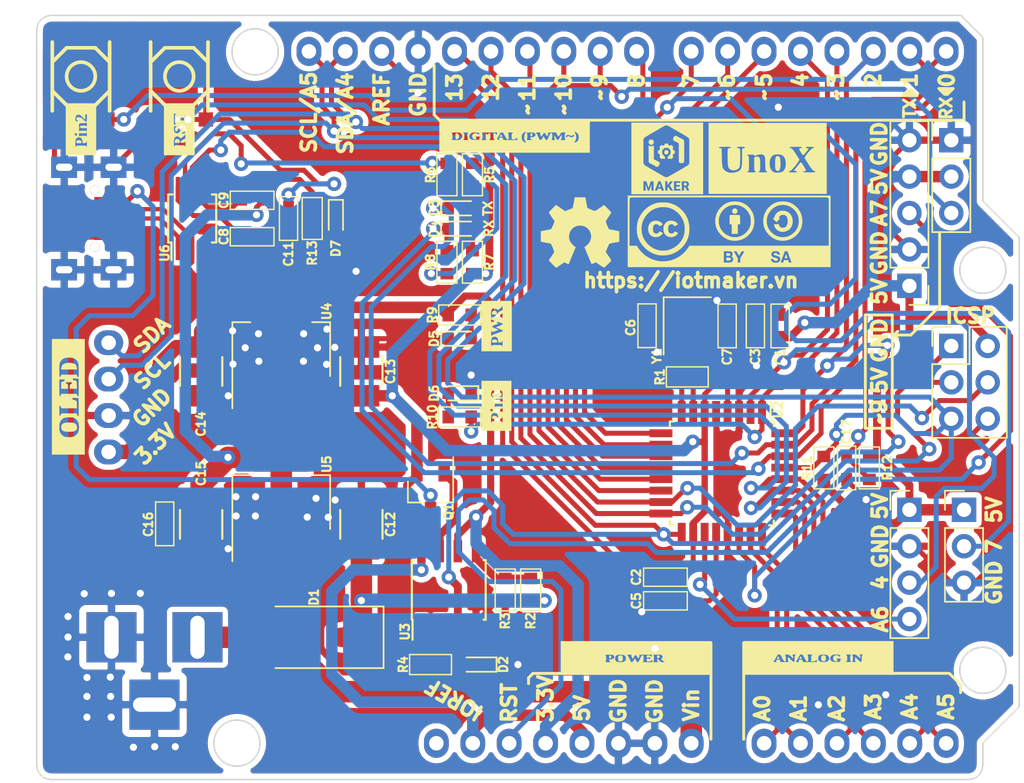
<source format=kicad_pcb>
(kicad_pcb (version 20171130) (host pcbnew no-vcs-found-0ee38bc~61~ubuntu17.04.1)
  (layers (0 F.Cu signal) (31 B.Cu signal) (34 B.Paste user) (35 F.Paste user) (36 B.SilkS user) (37 F.SilkS user) (38 B.Mask user) (39 F.Mask user) (44 Edge.Cuts user))
  (net 0 "")
  (net 1 +5V)
  (net 2 GND)
  (net 3 AREF)
  (net 4 PB7)
  (net 5 PB6)
  (net 6 PD2)
  (net 7 PC5)
  (net 8 PC4)
  (net 9 PC3)
  (net 10 PC2)
  (net 11 PC1)
  (net 12 PC0)
  (net 13 PB5)
  (net 14 PB4)
  (net 15 PB3)
  (net 16 PB2)
  (net 17 PB1)
  (net 18 PB0)
  (net 19 PD7)
  (net 20 PD6)
  (net 21 PD5)
  (net 22 PD4)
  (net 23 PD3)
  (net 24 PC6/RESET)
  (net 25 "Net-(R2-Pad1)")
  (net 26 "Net-(R4-Pad2)")
  (net 27 PD1/TXD)
  (net 28 PD0/RXD)
  (net 29 +3V3)
  (net 30 "Net-(C9-Pad1)")
  (net 31 "Net-(J2-Pad3)")
  (net 32 "Net-(J2-Pad2)")
  (net 33 "Net-(R6-Pad1)")
  (net 34 "Net-(R8-Pad1)")
  (net 35 VCC)
  (net 36 Vcc)
  (net 37 "Net-(J2-Pad1)")
  (net 38 ADC6)
  (net 39 ADC7)
  (net 40 Out)
  (net 41 "Net-(D2-Pad2)")
  (net 42 "Net-(D3-Pad2)")
  (net 43 "Net-(D4-Pad2)")
  (net 44 "Net-(D5-Pad2)")
  (net 45 "Net-(D6-Pad2)")
  (net 46 V3)
  (net 47 "Net-(C11-Pad2)")
  (net 48 "Net-(D7-Pad2)")
  (net 49 "Net-(R13-Pad2)")
  (net 50 "Net-(S1-Pad1)")
  (net 51 "Net-(U6-Pad5)")
  (module footprint:OLED (layer F.Cu) (at 114.808 102.616 90)
    (fp_text reference G*** hide)
    (fp_text value LOGO hide)
  )
  (module footprint:logo_openhardware_5x5mm (layer F.Cu) (at 150.495 91.186)
    (fp_text reference G*** hide)
    (fp_text value LOGO hide)
  )
  (module footprint:logo-iotmaker-v1 (layer F.Cu) (at 156.591 85.979)
    (fp_text reference G*** hide)
    (fp_text value LOGO hide)
  )
  (module footprint:logo_cc-bby-sa_14.1x5mm (layer F.Cu) (at 160.909 91.059)
    (fp_text reference G*** hide)
    (fp_text value LOGO hide)
  )
  (module footprint:label-arduino-power (layer F.Cu) (at 154.3939 120.8405)
    (fp_text reference G*** hide)
    (fp_text value LOGO hide)
  )
  (module footprint:label-arduino-analog (layer F.Cu) (at 167.1447 120.8024)
    (fp_text reference G*** hide)
    (fp_text value LOGO hide)
  )
  (module footprint:smd_push2 (layer F.Cu) (at 122.555 80.264 90)
    (fp_text reference SW1 hide)
    (fp_text value RESET hide)
    (pad 2 smd rect (at 2.99974 -1.84912 90) (size 1.00076 1.00076) (layers F.Cu F.Paste F.Mask) (net 2 GND))
    (pad 3 smd rect (at -2.99974 1.84912 90) (size 1.00076 1.00076) (layers F.Cu F.Paste F.Mask) (net 24 PC6/RESET))
    (pad 4 smd rect (at 2.99974 1.84912 90) (size 1.00076 1.00076) (layers F.Cu F.Paste F.Mask) (net 24 PC6/RESET))
    (pad 1 smd rect (at -2.99974 -1.84912 90) (size 1.00076 1.00076) (layers F.Cu F.Paste F.Mask) (net 2 GND))
  )
  (module footprint:label-arduino-digital (layer F.Cu) (at 145.923 84.3915)
    (fp_text reference G*** hide)
    (fp_text value LOGO hide)
  )
  (module footprint:iotmaker-arduino-uno (layer F.Cu) (at 145.566266 103.914351)
    (fp_text reference S1 hide)
    (fp_text value iotmaker-arduino-uno)
    (fp_line (start 34.079 -11.3622) (end 34.03593 -11.397546) (layer Edge.Cuts) (width 0.1))
    (fp_line (start 34.03593 -11.397546) (end 33.991661 -11.43138) (layer Edge.Cuts) (width 0.1))
    (fp_line (start 33.991661 -11.43138) (end 33.946246 -11.46366) (layer Edge.Cuts) (width 0.1))
    (fp_line (start 33.946246 -11.46366) (end 33.899741 -11.494347) (layer Edge.Cuts) (width 0.1))
    (fp_line (start 33.899741 -11.494347) (end 33.8522 -11.523404) (layer Edge.Cuts) (width 0.1))
    (fp_line (start 33.8522 -11.523404) (end 33.803681 -11.550798) (layer Edge.Cuts) (width 0.1))
    (fp_line (start 33.803681 -11.550798) (end 33.754242 -11.576493) (layer Edge.Cuts) (width 0.1))
    (fp_line (start 33.754242 -11.576493) (end 33.703943 -11.600461) (layer Edge.Cuts) (width 0.1))
    (fp_line (start 33.703943 -11.600461) (end 33.652844 -11.622672) (layer Edge.Cuts) (width 0.1))
    (fp_line (start 33.652844 -11.622672) (end 33.601006 -11.643099) (layer Edge.Cuts) (width 0.1))
    (fp_line (start 33.601006 -11.643099) (end 33.548491 -11.661718) (layer Edge.Cuts) (width 0.1))
    (fp_line (start 33.548491 -11.661718) (end 33.495363 -11.678507) (layer Edge.Cuts) (width 0.1))
    (fp_line (start 33.495363 -11.678507) (end 33.441685 -11.693445) (layer Edge.Cuts) (width 0.1))
    (fp_line (start 33.441685 -11.693445) (end 33.387522 -11.706515) (layer Edge.Cuts) (width 0.1))
    (fp_line (start 33.387522 -11.706515) (end 33.332938 -11.7177) (layer Edge.Cuts) (width 0.1))
    (fp_line (start 33.332938 -11.7177) (end 33.278 -11.726988) (layer Edge.Cuts) (width 0.1))
    (fp_line (start 33.278 -11.726988) (end 33.222773 -11.734367) (layer Edge.Cuts) (width 0.1))
    (fp_line (start 33.222773 -11.734367) (end 33.167324 -11.739828) (layer Edge.Cuts) (width 0.1))
    (fp_line (start 33.167324 -11.739828) (end 33.111719 -11.743365) (layer Edge.Cuts) (width 0.1))
    (fp_line (start 33.111719 -11.743365) (end 33.056024 -11.744974) (layer Edge.Cuts) (width 0.1))
    (fp_line (start 33.056024 -11.744974) (end 33.000307 -11.744652) (layer Edge.Cuts) (width 0.1))
    (fp_line (start 33.000307 -11.744652) (end 32.944635 -11.7424) (layer Edge.Cuts) (width 0.1))
    (fp_line (start 32.944635 -11.7424) (end 32.889074 -11.738221) (layer Edge.Cuts) (width 0.1))
    (fp_line (start 32.889074 -11.738221) (end 32.833692 -11.73212) (layer Edge.Cuts) (width 0.1))
    (fp_line (start 32.833692 -11.73212) (end 32.778554 -11.724104) (layer Edge.Cuts) (width 0.1))
    (fp_line (start 32.778554 -11.724104) (end 32.723727 -11.714182) (layer Edge.Cuts) (width 0.1))
    (fp_line (start 32.723727 -11.714182) (end 32.669276 -11.702367) (layer Edge.Cuts) (width 0.1))
    (fp_line (start 32.669276 -11.702367) (end 32.615267 -11.688673) (layer Edge.Cuts) (width 0.1))
    (fp_line (start 32.615267 -11.688673) (end 32.561766 -11.673116) (layer Edge.Cuts) (width 0.1))
    (fp_line (start 32.561766 -11.673116) (end 32.508835 -11.655714) (layer Edge.Cuts) (width 0.1))
    (fp_line (start 32.508835 -11.655714) (end 32.456539 -11.63649) (layer Edge.Cuts) (width 0.1))
    (fp_line (start 32.456539 -11.63649) (end 32.40494 -11.615465) (layer Edge.Cuts) (width 0.1))
    (fp_line (start 32.40494 -11.615465) (end 32.354101 -11.592666) (layer Edge.Cuts) (width 0.1))
    (fp_line (start 32.354101 -11.592666) (end 32.304082 -11.568119) (layer Edge.Cuts) (width 0.1))
    (fp_line (start 32.304082 -11.568119) (end 32.254943 -11.541854) (layer Edge.Cuts) (width 0.1))
    (fp_line (start 32.254943 -11.541854) (end 32.206744 -11.513902) (layer Edge.Cuts) (width 0.1))
    (fp_line (start 32.206744 -11.513902) (end 32.159542 -11.484297) (layer Edge.Cuts) (width 0.1))
    (fp_line (start 32.159542 -11.484297) (end 32.113394 -11.453075) (layer Edge.Cuts) (width 0.1))
    (fp_line (start 32.113394 -11.453075) (end 32.068355 -11.420273) (layer Edge.Cuts) (width 0.1))
    (fp_line (start 32.068355 -11.420273) (end 32.02448 -11.38593) (layer Edge.Cuts) (width 0.1))
    (fp_line (start 32.02448 -11.38593) (end 31.981821 -11.350088) (layer Edge.Cuts) (width 0.1))
    (fp_line (start 31.981821 -11.350088) (end 31.940429 -11.31279) (layer Edge.Cuts) (width 0.1))
    (fp_line (start 31.940429 -11.31279) (end 31.900354 -11.27408) (layer Edge.Cuts) (width 0.1))
    (fp_line (start 31.900354 -11.27408) (end 31.861644 -11.234005) (layer Edge.Cuts) (width 0.1))
    (fp_line (start 31.861644 -11.234005) (end 31.824345 -11.192613) (layer Edge.Cuts) (width 0.1))
    (fp_line (start 31.824345 -11.192613) (end 31.788503 -11.149954) (layer Edge.Cuts) (width 0.1))
    (fp_line (start 31.788503 -11.149954) (end 31.754161 -11.106079) (layer Edge.Cuts) (width 0.1))
    (fp_line (start 31.754161 -11.106079) (end 31.721359 -11.06104) (layer Edge.Cuts) (width 0.1))
    (fp_line (start 31.721359 -11.06104) (end 31.690136 -11.014892) (layer Edge.Cuts) (width 0.1))
    (fp_line (start 31.690136 -11.014892) (end 31.660532 -10.96769) (layer Edge.Cuts) (width 0.1))
    (fp_line (start 31.660532 -10.96769) (end 31.63258 -10.919491) (layer Edge.Cuts) (width 0.1))
    (fp_line (start 31.63258 -10.919491) (end 31.606315 -10.870352) (layer Edge.Cuts) (width 0.1))
    (fp_line (start 31.606315 -10.870352) (end 31.581768 -10.820333) (layer Edge.Cuts) (width 0.1))
    (fp_line (start 31.581768 -10.820333) (end 31.558968 -10.769494) (layer Edge.Cuts) (width 0.1))
    (fp_line (start 31.558968 -10.769494) (end 31.537944 -10.717895) (layer Edge.Cuts) (width 0.1))
    (fp_line (start 31.537944 -10.717895) (end 31.518719 -10.665599) (layer Edge.Cuts) (width 0.1))
    (fp_line (start 31.518719 -10.665599) (end 31.501318 -10.612668) (layer Edge.Cuts) (width 0.1))
    (fp_line (start 31.501318 -10.612668) (end 31.485761 -10.559166) (layer Edge.Cuts) (width 0.1))
    (fp_line (start 31.485761 -10.559166) (end 31.472067 -10.505158) (layer Edge.Cuts) (width 0.1))
    (fp_line (start 31.472067 -10.505158) (end 31.460252 -10.450707) (layer Edge.Cuts) (width 0.1))
    (fp_line (start 31.460252 -10.450707) (end 31.45033 -10.39588) (layer Edge.Cuts) (width 0.1))
    (fp_line (start 31.45033 -10.39588) (end 31.442314 -10.340742) (layer Edge.Cuts) (width 0.1))
    (fp_line (start 31.442314 -10.340742) (end 31.436212 -10.285359) (layer Edge.Cuts) (width 0.1))
    (fp_line (start 31.436212 -10.285359) (end 31.432033 -10.229798) (layer Edge.Cuts) (width 0.1))
    (fp_line (start 31.432033 -10.229798) (end 31.429781 -10.174126) (layer Edge.Cuts) (width 0.1))
    (fp_line (start 31.429781 -10.174126) (end 31.42946 -10.11841) (layer Edge.Cuts) (width 0.1))
    (fp_line (start 31.42946 -10.11841) (end 31.431068 -10.062715) (layer Edge.Cuts) (width 0.1))
    (fp_line (start 31.431068 -10.062715) (end 31.434605 -10.00711) (layer Edge.Cuts) (width 0.1))
    (fp_line (start 31.434605 -10.00711) (end 31.440067 -9.95166) (layer Edge.Cuts) (width 0.1))
    (fp_line (start 31.440067 -9.95166) (end 31.447446 -9.896433) (layer Edge.Cuts) (width 0.1))
    (fp_line (start 31.447446 -9.896433) (end 31.456733 -9.841495) (layer Edge.Cuts) (width 0.1))
    (fp_line (start 31.456733 -9.841495) (end 31.467919 -9.786912) (layer Edge.Cuts) (width 0.1))
    (fp_line (start 31.467919 -9.786912) (end 31.480988 -9.732749) (layer Edge.Cuts) (width 0.1))
    (fp_line (start 31.480988 -9.732749) (end 31.495926 -9.679071) (layer Edge.Cuts) (width 0.1))
    (fp_line (start 31.495926 -9.679071) (end 31.512715 -9.625943) (layer Edge.Cuts) (width 0.1))
    (fp_line (start 31.512715 -9.625943) (end 31.531334 -9.573428) (layer Edge.Cuts) (width 0.1))
    (fp_line (start 31.531334 -9.573428) (end 31.551762 -9.52159) (layer Edge.Cuts) (width 0.1))
    (fp_line (start 31.551762 -9.52159) (end 31.573972 -9.470491) (layer Edge.Cuts) (width 0.1))
    (fp_line (start 31.573972 -9.470491) (end 31.59794 -9.420191) (layer Edge.Cuts) (width 0.1))
    (fp_line (start 31.59794 -9.420191) (end 31.623636 -9.370753) (layer Edge.Cuts) (width 0.1))
    (fp_line (start 31.623636 -9.370753) (end 31.651029 -9.322234) (layer Edge.Cuts) (width 0.1))
    (fp_line (start 31.651029 -9.322234) (end 31.680087 -9.274693) (layer Edge.Cuts) (width 0.1))
    (fp_line (start 31.680087 -9.274693) (end 31.710774 -9.228188) (layer Edge.Cuts) (width 0.1))
    (fp_line (start 31.710774 -9.228188) (end 31.743053 -9.182773) (layer Edge.Cuts) (width 0.1))
    (fp_line (start 31.743053 -9.182773) (end 31.776887 -9.138504) (layer Edge.Cuts) (width 0.1))
    (fp_line (start 31.776887 -9.138504) (end 31.812234 -9.095434) (layer Edge.Cuts) (width 0.1))
    (fp_line (start 31.812234 -9.095434) (end 31.849052 -9.053614) (layer Edge.Cuts) (width 0.1))
    (fp_line (start 31.849052 -9.053614) (end 31.887296 -9.013094) (layer Edge.Cuts) (width 0.1))
    (fp_line (start 31.887296 -9.013094) (end 31.926922 -8.973924) (layer Edge.Cuts) (width 0.1))
    (fp_line (start 31.926922 -8.973924) (end 31.96788 -8.93615) (layer Edge.Cuts) (width 0.1))
    (fp_line (start 31.96788 -8.93615) (end 32.010122 -8.899818) (layer Edge.Cuts) (width 0.1))
    (fp_line (start 32.010122 -8.899818) (end 32.053598 -8.864971) (layer Edge.Cuts) (width 0.1))
    (fp_line (start 32.053598 -8.864971) (end 32.098255 -8.831651) (layer Edge.Cuts) (width 0.1))
    (fp_line (start 32.098255 -8.831651) (end 32.144039 -8.799897) (layer Edge.Cuts) (width 0.1))
    (fp_line (start 32.144039 -8.799897) (end 32.190896 -8.76975) (layer Edge.Cuts) (width 0.1))
    (fp_line (start 32.190896 -8.76975) (end 32.238769 -8.741243) (layer Edge.Cuts) (width 0.1))
    (fp_line (start 32.238769 -8.741243) (end 32.287601 -8.714412) (layer Edge.Cuts) (width 0.1))
    (fp_line (start 32.287601 -8.714412) (end 32.337334 -8.689289) (layer Edge.Cuts) (width 0.1))
    (fp_line (start 32.337334 -8.689289) (end 32.387906 -8.665904) (layer Edge.Cuts) (width 0.1))
    (fp_line (start 32.387906 -8.665904) (end 32.439259 -8.644285) (layer Edge.Cuts) (width 0.1))
    (fp_line (start 32.439259 -8.644285) (end 32.491329 -8.624458) (layer Edge.Cuts) (width 0.1))
    (fp_line (start 32.491329 -8.624458) (end 32.544056 -8.606446) (layer Edge.Cuts) (width 0.1))
    (fp_line (start 32.544056 -8.606446) (end 32.597374 -8.590272) (layer Edge.Cuts) (width 0.1))
    (fp_line (start 32.597374 -8.590272) (end 32.651221 -8.575955) (layer Edge.Cuts) (width 0.1))
    (fp_line (start 32.651221 -8.575955) (end 32.705531 -8.563512) (layer Edge.Cuts) (width 0.1))
    (fp_line (start 32.705531 -8.563512) (end 32.76024 -8.552958) (layer Edge.Cuts) (width 0.1))
    (fp_line (start 32.76024 -8.552958) (end 32.815282 -8.544305) (layer Edge.Cuts) (width 0.1))
    (fp_line (start 32.815282 -8.544305) (end 32.870591 -8.537564) (layer Edge.Cuts) (width 0.1))
    (fp_line (start 32.870591 -8.537564) (end 32.926099 -8.532744) (layer Edge.Cuts) (width 0.1))
    (fp_line (start 32.926099 -8.532744) (end 32.981742 -8.529849) (layer Edge.Cuts) (width 0.1))
    (fp_line (start 32.981742 -8.529849) (end 33.037451 -8.528884) (layer Edge.Cuts) (width 0.1))
    (fp_line (start -18.992997 24.458293) (end -18.936876 24.457314) (layer Edge.Cuts) (width 0.1))
    (fp_line (start -18.936876 24.457314) (end -18.880822 24.454376) (layer Edge.Cuts) (width 0.1))
    (fp_line (start -18.880822 24.454376) (end -18.824905 24.449484) (layer Edge.Cuts) (width 0.1))
    (fp_line (start -18.824905 24.449484) (end -18.769193 24.442643) (layer Edge.Cuts) (width 0.1))
    (fp_line (start -18.769193 24.442643) (end -18.713754 24.433863) (layer Edge.Cuts) (width 0.1))
    (fp_line (start -18.713754 24.433863) (end -18.658655 24.423153) (layer Edge.Cuts) (width 0.1))
    (fp_line (start -18.658655 24.423153) (end -18.603963 24.410526) (layer Edge.Cuts) (width 0.1))
    (fp_line (start -18.603963 24.410526) (end -18.549745 24.395998) (layer Edge.Cuts) (width 0.1))
    (fp_line (start -18.549745 24.395998) (end -18.496068 24.379587) (layer Edge.Cuts) (width 0.1))
    (fp_line (start -18.496068 24.379587) (end -18.442995 24.361313) (layer Edge.Cuts) (width 0.1))
    (fp_line (start -18.442995 24.361313) (end -18.390593 24.341198) (layer Edge.Cuts) (width 0.1))
    (fp_line (start -18.390593 24.341198) (end -18.338925 24.319266) (layer Edge.Cuts) (width 0.1))
    (fp_line (start -18.338925 24.319266) (end -18.288054 24.295544) (layer Edge.Cuts) (width 0.1))
    (fp_line (start -18.288054 24.295544) (end -18.238041 24.270062) (layer Edge.Cuts) (width 0.1))
    (fp_line (start -18.238041 24.270062) (end -18.188948 24.242849) (layer Edge.Cuts) (width 0.1))
    (fp_line (start -18.188948 24.242849) (end -18.140835 24.21394) (layer Edge.Cuts) (width 0.1))
    (fp_line (start -18.140835 24.21394) (end -18.09376 24.183369) (layer Edge.Cuts) (width 0.1))
    (fp_line (start -18.09376 24.183369) (end -18.047781 24.151174) (layer Edge.Cuts) (width 0.1))
    (fp_line (start -18.047781 24.151174) (end -18.002953 24.117394) (layer Edge.Cuts) (width 0.1))
    (fp_line (start -18.002953 24.117394) (end -17.959332 24.08207) (layer Edge.Cuts) (width 0.1))
    (fp_line (start -17.959332 24.08207) (end -17.91697 24.045245) (layer Edge.Cuts) (width 0.1))
    (fp_line (start -17.91697 24.045245) (end -17.875918 24.006964) (layer Edge.Cuts) (width 0.1))
    (fp_line (start -17.875918 24.006964) (end -17.836228 23.967274) (layer Edge.Cuts) (width 0.1))
    (fp_line (start -17.836228 23.967274) (end -17.797947 23.926223) (layer Edge.Cuts) (width 0.1))
    (fp_line (start -17.797947 23.926223) (end -17.761123 23.883861) (layer Edge.Cuts) (width 0.1))
    (fp_line (start -17.761123 23.883861) (end -17.725799 23.840239) (layer Edge.Cuts) (width 0.1))
    (fp_line (start -17.725799 23.840239) (end -17.692019 23.795411) (layer Edge.Cuts) (width 0.1))
    (fp_line (start -17.692019 23.795411) (end -17.659823 23.749432) (layer Edge.Cuts) (width 0.1))
    (fp_line (start -17.659823 23.749432) (end -17.629253 23.702357) (layer Edge.Cuts) (width 0.1))
    (fp_line (start -17.629253 23.702357) (end -17.600343 23.654244) (layer Edge.Cuts) (width 0.1))
    (fp_line (start -17.600343 23.654244) (end -17.573131 23.605151) (layer Edge.Cuts) (width 0.1))
    (fp_line (start -17.573131 23.605151) (end -17.547648 23.555139) (layer Edge.Cuts) (width 0.1))
    (fp_line (start -17.547648 23.555139) (end -17.523926 23.504267) (layer Edge.Cuts) (width 0.1))
    (fp_line (start -17.523926 23.504267) (end -17.501995 23.452599) (layer Edge.Cuts) (width 0.1))
    (fp_line (start -17.501995 23.452599) (end -17.481879 23.400197) (layer Edge.Cuts) (width 0.1))
    (fp_line (start -17.481879 23.400197) (end -17.463605 23.347125) (layer Edge.Cuts) (width 0.1))
    (fp_line (start -17.463605 23.347125) (end -17.447194 23.293447) (layer Edge.Cuts) (width 0.1))
    (fp_line (start -17.447194 23.293447) (end -17.432666 23.239229) (layer Edge.Cuts) (width 0.1))
    (fp_line (start -17.432666 23.239229) (end -17.42004 23.184537) (layer Edge.Cuts) (width 0.1))
    (fp_line (start -17.42004 23.184537) (end -17.40933 23.129438) (layer Edge.Cuts) (width 0.1))
    (fp_line (start -17.40933 23.129438) (end -17.400549 23.073999) (layer Edge.Cuts) (width 0.1))
    (fp_line (start -17.400549 23.073999) (end -17.393708 23.018287) (layer Edge.Cuts) (width 0.1))
    (fp_line (start -17.393708 23.018287) (end -17.388816 22.96237) (layer Edge.Cuts) (width 0.1))
    (fp_line (start -17.388816 22.96237) (end -17.385879 22.906317) (layer Edge.Cuts) (width 0.1))
    (fp_line (start -17.385879 22.906317) (end -17.384899 22.850195) (layer Edge.Cuts) (width 0.1))
    (fp_line (start -17.384899 22.850195) (end -17.385864 22.794486) (layer Edge.Cuts) (width 0.1))
    (fp_line (start -17.385864 22.794486) (end -17.388759 22.738843) (layer Edge.Cuts) (width 0.1))
    (fp_line (start -17.388759 22.738843) (end -17.393579 22.683334) (layer Edge.Cuts) (width 0.1))
    (fp_line (start -17.393579 22.683334) (end -17.40032 22.628026) (layer Edge.Cuts) (width 0.1))
    (fp_line (start -17.40032 22.628026) (end -17.408973 22.572984) (layer Edge.Cuts) (width 0.1))
    (fp_line (start -17.408973 22.572984) (end -17.419527 22.518275) (layer Edge.Cuts) (width 0.1))
    (fp_line (start -17.419527 22.518275) (end -17.43197 22.463965) (layer Edge.Cuts) (width 0.1))
    (fp_line (start -17.43197 22.463965) (end -17.446287 22.410118) (layer Edge.Cuts) (width 0.1))
    (fp_line (start -17.446287 22.410118) (end -17.462461 22.356799) (layer Edge.Cuts) (width 0.1))
    (fp_line (start -17.462461 22.356799) (end -17.480473 22.304073) (layer Edge.Cuts) (width 0.1))
    (fp_line (start -17.480473 22.304073) (end -17.5003 22.252003) (layer Edge.Cuts) (width 0.1))
    (fp_line (start -17.5003 22.252003) (end -17.521919 22.20065) (layer Edge.Cuts) (width 0.1))
    (fp_line (start -17.521919 22.20065) (end -17.545304 22.150077) (layer Edge.Cuts) (width 0.1))
    (fp_line (start -17.545304 22.150077) (end -17.570427 22.100345) (layer Edge.Cuts) (width 0.1))
    (fp_line (start -17.570427 22.100345) (end -17.597258 22.051513) (layer Edge.Cuts) (width 0.1))
    (fp_line (start -17.597258 22.051513) (end -17.625765 22.00364) (layer Edge.Cuts) (width 0.1))
    (fp_line (start -17.625765 22.00364) (end -17.655912 21.956783) (layer Edge.Cuts) (width 0.1))
    (fp_line (start -17.655912 21.956783) (end -17.687666 21.910999) (layer Edge.Cuts) (width 0.1))
    (fp_line (start -17.687666 21.910999) (end -17.720986 21.866342) (layer Edge.Cuts) (width 0.1))
    (fp_line (start -17.720986 21.866342) (end -17.755833 21.822866) (layer Edge.Cuts) (width 0.1))
    (fp_line (start -17.755833 21.822866) (end -17.792165 21.780624) (layer Edge.Cuts) (width 0.1))
    (fp_line (start -17.792165 21.780624) (end -17.829939 21.739665) (layer Edge.Cuts) (width 0.1))
    (fp_line (start -17.829939 21.739665) (end -17.869109 21.70004) (layer Edge.Cuts) (width 0.1))
    (fp_line (start -17.869109 21.70004) (end -17.909629 21.661796) (layer Edge.Cuts) (width 0.1))
    (fp_line (start -17.909629 21.661796) (end -17.951449 21.624978) (layer Edge.Cuts) (width 0.1))
    (fp_line (start -17.951449 21.624978) (end -17.994519 21.589631) (layer Edge.Cuts) (width 0.1))
    (fp_line (start -17.994519 21.589631) (end -18.038788 21.555797) (layer Edge.Cuts) (width 0.1))
    (fp_line (start -18.038788 21.555797) (end -18.084202 21.523518) (layer Edge.Cuts) (width 0.1))
    (fp_line (start -18.084202 21.523518) (end -18.130708 21.492831) (layer Edge.Cuts) (width 0.1))
    (fp_line (start -18.130708 21.492831) (end -18.178249 21.463773) (layer Edge.Cuts) (width 0.1))
    (fp_line (start -18.178249 21.463773) (end -18.226768 21.43638) (layer Edge.Cuts) (width 0.1))
    (fp_line (start -18.226768 21.43638) (end -18.276206 21.410684) (layer Edge.Cuts) (width 0.1))
    (fp_line (start -18.276206 21.410684) (end -18.326506 21.386716) (layer Edge.Cuts) (width 0.1))
    (fp_line (start -18.326506 21.386716) (end -18.377605 21.364505) (layer Edge.Cuts) (width 0.1))
    (fp_line (start -18.377605 21.364505) (end -18.429443 21.344078) (layer Edge.Cuts) (width 0.1))
    (fp_line (start -18.429443 21.344078) (end -18.481958 21.325459) (layer Edge.Cuts) (width 0.1))
    (fp_line (start -18.481958 21.325459) (end -18.535086 21.30867) (layer Edge.Cuts) (width 0.1))
    (fp_line (start -18.535086 21.30867) (end -18.588764 21.293732) (layer Edge.Cuts) (width 0.1))
    (fp_line (start -18.588764 21.293732) (end -18.642927 21.280663) (layer Edge.Cuts) (width 0.1))
    (fp_line (start -18.642927 21.280663) (end -18.69751 21.269477) (layer Edge.Cuts) (width 0.1))
    (fp_line (start -18.69751 21.269477) (end -18.752448 21.260189) (layer Edge.Cuts) (width 0.1))
    (fp_line (start -18.752448 21.260189) (end -18.807675 21.252811) (layer Edge.Cuts) (width 0.1))
    (fp_line (start -18.807675 21.252811) (end -18.863125 21.247349) (layer Edge.Cuts) (width 0.1))
    (fp_line (start -18.863125 21.247349) (end -18.91873 21.243812) (layer Edge.Cuts) (width 0.1))
    (fp_line (start -18.91873 21.243812) (end -18.974424 21.242204) (layer Edge.Cuts) (width 0.1))
    (fp_line (start -18.974424 21.242204) (end -19.030141 21.242525) (layer Edge.Cuts) (width 0.1))
    (fp_line (start -19.030141 21.242525) (end -19.085813 21.244777) (layer Edge.Cuts) (width 0.1))
    (fp_line (start -19.085813 21.244777) (end -19.141374 21.248956) (layer Edge.Cuts) (width 0.1))
    (fp_line (start -19.141374 21.248956) (end -19.196757 21.255057) (layer Edge.Cuts) (width 0.1))
    (fp_line (start -19.196757 21.255057) (end -19.251895 21.263074) (layer Edge.Cuts) (width 0.1))
    (fp_line (start -19.251895 21.263074) (end -19.306722 21.272995) (layer Edge.Cuts) (width 0.1))
    (fp_line (start -19.306722 21.272995) (end -19.361173 21.28481) (layer Edge.Cuts) (width 0.1))
    (fp_line (start -19.361173 21.28481) (end -19.415181 21.298505) (layer Edge.Cuts) (width 0.1))
    (fp_line (start -19.415181 21.298505) (end -19.468683 21.314062) (layer Edge.Cuts) (width 0.1))
    (fp_line (start -19.468683 21.314062) (end -19.521614 21.331463) (layer Edge.Cuts) (width 0.1))
    (fp_line (start -19.521614 21.331463) (end -19.57391 21.350688) (layer Edge.Cuts) (width 0.1))
    (fp_line (start -19.57391 21.350688) (end -19.625509 21.371712) (layer Edge.Cuts) (width 0.1))
    (fp_line (start -19.625509 21.371712) (end -19.676348 21.394512) (layer Edge.Cuts) (width 0.1))
    (fp_line (start -19.676348 21.394512) (end -19.726367 21.419059) (layer Edge.Cuts) (width 0.1))
    (fp_line (start -19.726367 21.419059) (end -19.775506 21.445324) (layer Edge.Cuts) (width 0.1))
    (fp_line (start -19.775506 21.445324) (end -19.823705 21.473276) (layer Edge.Cuts) (width 0.1))
    (fp_line (start -19.823705 21.473276) (end -19.870907 21.50288) (layer Edge.Cuts) (width 0.1))
    (fp_line (start -19.870907 21.50288) (end -19.917055 21.534102) (layer Edge.Cuts) (width 0.1))
    (fp_line (start -19.917055 21.534102) (end -19.962093 21.566904) (layer Edge.Cuts) (width 0.1))
    (fp_line (start -19.962093 21.566904) (end -20.005969 21.601247) (layer Edge.Cuts) (width 0.1))
    (fp_line (start -20.005969 21.601247) (end -20.048628 21.637089) (layer Edge.Cuts) (width 0.1))
    (fp_line (start -20.048628 21.637089) (end -20.09002 21.674388) (layer Edge.Cuts) (width 0.1))
    (fp_line (start -20.09002 21.674388) (end -20.130095 21.713097) (layer Edge.Cuts) (width 0.1))
    (fp_line (start -20.130095 21.713097) (end -20.168805 21.753172) (layer Edge.Cuts) (width 0.1))
    (fp_line (start -20.168805 21.753172) (end -20.206103 21.794564) (layer Edge.Cuts) (width 0.1))
    (fp_line (start -20.206103 21.794564) (end -20.241945 21.837224) (layer Edge.Cuts) (width 0.1))
    (fp_line (start -20.241945 21.837224) (end -20.276288 21.881099) (layer Edge.Cuts) (width 0.1))
    (fp_line (start -20.276288 21.881099) (end -20.30909 21.926138) (layer Edge.Cuts) (width 0.1))
    (fp_line (start -20.30909 21.926138) (end -20.340312 21.972286) (layer Edge.Cuts) (width 0.1))
    (fp_line (start -20.340312 21.972286) (end -20.369917 22.019488) (layer Edge.Cuts) (width 0.1))
    (fp_line (start -20.369917 22.019488) (end -20.397869 22.067687) (layer Edge.Cuts) (width 0.1))
    (fp_line (start -20.397869 22.067687) (end -20.424134 22.116825) (layer Edge.Cuts) (width 0.1))
    (fp_line (start -20.424134 22.116825) (end -20.448681 22.166845) (layer Edge.Cuts) (width 0.1))
    (fp_line (start -20.448681 22.166845) (end -20.47148 22.217684) (layer Edge.Cuts) (width 0.1))
    (fp_line (start -20.47148 22.217684) (end -20.492505 22.269283) (layer Edge.Cuts) (width 0.1))
    (fp_line (start -20.492505 22.269283) (end -20.511729 22.321579) (layer Edge.Cuts) (width 0.1))
    (fp_line (start -20.511729 22.321579) (end -20.529131 22.374509) (layer Edge.Cuts) (width 0.1))
    (fp_line (start -20.529131 22.374509) (end -20.544688 22.428011) (layer Edge.Cuts) (width 0.1))
    (fp_line (start -20.544688 22.428011) (end -20.558382 22.48202) (layer Edge.Cuts) (width 0.1))
    (fp_line (start -20.558382 22.48202) (end -20.570197 22.53647) (layer Edge.Cuts) (width 0.1))
    (fp_line (start -20.570197 22.53647) (end -20.580119 22.591298) (layer Edge.Cuts) (width 0.1))
    (fp_line (start -20.580119 22.591298) (end -20.588135 22.646436) (layer Edge.Cuts) (width 0.1))
    (fp_line (start -20.588135 22.646436) (end -20.594236 22.701818) (layer Edge.Cuts) (width 0.1))
    (fp_line (start -20.594236 22.701818) (end -20.598415 22.757379) (layer Edge.Cuts) (width 0.1))
    (fp_line (start -20.598415 22.757379) (end -20.600667 22.813051) (layer Edge.Cuts) (width 0.1))
    (fp_line (start -20.600667 22.813051) (end -20.600989 22.868768) (layer Edge.Cuts) (width 0.1))
    (fp_line (start -20.600989 22.868768) (end -20.59938 22.924462) (layer Edge.Cuts) (width 0.1))
    (fp_line (start -20.59938 22.924462) (end -20.595843 22.980068) (layer Edge.Cuts) (width 0.1))
    (fp_line (start -20.595843 22.980068) (end -20.590382 23.035517) (layer Edge.Cuts) (width 0.1))
    (fp_line (start -20.590382 23.035517) (end -20.583003 23.090744) (layer Edge.Cuts) (width 0.1))
    (fp_line (start -20.583003 23.090744) (end -20.573715 23.145682) (layer Edge.Cuts) (width 0.1))
    (fp_line (start -20.573715 23.145682) (end -20.56253 23.200266) (layer Edge.Cuts) (width 0.1))
    (fp_line (start -20.56253 23.200266) (end -20.54946 23.254429) (layer Edge.Cuts) (width 0.1))
    (fp_line (start -20.54946 23.254429) (end -20.534522 23.308107) (layer Edge.Cuts) (width 0.1))
    (fp_line (start -20.534522 23.308107) (end -20.517733 23.361235) (layer Edge.Cuts) (width 0.1))
    (fp_line (start -20.517733 23.361235) (end -20.499114 23.413749) (layer Edge.Cuts) (width 0.1))
    (fp_line (start -20.499114 23.413749) (end -20.478687 23.465588) (layer Edge.Cuts) (width 0.1))
    (fp_line (start -20.478687 23.465588) (end -20.456476 23.516687) (layer Edge.Cuts) (width 0.1))
    (fp_line (start -20.456476 23.516687) (end -20.432508 23.566986) (layer Edge.Cuts) (width 0.1))
    (fp_line (start -20.432508 23.566986) (end -20.406813 23.616425) (layer Edge.Cuts) (width 0.1))
    (fp_line (start -20.406813 23.616425) (end -20.379419 23.664944) (layer Edge.Cuts) (width 0.1))
    (fp_line (start -20.379419 23.664944) (end -20.350362 23.712484) (layer Edge.Cuts) (width 0.1))
    (fp_line (start -20.350362 23.712484) (end -20.319675 23.75899) (layer Edge.Cuts) (width 0.1))
    (fp_line (start -20.319675 23.75899) (end -20.287395 23.804404) (layer Edge.Cuts) (width 0.1))
    (fp_line (start -20.287395 23.804404) (end -20.253561 23.848674) (layer Edge.Cuts) (width 0.1))
    (fp_line (start -20.253561 23.848674) (end -20.218215 23.891744) (layer Edge.Cuts) (width 0.1))
    (fp_line (start -20.218215 23.891744) (end -20.181397 23.933564) (layer Edge.Cuts) (width 0.1))
    (fp_line (start -20.181397 23.933564) (end -20.143152 23.974083) (layer Edge.Cuts) (width 0.1))
    (fp_line (start -20.143152 23.974083) (end -20.103527 24.013253) (layer Edge.Cuts) (width 0.1))
    (fp_line (start -20.103527 24.013253) (end -20.062569 24.051027) (layer Edge.Cuts) (width 0.1))
    (fp_line (start -20.062569 24.051027) (end -20.020326 24.08736) (layer Edge.Cuts) (width 0.1))
    (fp_line (start -20.020326 24.08736) (end -19.97685 24.122207) (layer Edge.Cuts) (width 0.1))
    (fp_line (start -19.97685 24.122207) (end -19.932194 24.155527) (layer Edge.Cuts) (width 0.1))
    (fp_line (start -19.932194 24.155527) (end -19.886409 24.18728) (layer Edge.Cuts) (width 0.1))
    (fp_line (start -19.886409 24.18728) (end -19.839552 24.217428) (layer Edge.Cuts) (width 0.1))
    (fp_line (start -19.839552 24.217428) (end -19.791679 24.245934) (layer Edge.Cuts) (width 0.1))
    (fp_line (start -19.791679 24.245934) (end -19.742847 24.272765) (layer Edge.Cuts) (width 0.1))
    (fp_line (start -19.742847 24.272765) (end -19.693115 24.297888) (layer Edge.Cuts) (width 0.1))
    (fp_line (start -19.693115 24.297888) (end -19.642542 24.321274) (layer Edge.Cuts) (width 0.1))
    (fp_line (start -19.642542 24.321274) (end -19.59119 24.342893) (layer Edge.Cuts) (width 0.1))
    (fp_line (start -19.59119 24.342893) (end -19.539119 24.36272) (layer Edge.Cuts) (width 0.1))
    (fp_line (start -19.539119 24.36272) (end -19.486393 24.380731) (layer Edge.Cuts) (width 0.1))
    (fp_line (start -19.486393 24.380731) (end -19.433075 24.396905) (layer Edge.Cuts) (width 0.1))
    (fp_line (start -19.433075 24.396905) (end -19.379228 24.411222) (layer Edge.Cuts) (width 0.1))
    (fp_line (start -19.379228 24.411222) (end -19.324917 24.423666) (layer Edge.Cuts) (width 0.1))
    (fp_line (start -19.324917 24.423666) (end -19.270208 24.43422) (layer Edge.Cuts) (width 0.1))
    (fp_line (start -19.270208 24.43422) (end -19.215167 24.442872) (layer Edge.Cuts) (width 0.1))
    (fp_line (start -19.215167 24.442872) (end -19.159858 24.449613) (layer Edge.Cuts) (width 0.1))
    (fp_line (start -19.159858 24.449613) (end -19.104349 24.454434) (layer Edge.Cuts) (width 0.1))
    (fp_line (start -19.104349 24.454434) (end -19.048707 24.457328) (layer Edge.Cuts) (width 0.1))
    (fp_line (start -19.048707 24.457328) (end -18.992997 24.458293) (layer Edge.Cuts) (width 0.1))
    (fp_line (start 33.037451 19.380088) (end 33.093573 19.379108) (layer Edge.Cuts) (width 0.1))
    (fp_line (start 33.093573 19.379108) (end 33.149626 19.37617) (layer Edge.Cuts) (width 0.1))
    (fp_line (start 33.149626 19.37617) (end 33.205543 19.371278) (layer Edge.Cuts) (width 0.1))
    (fp_line (start 33.205543 19.371278) (end 33.261255 19.364438) (layer Edge.Cuts) (width 0.1))
    (fp_line (start 33.261255 19.364438) (end 33.316694 19.355657) (layer Edge.Cuts) (width 0.1))
    (fp_line (start 33.316694 19.355657) (end 33.371794 19.344947) (layer Edge.Cuts) (width 0.1))
    (fp_line (start 33.371794 19.344947) (end 33.426485 19.33232) (layer Edge.Cuts) (width 0.1))
    (fp_line (start 33.426485 19.33232) (end 33.480703 19.317793) (layer Edge.Cuts) (width 0.1))
    (fp_line (start 33.480703 19.317793) (end 33.534381 19.301382) (layer Edge.Cuts) (width 0.1))
    (fp_line (start 33.534381 19.301382) (end 33.587453 19.283108) (layer Edge.Cuts) (width 0.1))
    (fp_line (start 33.587453 19.283108) (end 33.639855 19.262992) (layer Edge.Cuts) (width 0.1))
    (fp_line (start 33.639855 19.262992) (end 33.691524 19.24106) (layer Edge.Cuts) (width 0.1))
    (fp_line (start 33.691524 19.24106) (end 33.742395 19.217339) (layer Edge.Cuts) (width 0.1))
    (fp_line (start 33.742395 19.217339) (end 33.792408 19.191856) (layer Edge.Cuts) (width 0.1))
    (fp_line (start 33.792408 19.191856) (end 33.8415 19.164643) (layer Edge.Cuts) (width 0.1))
    (fp_line (start 33.8415 19.164643) (end 33.889613 19.135734) (layer Edge.Cuts) (width 0.1))
    (fp_line (start 33.889613 19.135734) (end 33.936688 19.105163) (layer Edge.Cuts) (width 0.1))
    (fp_line (start 33.936688 19.105163) (end 33.982668 19.072968) (layer Edge.Cuts) (width 0.1))
    (fp_line (start 33.982668 19.072968) (end 34.027495 19.039188) (layer Edge.Cuts) (width 0.1))
    (fp_line (start 34.027495 19.039188) (end 34.071117 19.003864) (layer Edge.Cuts) (width 0.1))
    (fp_line (start 34.071117 19.003864) (end 34.113479 18.967039) (layer Edge.Cuts) (width 0.1))
    (fp_line (start 34.113479 18.967039) (end 34.15453 18.928759) (layer Edge.Cuts) (width 0.1))
    (fp_line (start 34.15453 18.928759) (end 34.19422 18.889068) (layer Edge.Cuts) (width 0.1))
    (fp_line (start 34.19422 18.889068) (end 34.232501 18.848017) (layer Edge.Cuts) (width 0.1))
    (fp_line (start 34.232501 18.848017) (end 34.269326 18.805655) (layer Edge.Cuts) (width 0.1))
    (fp_line (start 34.269326 18.805655) (end 34.30465 18.762034) (layer Edge.Cuts) (width 0.1))
    (fp_line (start 34.30465 18.762034) (end 34.33843 18.717206) (layer Edge.Cuts) (width 0.1))
    (fp_line (start 34.33843 18.717206) (end 34.370625 18.671227) (layer Edge.Cuts) (width 0.1))
    (fp_line (start 34.370625 18.671227) (end 34.401196 18.624152) (layer Edge.Cuts) (width 0.1))
    (fp_line (start 34.401196 18.624152) (end 34.430105 18.576039) (layer Edge.Cuts) (width 0.1))
    (fp_line (start 34.430105 18.576039) (end 34.457318 18.526946) (layer Edge.Cuts) (width 0.1))
    (fp_line (start 34.457318 18.526946) (end 34.4828 18.476933) (layer Edge.Cuts) (width 0.1))
    (fp_line (start 34.4828 18.476933) (end 34.506522 18.426062) (layer Edge.Cuts) (width 0.1))
    (fp_line (start 34.506522 18.426062) (end 34.528454 18.374394) (layer Edge.Cuts) (width 0.1))
    (fp_line (start 34.528454 18.374394) (end 34.548569 18.321991) (layer Edge.Cuts) (width 0.1))
    (fp_line (start 34.548569 18.321991) (end 34.566844 18.268919) (layer Edge.Cuts) (width 0.1))
    (fp_line (start 34.566844 18.268919) (end 34.583255 18.215241) (layer Edge.Cuts) (width 0.1))
    (fp_line (start 34.583255 18.215241) (end 34.597782 18.161024) (layer Edge.Cuts) (width 0.1))
    (fp_line (start 34.597782 18.161024) (end 34.610409 18.106332) (layer Edge.Cuts) (width 0.1))
    (fp_line (start 34.610409 18.106332) (end 34.621119 18.051233) (layer Edge.Cuts) (width 0.1))
    (fp_line (start 34.621119 18.051233) (end 34.6299 17.995793) (layer Edge.Cuts) (width 0.1))
    (fp_line (start 34.6299 17.995793) (end 34.63674 17.940081) (layer Edge.Cuts) (width 0.1))
    (fp_line (start 34.63674 17.940081) (end 34.641632 17.884165) (layer Edge.Cuts) (width 0.1))
    (fp_line (start 34.641632 17.884165) (end 34.64457 17.828111) (layer Edge.Cuts) (width 0.1))
    (fp_line (start 34.64457 17.828111) (end 34.64555 17.771989) (layer Edge.Cuts) (width 0.1))
    (fp_line (start 34.64555 17.771989) (end 34.644584 17.71628) (layer Edge.Cuts) (width 0.1))
    (fp_line (start 34.644584 17.71628) (end 34.64169 17.660637) (layer Edge.Cuts) (width 0.1))
    (fp_line (start 34.64169 17.660637) (end 34.636869 17.605129) (layer Edge.Cuts) (width 0.1))
    (fp_line (start 34.636869 17.605129) (end 34.630129 17.54982) (layer Edge.Cuts) (width 0.1))
    (fp_line (start 34.630129 17.54982) (end 34.621476 17.494779) (layer Edge.Cuts) (width 0.1))
    (fp_line (start 34.621476 17.494779) (end 34.610922 17.44007) (layer Edge.Cuts) (width 0.1))
    (fp_line (start 34.610922 17.44007) (end 34.598479 17.385759) (layer Edge.Cuts) (width 0.1))
    (fp_line (start 34.598479 17.385759) (end 34.584161 17.331912) (layer Edge.Cuts) (width 0.1))
    (fp_line (start 34.584161 17.331912) (end 34.567987 17.278594) (layer Edge.Cuts) (width 0.1))
    (fp_line (start 34.567987 17.278594) (end 34.549976 17.225868) (layer Edge.Cuts) (width 0.1))
    (fp_line (start 34.549976 17.225868) (end 34.530149 17.173797) (layer Edge.Cuts) (width 0.1))
    (fp_line (start 34.530149 17.173797) (end 34.50853 17.122444) (layer Edge.Cuts) (width 0.1))
    (fp_line (start 34.50853 17.122444) (end 34.485145 17.071872) (layer Edge.Cuts) (width 0.1))
    (fp_line (start 34.485145 17.071872) (end 34.460021 17.02214) (layer Edge.Cuts) (width 0.1))
    (fp_line (start 34.460021 17.02214) (end 34.43319 16.973308) (layer Edge.Cuts) (width 0.1))
    (fp_line (start 34.43319 16.973308) (end 34.404684 16.925434) (layer Edge.Cuts) (width 0.1))
    (fp_line (start 34.404684 16.925434) (end 34.374536 16.878578) (layer Edge.Cuts) (width 0.1))
    (fp_line (start 34.374536 16.878578) (end 34.342783 16.832793) (layer Edge.Cuts) (width 0.1))
    (fp_line (start 34.342783 16.832793) (end 34.309463 16.788136) (layer Edge.Cuts) (width 0.1))
    (fp_line (start 34.309463 16.788136) (end 34.274616 16.744661) (layer Edge.Cuts) (width 0.1))
    (fp_line (start 34.274616 16.744661) (end 34.238284 16.702418) (layer Edge.Cuts) (width 0.1))
    (fp_line (start 34.238284 16.702418) (end 34.20051 16.66146) (layer Edge.Cuts) (width 0.1))
    (fp_line (start 34.20051 16.66146) (end 34.161339 16.621835) (layer Edge.Cuts) (width 0.1))
    (fp_line (start 34.161339 16.621835) (end 34.12082 16.58359) (layer Edge.Cuts) (width 0.1))
    (fp_line (start 34.12082 16.58359) (end 34.079 16.546772) (layer Edge.Cuts) (width 0.1))
    (fp_line (start 34.079 16.546772) (end 34.03593 16.511425) (layer Edge.Cuts) (width 0.1))
    (fp_line (start 34.03593 16.511425) (end 33.991661 16.477592) (layer Edge.Cuts) (width 0.1))
    (fp_line (start 33.991661 16.477592) (end 33.946246 16.445312) (layer Edge.Cuts) (width 0.1))
    (fp_line (start 33.946246 16.445312) (end 33.899741 16.414625) (layer Edge.Cuts) (width 0.1))
    (fp_line (start 33.899741 16.414625) (end 33.8522 16.385567) (layer Edge.Cuts) (width 0.1))
    (fp_line (start 33.8522 16.385567) (end 33.803681 16.358174) (layer Edge.Cuts) (width 0.1))
    (fp_line (start 33.803681 16.358174) (end 33.754242 16.332478) (layer Edge.Cuts) (width 0.1))
    (fp_line (start 33.754242 16.332478) (end 33.703943 16.308511) (layer Edge.Cuts) (width 0.1))
    (fp_line (start 33.703943 16.308511) (end 33.652844 16.2863) (layer Edge.Cuts) (width 0.1))
    (fp_line (start 33.652844 16.2863) (end 33.601006 16.265873) (layer Edge.Cuts) (width 0.1))
    (fp_line (start 33.601006 16.265873) (end 33.548491 16.247253) (layer Edge.Cuts) (width 0.1))
    (fp_line (start 33.548491 16.247253) (end 33.495363 16.230465) (layer Edge.Cuts) (width 0.1))
    (fp_line (start 33.495363 16.230465) (end 33.441685 16.215527) (layer Edge.Cuts) (width 0.1))
    (fp_line (start 33.441685 16.215527) (end 33.387522 16.202457) (layer Edge.Cuts) (width 0.1))
    (fp_line (start 33.387522 16.202457) (end 33.332938 16.191272) (layer Edge.Cuts) (width 0.1))
    (fp_line (start 33.332938 16.191272) (end 33.278 16.181984) (layer Edge.Cuts) (width 0.1))
    (fp_line (start 33.278 16.181984) (end 33.222773 16.174605) (layer Edge.Cuts) (width 0.1))
    (fp_line (start 33.222773 16.174605) (end 33.167324 16.169144) (layer Edge.Cuts) (width 0.1))
    (fp_line (start 33.167324 16.169144) (end 33.111719 16.165607) (layer Edge.Cuts) (width 0.1))
    (fp_line (start 33.111719 16.165607) (end 33.056024 16.163998) (layer Edge.Cuts) (width 0.1))
    (fp_line (start 33.056024 16.163998) (end 33.000307 16.16432) (layer Edge.Cuts) (width 0.1))
    (fp_line (start 33.000307 16.16432) (end 32.944635 16.166571) (layer Edge.Cuts) (width 0.1))
    (fp_line (start 32.944635 16.166571) (end 32.889074 16.17075) (layer Edge.Cuts) (width 0.1))
    (fp_line (start 32.889074 16.17075) (end 32.833692 16.176852) (layer Edge.Cuts) (width 0.1))
    (fp_line (start 32.833692 16.176852) (end 32.778554 16.184868) (layer Edge.Cuts) (width 0.1))
    (fp_line (start 32.778554 16.184868) (end 32.723727 16.19479) (layer Edge.Cuts) (width 0.1))
    (fp_line (start 32.723727 16.19479) (end 32.669276 16.206605) (layer Edge.Cuts) (width 0.1))
    (fp_line (start 32.669276 16.206605) (end 32.615267 16.220299) (layer Edge.Cuts) (width 0.1))
    (fp_line (start 32.615267 16.220299) (end 32.561766 16.235856) (layer Edge.Cuts) (width 0.1))
    (fp_line (start 32.561766 16.235856) (end 32.508835 16.253257) (layer Edge.Cuts) (width 0.1))
    (fp_line (start 32.508835 16.253257) (end 32.456539 16.272482) (layer Edge.Cuts) (width 0.1))
    (fp_line (start 32.456539 16.272482) (end 32.40494 16.293507) (layer Edge.Cuts) (width 0.1))
    (fp_line (start 32.40494 16.293507) (end 32.354101 16.316306) (layer Edge.Cuts) (width 0.1))
    (fp_line (start 32.354101 16.316306) (end 32.304082 16.340853) (layer Edge.Cuts) (width 0.1))
    (fp_line (start 32.304082 16.340853) (end 32.254943 16.367118) (layer Edge.Cuts) (width 0.1))
    (fp_line (start 32.254943 16.367118) (end 32.206744 16.39507) (layer Edge.Cuts) (width 0.1))
    (fp_line (start 32.206744 16.39507) (end 32.159542 16.424675) (layer Edge.Cuts) (width 0.1))
    (fp_line (start 32.159542 16.424675) (end 32.113394 16.455897) (layer Edge.Cuts) (width 0.1))
    (fp_line (start 32.113394 16.455897) (end 32.068355 16.488699) (layer Edge.Cuts) (width 0.1))
    (fp_line (start 32.068355 16.488699) (end 32.02448 16.523041) (layer Edge.Cuts) (width 0.1))
    (fp_line (start 32.02448 16.523041) (end 31.981821 16.558884) (layer Edge.Cuts) (width 0.1))
    (fp_line (start 31.981821 16.558884) (end 31.940429 16.596182) (layer Edge.Cuts) (width 0.1))
    (fp_line (start 31.940429 16.596182) (end 31.900354 16.634892) (layer Edge.Cuts) (width 0.1))
    (fp_line (start 31.900354 16.634892) (end 31.861644 16.674967) (layer Edge.Cuts) (width 0.1))
    (fp_line (start 31.861644 16.674967) (end 31.824345 16.716359) (layer Edge.Cuts) (width 0.1))
    (fp_line (start 31.824345 16.716359) (end 31.788503 16.759018) (layer Edge.Cuts) (width 0.1))
    (fp_line (start 31.788503 16.759018) (end 31.754161 16.802893) (layer Edge.Cuts) (width 0.1))
    (fp_line (start 31.754161 16.802893) (end 31.721359 16.847932) (layer Edge.Cuts) (width 0.1))
    (fp_line (start 31.721359 16.847932) (end 31.690136 16.89408) (layer Edge.Cuts) (width 0.1))
    (fp_line (start 31.690136 16.89408) (end 31.660532 16.941282) (layer Edge.Cuts) (width 0.1))
    (fp_line (start 31.660532 16.941282) (end 31.63258 16.989481) (layer Edge.Cuts) (width 0.1))
    (fp_line (start 31.63258 16.989481) (end 31.606315 17.03862) (layer Edge.Cuts) (width 0.1))
    (fp_line (start 31.606315 17.03862) (end 31.581768 17.088639) (layer Edge.Cuts) (width 0.1))
    (fp_line (start 31.581768 17.088639) (end 31.558968 17.139478) (layer Edge.Cuts) (width 0.1))
    (fp_line (start 31.558968 17.139478) (end 31.537944 17.191077) (layer Edge.Cuts) (width 0.1))
    (fp_line (start 31.537944 17.191077) (end 31.518719 17.243373) (layer Edge.Cuts) (width 0.1))
    (fp_line (start 31.518719 17.243373) (end 31.501318 17.296304) (layer Edge.Cuts) (width 0.1))
    (fp_line (start 31.501318 17.296304) (end 31.485761 17.349806) (layer Edge.Cuts) (width 0.1))
    (fp_line (start 31.485761 17.349806) (end 31.472067 17.403814) (layer Edge.Cuts) (width 0.1))
    (fp_line (start 31.472067 17.403814) (end 31.460252 17.458265) (layer Edge.Cuts) (width 0.1))
    (fp_line (start 31.460252 17.458265) (end 31.45033 17.513092) (layer Edge.Cuts) (width 0.1))
    (fp_line (start 31.45033 17.513092) (end 31.442314 17.56823) (layer Edge.Cuts) (width 0.1))
    (fp_line (start 31.442314 17.56823) (end 31.436212 17.623613) (layer Edge.Cuts) (width 0.1))
    (fp_line (start 31.436212 17.623613) (end 31.432033 17.679173) (layer Edge.Cuts) (width 0.1))
    (fp_line (start 31.432033 17.679173) (end 31.429781 17.734846) (layer Edge.Cuts) (width 0.1))
    (fp_line (start 31.429781 17.734846) (end 31.42946 17.790562) (layer Edge.Cuts) (width 0.1))
    (fp_line (start 31.42946 17.790562) (end 31.431068 17.846257) (layer Edge.Cuts) (width 0.1))
    (fp_line (start 31.431068 17.846257) (end 31.434605 17.901862) (layer Edge.Cuts) (width 0.1))
    (fp_line (start 31.434605 17.901862) (end 31.440067 17.957311) (layer Edge.Cuts) (width 0.1))
    (fp_line (start 31.440067 17.957311) (end 31.447446 18.012538) (layer Edge.Cuts) (width 0.1))
    (fp_line (start 31.447446 18.012538) (end 31.456733 18.067477) (layer Edge.Cuts) (width 0.1))
    (fp_line (start 31.456733 18.067477) (end 31.467919 18.12206) (layer Edge.Cuts) (width 0.1))
    (fp_line (start 31.467919 18.12206) (end 31.480988 18.176223) (layer Edge.Cuts) (width 0.1))
    (fp_line (start 31.480988 18.176223) (end 31.495926 18.229901) (layer Edge.Cuts) (width 0.1))
    (fp_line (start 31.495926 18.229901) (end 31.512715 18.283029) (layer Edge.Cuts) (width 0.1))
    (fp_line (start 31.512715 18.283029) (end 31.531334 18.335544) (layer Edge.Cuts) (width 0.1))
    (fp_line (start 31.531334 18.335544) (end 31.551762 18.387382) (layer Edge.Cuts) (width 0.1))
    (fp_line (start 31.551762 18.387382) (end 31.573972 18.438481) (layer Edge.Cuts) (width 0.1))
    (fp_line (start 31.573972 18.438481) (end 31.59794 18.48878) (layer Edge.Cuts) (width 0.1))
    (fp_line (start 31.59794 18.48878) (end 31.623636 18.538219) (layer Edge.Cuts) (width 0.1))
    (fp_line (start 31.623636 18.538219) (end 31.651029 18.586738) (layer Edge.Cuts) (width 0.1))
    (fp_line (start 31.651029 18.586738) (end 31.680087 18.634279) (layer Edge.Cuts) (width 0.1))
    (fp_line (start 31.680087 18.634279) (end 31.710774 18.680784) (layer Edge.Cuts) (width 0.1))
    (fp_line (start 31.710774 18.680784) (end 31.743053 18.726199) (layer Edge.Cuts) (width 0.1))
    (fp_line (start 31.743053 18.726199) (end 31.776887 18.770468) (layer Edge.Cuts) (width 0.1))
    (fp_line (start 31.776887 18.770468) (end 31.812234 18.813538) (layer Edge.Cuts) (width 0.1))
    (fp_line (start 31.812234 18.813538) (end 31.849052 18.855358) (layer Edge.Cuts) (width 0.1))
    (fp_line (start 31.849052 18.855358) (end 31.887296 18.895878) (layer Edge.Cuts) (width 0.1))
    (fp_line (start 31.887296 18.895878) (end 31.926922 18.935048) (layer Edge.Cuts) (width 0.1))
    (fp_line (start 31.926922 18.935048) (end 31.96788 18.972822) (layer Edge.Cuts) (width 0.1))
    (fp_line (start 31.96788 18.972822) (end 32.010122 19.009154) (layer Edge.Cuts) (width 0.1))
    (fp_line (start 32.010122 19.009154) (end 32.053598 19.044001) (layer Edge.Cuts) (width 0.1))
    (fp_line (start 32.053598 19.044001) (end 32.098255 19.077321) (layer Edge.Cuts) (width 0.1))
    (fp_line (start 32.098255 19.077321) (end 32.144039 19.109074) (layer Edge.Cuts) (width 0.1))
    (fp_line (start 32.144039 19.109074) (end 32.190896 19.139222) (layer Edge.Cuts) (width 0.1))
    (fp_line (start 32.190896 19.139222) (end 32.238769 19.167729) (layer Edge.Cuts) (width 0.1))
    (fp_line (start 32.238769 19.167729) (end 32.287601 19.19456) (layer Edge.Cuts) (width 0.1))
    (fp_line (start 32.287601 19.19456) (end 32.337334 19.219683) (layer Edge.Cuts) (width 0.1))
    (fp_line (start 32.337334 19.219683) (end 32.387906 19.243068) (layer Edge.Cuts) (width 0.1))
    (fp_line (start 32.387906 19.243068) (end 32.439259 19.264687) (layer Edge.Cuts) (width 0.1))
    (fp_line (start 32.439259 19.264687) (end 32.491329 19.284514) (layer Edge.Cuts) (width 0.1))
    (fp_line (start 32.491329 19.284514) (end 32.544056 19.302526) (layer Edge.Cuts) (width 0.1))
    (fp_line (start 32.544056 19.302526) (end 32.597374 19.3187) (layer Edge.Cuts) (width 0.1))
    (fp_line (start 32.597374 19.3187) (end 32.651221 19.333017) (layer Edge.Cuts) (width 0.1))
    (fp_line (start 32.651221 19.333017) (end 32.705531 19.34546) (layer Edge.Cuts) (width 0.1))
    (fp_line (start 32.705531 19.34546) (end 32.76024 19.356014) (layer Edge.Cuts) (width 0.1))
    (fp_line (start 32.76024 19.356014) (end 32.815282 19.364667) (layer Edge.Cuts) (width 0.1))
    (fp_line (start 32.815282 19.364667) (end 32.870591 19.371407) (layer Edge.Cuts) (width 0.1))
    (fp_line (start 32.870591 19.371407) (end 32.926099 19.376228) (layer Edge.Cuts) (width 0.1))
    (fp_line (start 32.926099 19.376228) (end 32.981742 19.379122) (layer Edge.Cuts) (width 0.1))
    (fp_line (start 32.981742 19.379122) (end 33.037451 19.380088) (layer Edge.Cuts) (width 0.1))
    (fp_line (start 34.238284 -11.206554) (end 34.20051 -11.247512) (layer Edge.Cuts) (width 0.1))
    (fp_line (start 34.12082 -11.325382) (end 34.079 -11.3622) (layer Edge.Cuts) (width 0.1))
    (fp_line (start 34.274616 -11.164311) (end 34.238284 -11.206554) (layer Edge.Cuts) (width 0.1))
    (fp_line (start -31.963581 -27.910702) (end 31.513989 -27.910702) (layer Edge.Cuts) (width 0.1))
    (fp_line (start -32.217491 -27.868384) (end -31.963581 -27.910702) (layer Edge.Cuts) (width 0.1))
    (fp_line (start -32.450242 -27.762588) (end -32.217491 -27.868384) (layer Edge.Cuts) (width 0.1))
    (fp_line (start -32.661834 -27.614474) (end -32.450242 -27.762588) (layer Edge.Cuts) (width 0.1))
    (fp_line (start -32.831108 -27.402882) (end -32.661834 -27.614474) (layer Edge.Cuts) (width 0.1))
    (fp_line (start -32.915745 -27.170131) (end -32.831108 -27.402882) (layer Edge.Cuts) (width 0.1))
    (fp_line (start -32.958063 -26.895061) (end -32.915745 -27.170131) (layer Edge.Cuts) (width 0.1))
    (fp_line (start -32.958063 24.394816) (end -32.958063 -26.895061) (layer Edge.Cuts) (width 0.1))
    (fp_line (start -32.915745 24.648726) (end -32.958063 24.394816) (layer Edge.Cuts) (width 0.1))
    (fp_line (start -32.831108 24.881477) (end -32.915745 24.648726) (layer Edge.Cuts) (width 0.1))
    (fp_line (start -32.661834 25.093069) (end -32.831108 24.881477) (layer Edge.Cuts) (width 0.1))
    (fp_line (start -32.450242 25.262343) (end -32.661834 25.093069) (layer Edge.Cuts) (width 0.1))
    (fp_line (start -32.217491 25.346979) (end -32.450242 25.262343) (layer Edge.Cuts) (width 0.1))
    (fp_line (start -31.963581 25.389298) (end -32.217491 25.346979) (layer Edge.Cuts) (width 0.1))
    (fp_line (start 32.042969 25.389298) (end -31.963581 25.389298) (layer Edge.Cuts) (width 0.1))
    (fp_line (start 32.296879 25.346979) (end 32.042969 25.389298) (layer Edge.Cuts) (width 0.1))
    (fp_line (start 32.529631 25.262343) (end 32.296879 25.346979) (layer Edge.Cuts) (width 0.1))
    (fp_line (start 32.741222 25.093069) (end 32.529631 25.262343) (layer Edge.Cuts) (width 0.1))
    (fp_line (start 32.910496 24.881477) (end 32.741222 25.093069) (layer Edge.Cuts) (width 0.1))
    (fp_line (start 32.995133 24.648726) (end 32.910496 24.881477) (layer Edge.Cuts) (width 0.1))
    (fp_line (start 33.037451 24.394816) (end 32.995133 24.648726) (layer Edge.Cuts) (width 0.1))
    (fp_line (start 33.037451 22.850195) (end 33.037451 24.394816) (layer Edge.Cuts) (width 0.1))
    (fp_line (start 35.576554 20.311092) (end 33.037451 22.850195) (layer Edge.Cuts) (width 0.1))
    (fp_line (start 35.576554 -12.422175) (end 35.576554 20.311092) (layer Edge.Cuts) (width 0.1))
    (fp_line (start 33.037451 -14.961278) (end 35.576554 -12.422175) (layer Edge.Cuts) (width 0.1))
    (fp_line (start 33.037451 -26.387241) (end 33.037451 -14.961278) (layer Edge.Cuts) (width 0.1))
    (fp_line (start 31.513989 -27.910702) (end 33.037451 -26.387241) (layer Edge.Cuts) (width 0.1))
    (fp_line (start 34.20051 -11.247512) (end 34.161339 -11.287137) (layer Edge.Cuts) (width 0.1))
    (fp_line (start 33.037451 -8.528884) (end 33.093573 -8.529864) (layer Edge.Cuts) (width 0.1))
    (fp_line (start 33.093573 -8.529864) (end 33.149626 -8.532801) (layer Edge.Cuts) (width 0.1))
    (fp_line (start 33.149626 -8.532801) (end 33.205543 -8.537693) (layer Edge.Cuts) (width 0.1))
    (fp_line (start 33.205543 -8.537693) (end 33.261255 -8.544534) (layer Edge.Cuts) (width 0.1))
    (fp_line (start 33.261255 -8.544534) (end 33.316694 -8.553315) (layer Edge.Cuts) (width 0.1))
    (fp_line (start 33.316694 -8.553315) (end 33.371794 -8.564025) (layer Edge.Cuts) (width 0.1))
    (fp_line (start 33.371794 -8.564025) (end 33.426485 -8.576651) (layer Edge.Cuts) (width 0.1))
    (fp_line (start 33.426485 -8.576651) (end 33.480703 -8.591179) (layer Edge.Cuts) (width 0.1))
    (fp_line (start 33.480703 -8.591179) (end 33.534381 -8.60759) (layer Edge.Cuts) (width 0.1))
    (fp_line (start 33.534381 -8.60759) (end 33.587453 -8.625864) (layer Edge.Cuts) (width 0.1))
    (fp_line (start 33.587453 -8.625864) (end 33.639855 -8.64598) (layer Edge.Cuts) (width 0.1))
    (fp_line (start 33.639855 -8.64598) (end 33.691524 -8.667911) (layer Edge.Cuts) (width 0.1))
    (fp_line (start 33.691524 -8.667911) (end 33.742395 -8.691633) (layer Edge.Cuts) (width 0.1))
    (fp_line (start 33.742395 -8.691633) (end 33.792408 -8.717116) (layer Edge.Cuts) (width 0.1))
    (fp_line (start 33.792408 -8.717116) (end 33.8415 -8.744328) (layer Edge.Cuts) (width 0.1))
    (fp_line (start 33.8415 -8.744328) (end 33.889613 -8.773238) (layer Edge.Cuts) (width 0.1))
    (fp_line (start 33.889613 -8.773238) (end 33.936688 -8.803808) (layer Edge.Cuts) (width 0.1))
    (fp_line (start 33.936688 -8.803808) (end 33.982668 -8.836004) (layer Edge.Cuts) (width 0.1))
    (fp_line (start 33.982668 -8.836004) (end 34.027495 -8.869784) (layer Edge.Cuts) (width 0.1))
    (fp_line (start 34.027495 -8.869784) (end 34.071117 -8.905108) (layer Edge.Cuts) (width 0.1))
    (fp_line (start 34.071117 -8.905108) (end 34.113479 -8.941932) (layer Edge.Cuts) (width 0.1))
    (fp_line (start 34.113479 -8.941932) (end 34.15453 -8.980213) (layer Edge.Cuts) (width 0.1))
    (fp_line (start 34.15453 -8.980213) (end 34.19422 -9.019903) (layer Edge.Cuts) (width 0.1))
    (fp_line (start 34.19422 -9.019903) (end 34.232501 -9.060955) (layer Edge.Cuts) (width 0.1))
    (fp_line (start 34.232501 -9.060955) (end 34.269326 -9.103317) (layer Edge.Cuts) (width 0.1))
    (fp_line (start 34.269326 -9.103317) (end 34.30465 -9.146938) (layer Edge.Cuts) (width 0.1))
    (fp_line (start 34.30465 -9.146938) (end 34.33843 -9.191766) (layer Edge.Cuts) (width 0.1))
    (fp_line (start 34.33843 -9.191766) (end 34.370625 -9.237745) (layer Edge.Cuts) (width 0.1))
    (fp_line (start 34.370625 -9.237745) (end 34.401196 -9.28482) (layer Edge.Cuts) (width 0.1))
    (fp_line (start 34.401196 -9.28482) (end 34.430105 -9.332933) (layer Edge.Cuts) (width 0.1))
    (fp_line (start 34.430105 -9.332933) (end 34.457318 -9.382026) (layer Edge.Cuts) (width 0.1))
    (fp_line (start 34.457318 -9.382026) (end 34.4828 -9.432039) (layer Edge.Cuts) (width 0.1))
    (fp_line (start 34.4828 -9.432039) (end 34.506522 -9.48291) (layer Edge.Cuts) (width 0.1))
    (fp_line (start 34.506522 -9.48291) (end 34.528454 -9.534578) (layer Edge.Cuts) (width 0.1))
    (fp_line (start 34.528454 -9.534578) (end 34.548569 -9.58698) (layer Edge.Cuts) (width 0.1))
    (fp_line (start 34.548569 -9.58698) (end 34.566844 -9.640053) (layer Edge.Cuts) (width 0.1))
    (fp_line (start 34.566844 -9.640053) (end 34.583255 -9.693731) (layer Edge.Cuts) (width 0.1))
    (fp_line (start 34.583255 -9.693731) (end 34.597782 -9.747948) (layer Edge.Cuts) (width 0.1))
    (fp_line (start 34.597782 -9.747948) (end 34.610409 -9.80264) (layer Edge.Cuts) (width 0.1))
    (fp_line (start 34.610409 -9.80264) (end 34.621119 -9.857739) (layer Edge.Cuts) (width 0.1))
    (fp_line (start 34.621119 -9.857739) (end 34.6299 -9.913178) (layer Edge.Cuts) (width 0.1))
    (fp_line (start 34.6299 -9.913178) (end 34.63674 -9.96889) (layer Edge.Cuts) (width 0.1))
    (fp_line (start 34.63674 -9.96889) (end 34.641632 -10.024807) (layer Edge.Cuts) (width 0.1))
    (fp_line (start 34.641632 -10.024807) (end 34.64457 -10.080861) (layer Edge.Cuts) (width 0.1))
    (fp_line (start 34.64457 -10.080861) (end 34.64555 -10.136983) (layer Edge.Cuts) (width 0.1))
    (fp_line (start 34.161339 -11.287137) (end 34.12082 -11.325382) (layer Edge.Cuts) (width 0.1))
    (fp_line (start 34.64555 -10.136983) (end 34.644584 -10.192692) (layer Edge.Cuts) (width 0.1))
    (fp_line (start 34.644584 -10.192692) (end 34.64169 -10.248334) (layer Edge.Cuts) (width 0.1))
    (fp_line (start 34.64169 -10.248334) (end 34.636869 -10.303843) (layer Edge.Cuts) (width 0.1))
    (fp_line (start 34.636869 -10.303843) (end 34.630129 -10.359152) (layer Edge.Cuts) (width 0.1))
    (fp_line (start 34.630129 -10.359152) (end 34.621476 -10.414193) (layer Edge.Cuts) (width 0.1))
    (fp_line (start 34.621476 -10.414193) (end 34.610922 -10.468902) (layer Edge.Cuts) (width 0.1))
    (fp_line (start 34.610922 -10.468902) (end 34.598479 -10.523213) (layer Edge.Cuts) (width 0.1))
    (fp_line (start 34.598479 -10.523213) (end 34.584161 -10.57706) (layer Edge.Cuts) (width 0.1))
    (fp_line (start 34.584161 -10.57706) (end 34.567987 -10.630378) (layer Edge.Cuts) (width 0.1))
    (fp_line (start 34.567987 -10.630378) (end 34.549976 -10.683104) (layer Edge.Cuts) (width 0.1))
    (fp_line (start 34.549976 -10.683104) (end 34.530149 -10.735175) (layer Edge.Cuts) (width 0.1))
    (fp_line (start 34.530149 -10.735175) (end 34.50853 -10.786527) (layer Edge.Cuts) (width 0.1))
    (fp_line (start 34.50853 -10.786527) (end 34.485145 -10.8371) (layer Edge.Cuts) (width 0.1))
    (fp_line (start 34.485145 -10.8371) (end 34.460021 -10.886832) (layer Edge.Cuts) (width 0.1))
    (fp_line (start 34.460021 -10.886832) (end 34.43319 -10.935664) (layer Edge.Cuts) (width 0.1))
    (fp_line (start 34.43319 -10.935664) (end 34.404684 -10.983537) (layer Edge.Cuts) (width 0.1))
    (fp_line (start 34.404684 -10.983537) (end 34.374536 -11.030394) (layer Edge.Cuts) (width 0.1))
    (fp_line (start 34.374536 -11.030394) (end 34.342783 -11.076179) (layer Edge.Cuts) (width 0.1))
    (fp_line (start 34.342783 -11.076179) (end 34.309463 -11.120835) (layer Edge.Cuts) (width 0.1))
    (fp_line (start 34.309463 -11.120835) (end 34.274616 -11.164311) (layer Edge.Cuts) (width 0.1))
    (fp_line (start -17.723446 -23.763501) (end -17.667324 -23.764481) (layer Edge.Cuts) (width 0.1))
    (fp_line (start -17.667324 -23.764481) (end -17.611271 -23.767418) (layer Edge.Cuts) (width 0.1))
    (fp_line (start -17.611271 -23.767418) (end -17.555354 -23.77231) (layer Edge.Cuts) (width 0.1))
    (fp_line (start -17.555354 -23.77231) (end -17.499642 -23.779151) (layer Edge.Cuts) (width 0.1))
    (fp_line (start -17.499642 -23.779151) (end -17.444203 -23.787932) (layer Edge.Cuts) (width 0.1))
    (fp_line (start -17.444203 -23.787932) (end -17.389104 -23.798642) (layer Edge.Cuts) (width 0.1))
    (fp_line (start -17.389104 -23.798642) (end -17.334412 -23.811268) (layer Edge.Cuts) (width 0.1))
    (fp_line (start -17.334412 -23.811268) (end -17.280194 -23.825796) (layer Edge.Cuts) (width 0.1))
    (fp_line (start -17.280194 -23.825796) (end -17.226516 -23.842207) (layer Edge.Cuts) (width 0.1))
    (fp_line (start -17.226516 -23.842207) (end -17.173444 -23.860481) (layer Edge.Cuts) (width 0.1))
    (fp_line (start -17.173444 -23.860481) (end -17.121042 -23.880597) (layer Edge.Cuts) (width 0.1))
    (fp_line (start -17.121042 -23.880597) (end -17.069374 -23.902528) (layer Edge.Cuts) (width 0.1))
    (fp_line (start -17.069374 -23.902528) (end -17.018502 -23.92625) (layer Edge.Cuts) (width 0.1))
    (fp_line (start -17.018502 -23.92625) (end -16.96849 -23.951733) (layer Edge.Cuts) (width 0.1))
    (fp_line (start -16.96849 -23.951733) (end -16.919397 -23.978945) (layer Edge.Cuts) (width 0.1))
    (fp_line (start -16.919397 -23.978945) (end -16.871284 -24.007855) (layer Edge.Cuts) (width 0.1))
    (fp_line (start -16.871284 -24.007855) (end -16.824209 -24.038425) (layer Edge.Cuts) (width 0.1))
    (fp_line (start -16.824209 -24.038425) (end -16.77823 -24.07062) (layer Edge.Cuts) (width 0.1))
    (fp_line (start -16.77823 -24.07062) (end -16.733402 -24.104401) (layer Edge.Cuts) (width 0.1))
    (fp_line (start -16.733402 -24.104401) (end -16.68978 -24.139725) (layer Edge.Cuts) (width 0.1))
    (fp_line (start -16.68978 -24.139725) (end -16.647418 -24.176549) (layer Edge.Cuts) (width 0.1))
    (fp_line (start -16.647418 -24.176549) (end -16.606367 -24.21483) (layer Edge.Cuts) (width 0.1))
    (fp_line (start -16.606367 -24.21483) (end -16.566677 -24.25452) (layer Edge.Cuts) (width 0.1))
    (fp_line (start -16.566677 -24.25452) (end -16.528396 -24.295572) (layer Edge.Cuts) (width 0.1))
    (fp_line (start -16.528396 -24.295572) (end -16.491571 -24.337934) (layer Edge.Cuts) (width 0.1))
    (fp_line (start -16.491571 -24.337934) (end -16.456247 -24.381555) (layer Edge.Cuts) (width 0.1))
    (fp_line (start -16.456247 -24.381555) (end -16.422467 -24.426383) (layer Edge.Cuts) (width 0.1))
    (fp_line (start -16.422467 -24.426383) (end -16.390272 -24.472362) (layer Edge.Cuts) (width 0.1))
    (fp_line (start -16.390272 -24.472362) (end -16.359701 -24.519437) (layer Edge.Cuts) (width 0.1))
    (fp_line (start -16.359701 -24.519437) (end -16.330792 -24.56755) (layer Edge.Cuts) (width 0.1))
    (fp_line (start -16.330792 -24.56755) (end -16.303579 -24.616643) (layer Edge.Cuts) (width 0.1))
    (fp_line (start -16.303579 -24.616643) (end -16.278097 -24.666655) (layer Edge.Cuts) (width 0.1))
    (fp_line (start -16.278097 -24.666655) (end -16.254375 -24.717527) (layer Edge.Cuts) (width 0.1))
    (fp_line (start -16.254375 -24.717527) (end -16.232443 -24.769195) (layer Edge.Cuts) (width 0.1))
    (fp_line (start -16.232443 -24.769195) (end -16.212328 -24.821597) (layer Edge.Cuts) (width 0.1))
    (fp_line (start -16.212328 -24.821597) (end -16.194054 -24.87467) (layer Edge.Cuts) (width 0.1))
    (fp_line (start -16.194054 -24.87467) (end -16.177643 -24.928347) (layer Edge.Cuts) (width 0.1))
    (fp_line (start -16.177643 -24.928347) (end -16.163115 -24.982565) (layer Edge.Cuts) (width 0.1))
    (fp_line (start -16.163115 -24.982565) (end -16.150488 -25.037257) (layer Edge.Cuts) (width 0.1))
    (fp_line (start -16.150488 -25.037257) (end -16.139778 -25.092356) (layer Edge.Cuts) (width 0.1))
    (fp_line (start -16.139778 -25.092356) (end -16.130998 -25.147795) (layer Edge.Cuts) (width 0.1))
    (fp_line (start -16.130998 -25.147795) (end -16.124157 -25.203507) (layer Edge.Cuts) (width 0.1))
    (fp_line (start -16.124157 -25.203507) (end -16.119265 -25.259424) (layer Edge.Cuts) (width 0.1))
    (fp_line (start -16.119265 -25.259424) (end -16.116327 -25.315478) (layer Edge.Cuts) (width 0.1))
    (fp_line (start -16.116327 -25.315478) (end -16.115348 -25.371599) (layer Edge.Cuts) (width 0.1))
    (fp_line (start -16.115348 -25.371599) (end -16.116313 -25.427309) (layer Edge.Cuts) (width 0.1))
    (fp_line (start -16.116313 -25.427309) (end -16.119208 -25.482951) (layer Edge.Cuts) (width 0.1))
    (fp_line (start -16.119208 -25.482951) (end -16.124028 -25.53846) (layer Edge.Cuts) (width 0.1))
    (fp_line (start -16.124028 -25.53846) (end -16.130769 -25.593768) (layer Edge.Cuts) (width 0.1))
    (fp_line (start -16.130769 -25.593768) (end -16.139421 -25.64881) (layer Edge.Cuts) (width 0.1))
    (fp_line (start -16.139421 -25.64881) (end -16.149975 -25.703519) (layer Edge.Cuts) (width 0.1))
    (fp_line (start -16.149975 -25.703519) (end -16.162419 -25.75783) (layer Edge.Cuts) (width 0.1))
    (fp_line (start -16.162419 -25.75783) (end -16.176736 -25.811677) (layer Edge.Cuts) (width 0.1))
    (fp_line (start -16.176736 -25.811677) (end -16.19291 -25.864995) (layer Edge.Cuts) (width 0.1))
    (fp_line (start -16.19291 -25.864995) (end -16.210921 -25.917721) (layer Edge.Cuts) (width 0.1))
    (fp_line (start -16.210921 -25.917721) (end -16.230748 -25.969792) (layer Edge.Cuts) (width 0.1))
    (fp_line (start -16.230748 -25.969792) (end -16.252367 -26.021144) (layer Edge.Cuts) (width 0.1))
    (fp_line (start -16.252367 -26.021144) (end -16.275753 -26.071717) (layer Edge.Cuts) (width 0.1))
    (fp_line (start -16.275753 -26.071717) (end -16.300876 -26.121449) (layer Edge.Cuts) (width 0.1))
    (fp_line (start -16.300876 -26.121449) (end -16.327707 -26.170281) (layer Edge.Cuts) (width 0.1))
    (fp_line (start -16.327707 -26.170281) (end -16.356213 -26.218154) (layer Edge.Cuts) (width 0.1))
    (fp_line (start -16.356213 -26.218154) (end -16.386361 -26.265011) (layer Edge.Cuts) (width 0.1))
    (fp_line (start -16.386361 -26.265011) (end -16.418114 -26.310796) (layer Edge.Cuts) (width 0.1))
    (fp_line (start -16.418114 -26.310796) (end -16.451434 -26.355452) (layer Edge.Cuts) (width 0.1))
    (fp_line (start -16.451434 -26.355452) (end -16.486281 -26.398928) (layer Edge.Cuts) (width 0.1))
    (fp_line (start -16.486281 -26.398928) (end -16.522614 -26.441171) (layer Edge.Cuts) (width 0.1))
    (fp_line (start -16.522614 -26.441171) (end -16.560388 -26.482129) (layer Edge.Cuts) (width 0.1))
    (fp_line (start -16.560388 -26.482129) (end -16.599558 -26.521754) (layer Edge.Cuts) (width 0.1))
    (fp_line (start -16.599558 -26.521754) (end -16.640077 -26.559999) (layer Edge.Cuts) (width 0.1))
    (fp_line (start -16.640077 -26.559999) (end -16.681897 -26.596816) (layer Edge.Cuts) (width 0.1))
    (fp_line (start -16.681897 -26.596816) (end -16.724967 -26.632163) (layer Edge.Cuts) (width 0.1))
    (fp_line (start -16.724967 -26.632163) (end -16.769237 -26.665997) (layer Edge.Cuts) (width 0.1))
    (fp_line (start -16.769237 -26.665997) (end -16.814651 -26.698277) (layer Edge.Cuts) (width 0.1))
    (fp_line (start -16.814651 -26.698277) (end -16.861157 -26.728964) (layer Edge.Cuts) (width 0.1))
    (fp_line (start -16.861157 -26.728964) (end -16.908697 -26.758021) (layer Edge.Cuts) (width 0.1))
    (fp_line (start -16.908697 -26.758021) (end -16.957216 -26.785414) (layer Edge.Cuts) (width 0.1))
    (fp_line (start -16.957216 -26.785414) (end -17.006655 -26.81111) (layer Edge.Cuts) (width 0.1))
    (fp_line (start -17.006655 -26.81111) (end -17.056954 -26.835078) (layer Edge.Cuts) (width 0.1))
    (fp_line (start -17.056954 -26.835078) (end -17.108053 -26.857289) (layer Edge.Cuts) (width 0.1))
    (fp_line (start -17.108053 -26.857289) (end -17.159892 -26.877716) (layer Edge.Cuts) (width 0.1))
    (fp_line (start -17.159892 -26.877716) (end -17.212406 -26.896335) (layer Edge.Cuts) (width 0.1))
    (fp_line (start -17.212406 -26.896335) (end -17.265534 -26.913124) (layer Edge.Cuts) (width 0.1))
    (fp_line (start -17.265534 -26.913124) (end -17.319212 -26.928062) (layer Edge.Cuts) (width 0.1))
    (fp_line (start -17.319212 -26.928062) (end -17.373375 -26.941132) (layer Edge.Cuts) (width 0.1))
    (fp_line (start -17.373375 -26.941132) (end -17.427959 -26.952317) (layer Edge.Cuts) (width 0.1))
    (fp_line (start -17.427959 -26.952317) (end -17.482897 -26.961605) (layer Edge.Cuts) (width 0.1))
    (fp_line (start -17.482897 -26.961605) (end -17.538124 -26.968984) (layer Edge.Cuts) (width 0.1))
    (fp_line (start -17.538124 -26.968984) (end -17.593573 -26.974445) (layer Edge.Cuts) (width 0.1))
    (fp_line (start -17.593573 -26.974445) (end -17.649179 -26.977982) (layer Edge.Cuts) (width 0.1))
    (fp_line (start -17.649179 -26.977982) (end -17.704873 -26.979591) (layer Edge.Cuts) (width 0.1))
    (fp_line (start -17.704873 -26.979591) (end -17.76059 -26.979269) (layer Edge.Cuts) (width 0.1))
    (fp_line (start -17.76059 -26.979269) (end -17.816262 -26.977017) (layer Edge.Cuts) (width 0.1))
    (fp_line (start -17.816262 -26.977017) (end -17.871823 -26.972838) (layer Edge.Cuts) (width 0.1))
    (fp_line (start -17.871823 -26.972838) (end -17.927205 -26.966737) (layer Edge.Cuts) (width 0.1))
    (fp_line (start -17.927205 -26.966737) (end -17.982343 -26.958721) (layer Edge.Cuts) (width 0.1))
    (fp_line (start -17.982343 -26.958721) (end -18.037171 -26.948799) (layer Edge.Cuts) (width 0.1))
    (fp_line (start -18.037171 -26.948799) (end -18.091621 -26.936984) (layer Edge.Cuts) (width 0.1))
    (fp_line (start -18.091621 -26.936984) (end -18.14563 -26.92329) (layer Edge.Cuts) (width 0.1))
    (fp_line (start -18.14563 -26.92329) (end -18.199132 -26.907732) (layer Edge.Cuts) (width 0.1))
    (fp_line (start -18.199132 -26.907732) (end -18.252062 -26.890331) (layer Edge.Cuts) (width 0.1))
    (fp_line (start -18.252062 -26.890331) (end -18.304358 -26.871107) (layer Edge.Cuts) (width 0.1))
    (fp_line (start -18.304358 -26.871107) (end -18.355957 -26.850082) (layer Edge.Cuts) (width 0.1))
    (fp_line (start -18.355957 -26.850082) (end -18.406796 -26.827283) (layer Edge.Cuts) (width 0.1))
    (fp_line (start -18.406796 -26.827283) (end -18.456816 -26.802736) (layer Edge.Cuts) (width 0.1))
    (fp_line (start -18.456816 -26.802736) (end -18.505954 -26.77647) (layer Edge.Cuts) (width 0.1))
    (fp_line (start -18.505954 -26.77647) (end -18.554153 -26.748519) (layer Edge.Cuts) (width 0.1))
    (fp_line (start -18.554153 -26.748519) (end -18.601355 -26.718914) (layer Edge.Cuts) (width 0.1))
    (fp_line (start -18.601355 -26.718914) (end -18.647503 -26.687692) (layer Edge.Cuts) (width 0.1))
    (fp_line (start -18.647503 -26.687692) (end -18.692542 -26.65489) (layer Edge.Cuts) (width 0.1))
    (fp_line (start -18.692542 -26.65489) (end -18.736417 -26.620547) (layer Edge.Cuts) (width 0.1))
    (fp_line (start -18.736417 -26.620547) (end -18.779077 -26.584705) (layer Edge.Cuts) (width 0.1))
    (fp_line (start -18.779077 -26.584705) (end -18.820469 -26.547407) (layer Edge.Cuts) (width 0.1))
    (fp_line (start -18.820469 -26.547407) (end -18.860544 -26.508697) (layer Edge.Cuts) (width 0.1))
    (fp_line (start -18.860544 -26.508697) (end -18.899254 -26.468622) (layer Edge.Cuts) (width 0.1))
    (fp_line (start -18.899254 -26.468622) (end -18.936552 -26.42723) (layer Edge.Cuts) (width 0.1))
    (fp_line (start -18.936552 -26.42723) (end -18.972394 -26.384571) (layer Edge.Cuts) (width 0.1))
    (fp_line (start -18.972394 -26.384571) (end -19.006737 -26.340695) (layer Edge.Cuts) (width 0.1))
    (fp_line (start -19.006737 -26.340695) (end -19.039539 -26.295657) (layer Edge.Cuts) (width 0.1))
    (fp_line (start -19.039539 -26.295657) (end -19.070761 -26.249509) (layer Edge.Cuts) (width 0.1))
    (fp_line (start -19.070761 -26.249509) (end -19.100365 -26.202307) (layer Edge.Cuts) (width 0.1))
    (fp_line (start -19.100365 -26.202307) (end -19.128317 -26.154107) (layer Edge.Cuts) (width 0.1))
    (fp_line (start -19.128317 -26.154107) (end -19.154582 -26.104969) (layer Edge.Cuts) (width 0.1))
    (fp_line (start -19.154582 -26.104969) (end -19.179129 -26.05495) (layer Edge.Cuts) (width 0.1))
    (fp_line (start -19.179129 -26.05495) (end -19.201929 -26.00411) (layer Edge.Cuts) (width 0.1))
    (fp_line (start -19.201929 -26.00411) (end -19.222953 -25.952512) (layer Edge.Cuts) (width 0.1))
    (fp_line (start -19.222953 -25.952512) (end -19.242178 -25.900216) (layer Edge.Cuts) (width 0.1))
    (fp_line (start -19.242178 -25.900216) (end -19.259579 -25.847285) (layer Edge.Cuts) (width 0.1))
    (fp_line (start -19.259579 -25.847285) (end -19.275136 -25.793783) (layer Edge.Cuts) (width 0.1))
    (fp_line (start -19.275136 -25.793783) (end -19.288831 -25.739775) (layer Edge.Cuts) (width 0.1))
    (fp_line (start -19.288831 -25.739775) (end -19.300646 -25.685324) (layer Edge.Cuts) (width 0.1))
    (fp_line (start -19.300646 -25.685324) (end -19.310567 -25.630497) (layer Edge.Cuts) (width 0.1))
    (fp_line (start -19.310567 -25.630497) (end -19.318584 -25.575359) (layer Edge.Cuts) (width 0.1))
    (fp_line (start -19.318584 -25.575359) (end -19.324685 -25.519976) (layer Edge.Cuts) (width 0.1))
    (fp_line (start -19.324685 -25.519976) (end -19.328864 -25.464415) (layer Edge.Cuts) (width 0.1))
    (fp_line (start -19.328864 -25.464415) (end -19.331116 -25.408743) (layer Edge.Cuts) (width 0.1))
    (fp_line (start -19.331116 -25.408743) (end -19.331437 -25.353026) (layer Edge.Cuts) (width 0.1))
    (fp_line (start -19.331437 -25.353026) (end -19.329829 -25.297332) (layer Edge.Cuts) (width 0.1))
    (fp_line (start -19.329829 -25.297332) (end -19.326292 -25.241727) (layer Edge.Cuts) (width 0.1))
    (fp_line (start -19.326292 -25.241727) (end -19.320831 -25.186277) (layer Edge.Cuts) (width 0.1))
    (fp_line (start -19.320831 -25.186277) (end -19.313452 -25.13105) (layer Edge.Cuts) (width 0.1))
    (fp_line (start -19.313452 -25.13105) (end -19.304164 -25.076112) (layer Edge.Cuts) (width 0.1))
    (fp_line (start -19.304164 -25.076112) (end -19.292978 -25.021529) (layer Edge.Cuts) (width 0.1))
    (fp_line (start -19.292978 -25.021529) (end -19.279909 -24.967366) (layer Edge.Cuts) (width 0.1))
    (fp_line (start -19.279909 -24.967366) (end -19.264971 -24.913688) (layer Edge.Cuts) (width 0.1))
    (fp_line (start -19.264971 -24.913688) (end -19.248182 -24.86056) (layer Edge.Cuts) (width 0.1))
    (fp_line (start -19.248182 -24.86056) (end -19.229563 -24.808045) (layer Edge.Cuts) (width 0.1))
    (fp_line (start -19.229563 -24.808045) (end -19.209136 -24.756207) (layer Edge.Cuts) (width 0.1))
    (fp_line (start -19.209136 -24.756207) (end -19.186925 -24.705107) (layer Edge.Cuts) (width 0.1))
    (fp_line (start -19.186925 -24.705107) (end -19.162957 -24.654808) (layer Edge.Cuts) (width 0.1))
    (fp_line (start -19.162957 -24.654808) (end -19.137261 -24.60537) (layer Edge.Cuts) (width 0.1))
    (fp_line (start -19.137261 -24.60537) (end -19.109868 -24.556851) (layer Edge.Cuts) (width 0.1))
    (fp_line (start -19.109868 -24.556851) (end -19.08081 -24.50931) (layer Edge.Cuts) (width 0.1))
    (fp_line (start -19.08081 -24.50931) (end -19.050123 -24.462804) (layer Edge.Cuts) (width 0.1))
    (fp_line (start -19.050123 -24.462804) (end -19.017844 -24.41739) (layer Edge.Cuts) (width 0.1))
    (fp_line (start -19.017844 -24.41739) (end -18.98401 -24.373121) (layer Edge.Cuts) (width 0.1))
    (fp_line (start -18.98401 -24.373121) (end -18.948663 -24.33005) (layer Edge.Cuts) (width 0.1))
    (fp_line (start -18.948663 -24.33005) (end -18.911845 -24.28823) (layer Edge.Cuts) (width 0.1))
    (fp_line (start -18.911845 -24.28823) (end -18.873601 -24.247711) (layer Edge.Cuts) (width 0.1))
    (fp_line (start -18.873601 -24.247711) (end -18.833976 -24.208541) (layer Edge.Cuts) (width 0.1))
    (fp_line (start -18.833976 -24.208541) (end -18.793017 -24.170767) (layer Edge.Cuts) (width 0.1))
    (fp_line (start -18.793017 -24.170767) (end -18.750775 -24.134435) (layer Edge.Cuts) (width 0.1))
    (fp_line (start -18.750775 -24.134435) (end -18.707299 -24.099588) (layer Edge.Cuts) (width 0.1))
    (fp_line (start -18.707299 -24.099588) (end -18.662642 -24.066267) (layer Edge.Cuts) (width 0.1))
    (fp_line (start -18.662642 -24.066267) (end -18.616858 -24.034514) (layer Edge.Cuts) (width 0.1))
    (fp_line (start -18.616858 -24.034514) (end -18.570001 -24.004367) (layer Edge.Cuts) (width 0.1))
    (fp_line (start -18.570001 -24.004367) (end -18.522128 -23.97586) (layer Edge.Cuts) (width 0.1))
    (fp_line (start -18.522128 -23.97586) (end -18.473296 -23.949029) (layer Edge.Cuts) (width 0.1))
    (fp_line (start -18.473296 -23.949029) (end -18.423564 -23.923906) (layer Edge.Cuts) (width 0.1))
    (fp_line (start -18.423564 -23.923906) (end -18.372991 -23.900521) (layer Edge.Cuts) (width 0.1))
    (fp_line (start -18.372991 -23.900521) (end -18.321638 -23.878902) (layer Edge.Cuts) (width 0.1))
    (fp_line (start -18.321638 -23.878902) (end -18.269568 -23.859074) (layer Edge.Cuts) (width 0.1))
    (fp_line (start -18.269568 -23.859074) (end -18.216842 -23.841063) (layer Edge.Cuts) (width 0.1))
    (fp_line (start -18.216842 -23.841063) (end -18.163523 -23.824889) (layer Edge.Cuts) (width 0.1))
    (fp_line (start -18.163523 -23.824889) (end -18.109676 -23.810572) (layer Edge.Cuts) (width 0.1))
    (fp_line (start -18.109676 -23.810572) (end -18.055366 -23.798129) (layer Edge.Cuts) (width 0.1))
    (fp_line (start -18.055366 -23.798129) (end -18.000657 -23.787575) (layer Edge.Cuts) (width 0.1))
    (fp_line (start -18.000657 -23.787575) (end -17.945615 -23.778922) (layer Edge.Cuts) (width 0.1))
    (fp_line (start -17.945615 -23.778922) (end -17.890307 -23.772181) (layer Edge.Cuts) (width 0.1))
    (fp_line (start -17.890307 -23.772181) (end -17.834798 -23.767361) (layer Edge.Cuts) (width 0.1))
    (fp_line (start -17.834798 -23.767361) (end -17.779155 -23.764466) (layer Edge.Cuts) (width 0.1))
    (fp_line (start -17.779155 -23.764466) (end -17.723446 -23.763501) (layer Edge.Cuts) (width 0.1))
    (pad 14 thru_hole oval (at 30.48 22.86 90) (size 2.032 1.7272) (drill 1.016) (layers *.Cu *.Mask) (net 7 PC5))
    (pad 13 thru_hole oval (at 27.94 22.86 90) (size 2.032 1.7272) (drill 1.016) (layers *.Cu *.Mask) (net 8 PC4))
    (pad 12 thru_hole oval (at 25.4 22.86 90) (size 2.032 1.7272) (drill 1.016) (layers *.Cu *.Mask) (net 9 PC3))
    (pad 11 thru_hole oval (at 22.86 22.86 90) (size 2.032 1.7272) (drill 1.016) (layers *.Cu *.Mask) (net 10 PC2))
    (pad 10 thru_hole oval (at 20.32 22.86 270) (size 2.032 1.7272) (drill 1.016) (layers *.Cu *.Mask) (net 11 PC1))
    (pad 9 thru_hole oval (at 17.78 22.86 90) (size 2.032 1.7272) (drill 1.016) (layers *.Cu *.Mask) (net 12 PC0))
    (pad 8 thru_hole oval (at 12.7 22.86 90) (size 2.032 1.7272) (drill 1.016) (layers *.Cu *.Mask) (net 35 VCC))
    (pad 7 thru_hole oval (at 10.16 22.86 90) (size 2.032 1.7272) (drill 1.016) (layers *.Cu *.Mask) (net 2 GND))
    (pad 6 thru_hole oval (at 7.62 22.86 90) (size 2.032 1.7272) (drill 1.016) (layers *.Cu *.Mask) (net 2 GND))
    (pad 5 thru_hole oval (at 5.08 22.86 270) (size 2.032 1.7272) (drill 1.016) (layers *.Cu *.Mask) (net 1 +5V))
    (pad 4 thru_hole oval (at 2.54 22.86 90) (size 2.032 1.7272) (drill 1.016) (layers *.Cu *.Mask) (net 29 +3V3))
    (pad 3 thru_hole oval (at 0 22.86 90) (size 2.032 1.7272) (drill 1.016) (layers *.Cu *.Mask) (net 24 PC6/RESET))
    (pad 2 thru_hole oval (at -2.54 22.86 90) (size 2.032 1.7272) (drill 1.016) (layers *.Cu *.Mask) (net 1 +5V))
    (pad 1 thru_hole oval (at -5.08 22.86 90) (size 2.032 1.7272) (drill 1.016) (layers *.Cu *.Mask) (net 50 "Net-(S1-Pad1)"))
    (pad 15 thru_hole oval (at 30.48 -25.4 90) (size 2.032 1.7272) (drill 1.016) (layers *.Cu *.Mask) (net 28 PD0/RXD))
    (pad 16 thru_hole oval (at 27.94 -25.4 90) (size 2.032 1.7272) (drill 1.016) (layers *.Cu *.Mask) (net 27 PD1/TXD))
    (pad 17 thru_hole oval (at 25.4 -25.4 90) (size 2.032 1.7272) (drill 1.016) (layers *.Cu *.Mask) (net 6 PD2))
    (pad 18 thru_hole oval (at 22.86 -25.4 90) (size 2.032 1.7272) (drill 1.016) (layers *.Cu *.Mask) (net 23 PD3))
    (pad 19 thru_hole oval (at 20.32 -25.4 90) (size 2.032 1.7272) (drill 1.016) (layers *.Cu *.Mask) (net 22 PD4))
    (pad 20 thru_hole oval (at 17.78 -25.4 90) (size 2.032 1.7272) (drill 1.016) (layers *.Cu *.Mask) (net 21 PD5))
    (pad 21 thru_hole oval (at 15.24 -25.4 90) (size 2.032 1.7272) (drill 1.016) (layers *.Cu *.Mask) (net 20 PD6))
    (pad 22 thru_hole oval (at 12.7 -25.4 90) (size 2.032 1.7272) (drill 1.016) (layers *.Cu *.Mask) (net 19 PD7))
    (pad 23 thru_hole oval (at 8.89 -25.4 90) (size 2.032 1.7272) (drill 1.016) (layers *.Cu *.Mask) (net 18 PB0))
    (pad 24 thru_hole oval (at 6.35 -25.4 90) (size 2.032 1.7272) (drill 1.016) (layers *.Cu *.Mask) (net 17 PB1))
    (pad 25 thru_hole oval (at 3.81 -25.4 90) (size 2.032 1.7272) (drill 1.016) (layers *.Cu *.Mask) (net 16 PB2))
    (pad 26 thru_hole oval (at 1.27 -25.4 90) (size 2.032 1.7272) (drill 1.016) (layers *.Cu *.Mask) (net 15 PB3))
    (pad 27 thru_hole oval (at -1.27 -25.4 90) (size 2.032 1.7272) (drill 1.016) (layers *.Cu *.Mask) (net 14 PB4))
    (pad 28 thru_hole oval (at -3.81 -25.4 90) (size 2.032 1.7272) (drill 1.016) (layers *.Cu *.Mask) (net 13 PB5))
    (pad 29 thru_hole oval (at -6.35 -25.4 90) (size 2.032 1.7272) (drill 1.016) (layers *.Cu *.Mask) (net 2 GND))
    (pad 30 thru_hole oval (at -8.89 -25.4 90) (size 2.032 1.7272) (drill 1.016) (layers *.Cu *.Mask) (net 3 AREF))
    (pad 31 thru_hole oval (at -11.43 -25.4 90) (size 2.032 1.7272) (drill 1.016) (layers *.Cu *.Mask) (net 8 PC4))
    (pad 32 thru_hole oval (at -13.97 -25.4 90) (size 2.032 1.7272) (drill 1.016) (layers *.Cu *.Mask) (net 7 PC5))
    (pad 33 thru_hole oval (at -27.94 -5.08 180) (size 2.032 1.7272) (drill 1.016) (layers *.Cu *.Mask) (net 8 PC4))
    (pad 34 thru_hole oval (at -27.94 -2.54 180) (size 2.032 1.7272) (drill 1.016) (layers *.Cu *.Mask) (net 7 PC5))
    (pad 35 thru_hole oval (at -27.94 0 180) (size 2.032 1.7272) (drill 1.016) (layers *.Cu *.Mask) (net 2 GND))
    (pad 36 thru_hole oval (at -27.94 2.54 180) (size 2.032 1.7272) (drill 1.016) (layers *.Cu *.Mask) (net 29 +3V3))
  )
  (module footprint:R_0603 (layer F.Cu) (at 157.988 101.219 180)
    (fp_text reference R1 (at 1.905 0 270) (layer F.SilkS) (effects (font (size 0.6 0.6))))
    (fp_text value 1M hide)
    (pad 2 smd rect (at 0.799999 0 180) (size 0.8 0.9) (layers F.Cu F.Paste F.Mask) (net 4 PB7))
    (pad 1 smd rect (at -0.799999 0 180) (size 0.8 0.9) (layers F.Cu F.Paste F.Mask) (net 5 PB6))
  )
  (module footprint:C_0603 (layer F.Cu) (at 164.465 97.663 270)
    (fp_text reference C1 (at 2.159 0 90) (layer F.SilkS) (effects (font (size 0.6 0.6))))
    (fp_text value 100nF hide)
    (pad 2 smd rect (at 0.799999 0 270) (size 0.9 0.75) (layers F.Cu F.Paste F.Mask) (net 1 +5V))
    (pad 1 smd rect (at -0.799999 0 270) (size 0.9 0.75) (layers F.Cu F.Paste F.Mask) (net 2 GND))
  )
  (module footprint:C_0603 (layer F.Cu) (at 156.464 115.189)
    (fp_text reference C2 (at -2.032 0 270) (layer F.SilkS) (effects (font (size 0.6 0.6))))
    (fp_text value 100nF hide)
    (pad 1 smd rect (at -0.799999 0) (size 0.9 0.75) (layers F.Cu F.Paste F.Mask) (net 2 GND))
    (pad 2 smd rect (at 0.799999 0) (size 0.9 0.75) (layers F.Cu F.Paste F.Mask) (net 1 +5V))
  )
  (module footprint:C_0603 (layer F.Cu) (at 162.7378 97.663 270)
    (fp_text reference C3 (at 2.159 0 90) (layer F.SilkS) (effects (font (size 0.6 0.6))))
    (fp_text value 10uF hide)
    (pad 2 smd rect (at 0.799999 0 270) (size 0.9 0.75) (layers F.Cu F.Paste F.Mask) (net 1 +5V))
    (pad 1 smd rect (at -0.799999 0 270) (size 0.9 0.75) (layers F.Cu F.Paste F.Mask) (net 2 GND))
  )
  (module footprint:C_0603 (layer F.Cu) (at 156.464 116.84)
    (fp_text reference C5 (at -2.032 0 270) (layer F.SilkS) (effects (font (size 0.6 0.6))))
    (fp_text value 100nF hide)
    (pad 2 smd rect (at 0.799999 0) (size 0.9 0.75) (layers F.Cu F.Paste F.Mask) (net 3 AREF))
    (pad 1 smd rect (at -0.799999 0) (size 0.9 0.75) (layers F.Cu F.Paste F.Mask) (net 2 GND))
  )
  (module Housings_QFP:TQFP-32_7x7mm_Pitch0.8mm (layer F.Cu) (at 160.401 107.95 270)
    (fp_text reference U2 (at -4.445 -3.937 270) (layer F.SilkS) (effects (font (size 0.6 0.6))))
    (fp_text value ATMEGA328P-AU)
    (pad 32 smd rect (at -2.8 -4.25) (size 1.6 0.55) (layers F.Cu F.Paste F.Mask) (net 6 PD2))
    (pad 31 smd rect (at -2 -4.25) (size 1.6 0.55) (layers F.Cu F.Paste F.Mask) (net 27 PD1/TXD))
    (pad 30 smd rect (at -1.2 -4.25) (size 1.6 0.55) (layers F.Cu F.Paste F.Mask) (net 28 PD0/RXD))
    (pad 29 smd rect (at -0.4 -4.25) (size 1.6 0.55) (layers F.Cu F.Paste F.Mask) (net 24 PC6/RESET))
    (pad 28 smd rect (at 0.4 -4.25) (size 1.6 0.55) (layers F.Cu F.Paste F.Mask) (net 7 PC5))
    (pad 27 smd rect (at 1.2 -4.25) (size 1.6 0.55) (layers F.Cu F.Paste F.Mask) (net 8 PC4))
    (pad 26 smd rect (at 2 -4.25) (size 1.6 0.55) (layers F.Cu F.Paste F.Mask) (net 9 PC3))
    (pad 25 smd rect (at 2.8 -4.25) (size 1.6 0.55) (layers F.Cu F.Paste F.Mask) (net 10 PC2))
    (pad 24 smd rect (at 4.25 -2.8 270) (size 1.6 0.55) (layers F.Cu F.Paste F.Mask) (net 11 PC1))
    (pad 23 smd rect (at 4.25 -2 270) (size 1.6 0.55) (layers F.Cu F.Paste F.Mask) (net 12 PC0))
    (pad 22 smd rect (at 4.25 -1.2 270) (size 1.6 0.55) (layers F.Cu F.Paste F.Mask) (net 39 ADC7))
    (pad 21 smd rect (at 4.25 -0.4 270) (size 1.6 0.55) (layers F.Cu F.Paste F.Mask) (net 2 GND))
    (pad 20 smd rect (at 4.25 0.4 270) (size 1.6 0.55) (layers F.Cu F.Paste F.Mask) (net 3 AREF))
    (pad 19 smd rect (at 4.25 1.2 270) (size 1.6 0.55) (layers F.Cu F.Paste F.Mask) (net 38 ADC6))
    (pad 18 smd rect (at 4.25 2 270) (size 1.6 0.55) (layers F.Cu F.Paste F.Mask) (net 1 +5V))
    (pad 17 smd rect (at 4.25 2.8 270) (size 1.6 0.55) (layers F.Cu F.Paste F.Mask) (net 13 PB5))
    (pad 16 smd rect (at 2.8 4.25) (size 1.6 0.55) (layers F.Cu F.Paste F.Mask) (net 14 PB4))
    (pad 15 smd rect (at 2 4.25) (size 1.6 0.55) (layers F.Cu F.Paste F.Mask) (net 15 PB3))
    (pad 14 smd rect (at 1.2 4.25) (size 1.6 0.55) (layers F.Cu F.Paste F.Mask) (net 16 PB2))
    (pad 13 smd rect (at 0.4 4.25) (size 1.6 0.55) (layers F.Cu F.Paste F.Mask) (net 17 PB1))
    (pad 12 smd rect (at -0.4 4.25) (size 1.6 0.55) (layers F.Cu F.Paste F.Mask) (net 18 PB0))
    (pad 11 smd rect (at -1.2 4.25) (size 1.6 0.55) (layers F.Cu F.Paste F.Mask) (net 19 PD7))
    (pad 10 smd rect (at -2 4.25) (size 1.6 0.55) (layers F.Cu F.Paste F.Mask) (net 20 PD6))
    (pad 9 smd rect (at -2.8 4.25) (size 1.6 0.55) (layers F.Cu F.Paste F.Mask) (net 21 PD5))
    (pad 8 smd rect (at -4.25 2.8 270) (size 1.6 0.55) (layers F.Cu F.Paste F.Mask) (net 4 PB7))
    (pad 7 smd rect (at -4.25 2 270) (size 1.6 0.55) (layers F.Cu F.Paste F.Mask) (net 5 PB6))
    (pad 6 smd rect (at -4.25 1.2 270) (size 1.6 0.55) (layers F.Cu F.Paste F.Mask) (net 1 +5V))
    (pad 5 smd rect (at -4.25 0.4 270) (size 1.6 0.55) (layers F.Cu F.Paste F.Mask) (net 2 GND))
    (pad 4 smd rect (at -4.25 -0.4 270) (size 1.6 0.55) (layers F.Cu F.Paste F.Mask) (net 1 +5V))
    (pad 3 smd rect (at -4.25 -1.2 270) (size 1.6 0.55) (layers F.Cu F.Paste F.Mask) (net 2 GND))
    (pad 2 smd rect (at -4.25 -2 270) (size 1.6 0.55) (layers F.Cu F.Paste F.Mask) (net 22 PD4))
    (pad 1 smd rect (at -4.25 -2.8 270) (size 1.6 0.55) (layers F.Cu F.Paste F.Mask) (net 23 PD3))
  )
  (module footprint:C_0603 (layer F.Cu) (at 155.1813 97.6503 90)
    (fp_text reference C6 (at -0.127 -1.143 270) (layer F.SilkS) (effects (font (size 0.6 0.6))))
    (fp_text value 22pF hide)
    (pad 1 smd rect (at -0.799999 0 90) (size 0.9 0.75) (layers F.Cu F.Paste F.Mask) (net 2 GND))
    (pad 2 smd rect (at 0.799999 0 90) (size 0.9 0.75) (layers F.Cu F.Paste F.Mask) (net 4 PB7))
  )
  (module footprint:C_0603 (layer F.Cu) (at 160.7693 97.663 270)
    (fp_text reference C7 (at 2.159 0 90) (layer F.SilkS) (effects (font (size 0.6 0.6))))
    (fp_text value 22pF hide)
    (pad 1 smd rect (at -0.799999 0 270) (size 0.9 0.75) (layers F.Cu F.Paste F.Mask) (net 2 GND))
    (pad 2 smd rect (at 0.799999 0 270) (size 0.9 0.75) (layers F.Cu F.Paste F.Mask) (net 5 PB6))
  )
  (module footprint:C_0603 (layer F.Cu) (at 127.635 91.44 180)
    (fp_text reference C8 (at 1.9685 0 90) (layer F.SilkS) (effects (font (size 0.6 0.6))))
    (fp_text value 100nF hide)
    (pad 1 smd rect (at -0.799999 0 180) (size 0.9 0.75) (layers F.Cu F.Paste F.Mask) (net 2 GND))
    (pad 2 smd rect (at 0.799999 0 180) (size 0.9 0.75) (layers F.Cu F.Paste F.Mask) (net 46 V3))
  )
  (module footprint:C_0603 (layer F.Cu) (at 127.635 88.9)
    (fp_text reference C9 (at -1.9685 0 90) (layer F.SilkS) (effects (font (size 0.6 0.6))))
    (fp_text value 0R hide)
    (pad 2 smd rect (at 0.799999 0) (size 0.9 0.75) (layers F.Cu F.Paste F.Mask) (net 1 +5V))
    (pad 1 smd rect (at -0.799999 0) (size 0.9 0.75) (layers F.Cu F.Paste F.Mask) (net 30 "Net-(C9-Pad1)"))
  )
  (module footprint:C_0603 (layer F.Cu) (at 130.175 90.17 270)
    (fp_text reference C11 (at 2.4765 0 270) (layer F.SilkS) (effects (font (size 0.6 0.6))))
    (fp_text value 100nF hide)
    (pad 1 smd rect (at -0.799999 0 270) (size 0.9 0.75) (layers F.Cu F.Paste F.Mask) (net 24 PC6/RESET))
    (pad 2 smd rect (at 0.799999 0 270) (size 0.9 0.75) (layers F.Cu F.Paste F.Mask) (net 47 "Net-(C11-Pad2)"))
  )
  (module footprint:R_0603 (layer F.Cu) (at 147.066 116.078 270)
    (fp_text reference R2 (at 2.159 0 90) (layer F.SilkS) (effects (font (size 0.6 0.6))))
    (fp_text value 10k hide)
    (pad 2 smd rect (at 0.799999 0 270) (size 0.8 0.9) (layers F.Cu F.Paste F.Mask) (net 36 Vcc))
    (pad 1 smd rect (at -0.799999 0 270) (size 0.8 0.9) (layers F.Cu F.Paste F.Mask) (net 25 "Net-(R2-Pad1)"))
  )
  (module footprint:R_0603 (layer F.Cu) (at 145.288 116.078 90)
    (fp_text reference R3 (at -2.159 0 270) (layer F.SilkS) (effects (font (size 0.6 0.6))))
    (fp_text value 10k hide)
    (pad 1 smd rect (at -0.799999 0 90) (size 0.8 0.9) (layers F.Cu F.Paste F.Mask) (net 2 GND))
    (pad 2 smd rect (at 0.799999 0 90) (size 0.8 0.9) (layers F.Cu F.Paste F.Mask) (net 25 "Net-(R2-Pad1)"))
  )
  (module footprint:R_0603 (layer F.Cu) (at 140.081 121.285 180)
    (fp_text reference R4 (at 1.905 0 270) (layer F.SilkS) (effects (font (size 0.6 0.6))))
    (fp_text value 1k hide)
    (pad 2 smd rect (at 0.799999 0 180) (size 0.8 0.9) (layers F.Cu F.Paste F.Mask) (net 26 "Net-(R4-Pad2)"))
    (pad 1 smd rect (at -0.799999 0 180) (size 0.8 0.9) (layers F.Cu F.Paste F.Mask) (net 41 "Net-(D2-Pad2)"))
  )
  (module footprint:R_0603 (layer F.Cu) (at 143.002 87.122 90)
    (fp_text reference R5 (at 0 1.1938 90) (layer F.SilkS) (effects (font (size 0.6 0.6))))
    (fp_text value 1k hide)
    (pad 1 smd rect (at -0.799999 0 90) (size 0.8 0.9) (layers F.Cu F.Paste F.Mask) (net 42 "Net-(D3-Pad2)"))
    (pad 2 smd rect (at 0.799999 0 90) (size 0.8 0.9) (layers F.Cu F.Paste F.Mask) (net 1 +5V))
  )
  (module footprint:R_0603 (layer F.Cu) (at 141.224 87.122 270)
    (fp_text reference R6 (at 0 1.143 90) (layer F.SilkS) (effects (font (size 0.6 0.6))))
    (fp_text value 1k hide)
    (pad 2 smd rect (at 0.799999 0 270) (size 0.8 0.9) (layers F.Cu F.Paste F.Mask) (net 27 PD1/TXD))
    (pad 1 smd rect (at -0.799999 0 270) (size 0.8 0.9) (layers F.Cu F.Paste F.Mask) (net 33 "Net-(R6-Pad1)"))
  )
  (module footprint:R_0603 (layer F.Cu) (at 143.002 93.218 270)
    (fp_text reference R7 (at 0 -1.1938 90) (layer F.SilkS) (effects (font (size 0.6 0.6))))
    (fp_text value 1k hide)
    (pad 2 smd rect (at 0.799999 0 270) (size 0.8 0.9) (layers F.Cu F.Paste F.Mask) (net 1 +5V))
    (pad 1 smd rect (at -0.799999 0 270) (size 0.8 0.9) (layers F.Cu F.Paste F.Mask) (net 43 "Net-(D4-Pad2)"))
  )
  (module footprint:R_0603 (layer F.Cu) (at 141.224 93.218 90)
    (fp_text reference R8 (at 0 -1.143 90) (layer F.SilkS) (effects (font (size 0.6 0.6))))
    (fp_text value 1k hide)
    (pad 1 smd rect (at -0.799999 0 90) (size 0.8 0.9) (layers F.Cu F.Paste F.Mask) (net 34 "Net-(R8-Pad1)"))
    (pad 2 smd rect (at 0.799999 0 90) (size 0.8 0.9) (layers F.Cu F.Paste F.Mask) (net 28 PD0/RXD))
  )
  (module Housings_SOIC:SOIC-8_3.9x4.9mm_Pitch1.27mm (layer F.Cu) (at 141.351 116.078 90)
    (fp_text reference U3 (at -2.921 -3.048 90) (layer F.SilkS) (effects (font (size 0.6 0.6))))
    (fp_text value LM358)
    (pad 8 smd rect (at 2.7 -1.905 90) (size 1.55 0.6) (layers F.Cu F.Paste F.Mask) (net 1 +5V))
    (pad 7 smd rect (at 2.7 -0.635 90) (size 1.55 0.6) (layers F.Cu F.Paste F.Mask) (net 40 Out))
    (pad 6 smd rect (at 2.7 0.635 90) (size 1.55 0.6) (layers F.Cu F.Paste F.Mask) (net 29 +3V3))
    (pad 5 smd rect (at 2.7 1.905 90) (size 1.55 0.6) (layers F.Cu F.Paste F.Mask) (net 25 "Net-(R2-Pad1)"))
    (pad 4 smd rect (at -2.7 1.905 90) (size 1.55 0.6) (layers F.Cu F.Paste F.Mask) (net 2 GND))
    (pad 3 smd rect (at -2.7 0.635 90) (size 1.55 0.6) (layers F.Cu F.Paste F.Mask) (net 13 PB5))
    (pad 2 smd rect (at -2.7 -0.635 90) (size 1.55 0.6) (layers F.Cu F.Paste F.Mask) (net 26 "Net-(R4-Pad2)"))
    (pad 1 smd rect (at -2.7 -1.905 90) (size 1.55 0.6) (layers F.Cu F.Paste F.Mask) (net 26 "Net-(R4-Pad2)"))
  )
  (module footprint:C_1210 (layer F.Cu) (at 135.255 111.506 270)
    (fp_text reference C12 (at 0 -2.032 270) (layer F.SilkS) (effects (font (size 0.6 0.6))))
    (fp_text value 10uF)
    (pad 2 smd rect (at 1.7 0 270) (size 1.5 2.5) (layers F.Cu F.Paste F.Mask) (net 36 Vcc))
    (pad 1 smd rect (at -1.7 0 270) (size 1.5 2.5) (layers F.Cu F.Paste F.Mask) (net 2 GND))
  )
  (module footprint:C_1210 (layer F.Cu) (at 135.255 100.838 270)
    (fp_text reference C13 (at 0 -2.032 270) (layer F.SilkS) (effects (font (size 0.6 0.6))))
    (fp_text value 10uF)
    (pad 2 smd rect (at 1.7 0 270) (size 1.5 2.5) (layers F.Cu F.Paste F.Mask) (net 1 +5V))
    (pad 1 smd rect (at -1.7 0 270) (size 1.5 2.5) (layers F.Cu F.Paste F.Mask) (net 2 GND))
  )
  (module footprint:C_1210 (layer F.Cu) (at 124.079 100.838 90)
    (fp_text reference C14 (at -3.6703 -0.0127 90) (layer F.SilkS) (effects (font (size 0.6 0.6))))
    (fp_text value 10uF)
    (pad 1 smd rect (at -1.7 0 90) (size 1.5 2.5) (layers F.Cu F.Paste F.Mask) (net 2 GND))
    (pad 2 smd rect (at 1.7 0 90) (size 1.5 2.5) (layers F.Cu F.Paste F.Mask) (net 29 +3V3))
  )
  (module footprint:C_1210 (layer F.Cu) (at 124.079 111.506 90)
    (fp_text reference C15 (at 3.556 0 90) (layer F.SilkS) (effects (font (size 0.6 0.6))))
    (fp_text value 10uF)
    (pad 1 smd rect (at -1.7 0 90) (size 1.5 2.5) (layers F.Cu F.Paste F.Mask) (net 2 GND))
    (pad 2 smd rect (at 1.7 0 90) (size 1.5 2.5) (layers F.Cu F.Paste F.Mask) (net 1 +5V))
  )
  (module footprint:C_0603 (layer F.Cu) (at 121.539 111.468001 90)
    (fp_text reference C16 (at -0.037999 -1.143 270) (layer F.SilkS) (effects (font (size 0.6 0.6))))
    (fp_text value 100nF hide)
    (pad 2 smd rect (at 0.799999 0 90) (size 0.9 0.75) (layers F.Cu F.Paste F.Mask) (net 1 +5V))
    (pad 1 smd rect (at -0.799999 0 90) (size 0.9 0.75) (layers F.Cu F.Paste F.Mask) (net 2 GND))
  )
  (module footprint:BARREL_JACK (layer F.Cu) (at 117.62486 119.38)
    (fp_text reference J1 hide)
    (fp_text value BARREL_JACK_5.5x2.1 hide)
    (pad 1 thru_hole rect (at 6.20014 0) (size 3.50012 3.50012) (drill oval 1.00076 2.99974) (layers *.Cu *.Mask) (net 35 VCC))
    (pad 2 thru_hole rect (at 0.20066 0) (size 3.50012 3.50012) (drill oval 1.00076 2.99974) (layers *.Cu *.Mask) (net 2 GND))
    (pad 3 thru_hole rect (at 3.2004 4.699) (size 3.50012 3.50012) (drill oval 2.99974 1.00076) (layers *.Cu *.Mask) (net 2 GND))
  )
  (module footprint:SOT-23_standar (layer F.Cu) (at 140.081 109.22 270)
    (fp_text reference Q1 (at 1.397 -1.27 90) (layer F.SilkS) (effects (font (size 0.6 0.6))))
    (fp_text value SI2301DS_GSD hide)
    (pad 1 smd rect (at -1.3 -0.95 270) (size 1.2 0.8) (layers F.Cu F.Paste F.Mask) (net 40 Out))
    (pad 2 smd rect (at -1.3 0.95 270) (size 1.2 0.8) (layers F.Cu F.Paste F.Mask) (net 1 +5V))
    (pad 3 smd rect (at 1.3 0 270) (size 1.2 0.8) (layers F.Cu F.Paste F.Mask) (net 37 "Net-(J2-Pad1)"))
  )
  (module TO_SOT_Packages_SMD:SOT-223 (layer F.Cu) (at 129.667 99.314 90)
    (fp_text reference U4 (at 2.667 3.175 270) (layer F.SilkS) (effects (font (size 0.6 0.6))))
    (fp_text value FAN1117A-3.3v)
    (pad 1 smd rect (at -3.15 -2.3 90) (size 2 1.5) (layers F.Cu F.Paste F.Mask) (net 2 GND))
    (pad 3 smd rect (at -3.15 2.3 90) (size 2 1.5) (layers F.Cu F.Paste F.Mask) (net 1 +5V))
    (pad 2 smd rect (at -3.15 0 90) (size 2 1.5) (layers F.Cu F.Paste F.Mask) (net 29 +3V3))
    (pad 4 smd rect (at 3.15 0 90) (size 2 3.8) (layers F.Cu F.Paste F.Mask) (net 29 +3V3))
  )
  (module TO_SOT_Packages_SMD:SOT-223 (layer F.Cu) (at 129.667 109.982 90)
    (fp_text reference U5 (at 2.667 3.175 90) (layer F.SilkS) (effects (font (size 0.6 0.6))))
    (fp_text value FAN1117A-5.0v)
    (pad 4 smd rect (at 3.15 0 90) (size 2 3.8) (layers F.Cu F.Paste F.Mask) (net 1 +5V))
    (pad 2 smd rect (at -3.15 0 90) (size 2 1.5) (layers F.Cu F.Paste F.Mask) (net 1 +5V))
    (pad 3 smd rect (at -3.15 2.3 90) (size 2 1.5) (layers F.Cu F.Paste F.Mask) (net 36 Vcc))
    (pad 1 smd rect (at -3.15 -2.3 90) (size 2 1.5) (layers F.Cu F.Paste F.Mask) (net 2 GND))
  )
  (module Pin_Headers:Pin_Header_Straight_1x03_Pitch2.54mm (layer F.Cu) (at 176.403 84.709)
    (fp_text reference J3 hide)
    (fp_text value Servo)
    (pad 3 thru_hole oval (at 0 5.08) (size 1.7 1.7) (drill 1) (layers *.Cu *.Mask) (net 17 PB1))
    (pad 2 thru_hole oval (at 0 2.54) (size 1.7 1.7) (drill 1) (layers *.Cu *.Mask) (net 1 +5V))
    (pad 1 thru_hole rect (at 0 0) (size 1.7 1.7) (drill 1) (layers *.Cu *.Mask) (net 2 GND))
  )
  (module Pin_Headers:Pin_Header_Straight_1x04_Pitch2.54mm (layer F.Cu) (at 173.482 110.49)
    (fp_text reference J5 hide)
    (fp_text value "Header module")
    (pad 1 thru_hole rect (at 0 0) (size 1.7 1.7) (drill 1) (layers *.Cu *.Mask) (net 1 +5V))
    (pad 2 thru_hole oval (at 0 2.54) (size 1.7 1.7) (drill 1) (layers *.Cu *.Mask) (net 2 GND))
    (pad 3 thru_hole oval (at 0 5.08) (size 1.7 1.7) (drill 1) (layers *.Cu *.Mask) (net 22 PD4))
    (pad 4 thru_hole oval (at 0 7.62) (size 1.7 1.7) (drill 1) (layers *.Cu *.Mask) (net 38 ADC6))
  )
  (module footprint:R_0603 (layer F.Cu) (at 142.113 96.901 180)
    (fp_text reference R9 (at 1.905 0 270) (layer F.SilkS) (effects (font (size 0.6 0.6))))
    (fp_text value 1k hide)
    (pad 1 smd rect (at -0.799999 0 180) (size 0.8 0.9) (layers F.Cu F.Paste F.Mask) (net 44 "Net-(D5-Pad2)"))
    (pad 2 smd rect (at 0.799999 0 180) (size 0.8 0.9) (layers F.Cu F.Paste F.Mask) (net 29 +3V3))
  )
  (module footprint:R_0603 (layer F.Cu) (at 142.113 104.013)
    (fp_text reference R10 (at -1.905 0 90) (layer F.SilkS) (effects (font (size 0.6 0.6))))
    (fp_text value 560R hide)
    (pad 2 smd rect (at 0.799999 0) (size 0.8 0.9) (layers F.Cu F.Paste F.Mask) (net 23 PD3))
    (pad 1 smd rect (at -0.799999 0) (size 0.8 0.9) (layers F.Cu F.Paste F.Mask) (net 45 "Net-(D6-Pad2)"))
  )
  (module footprint:smd_push2 (layer F.Cu) (at 115.697 80.264 270)
    (fp_text reference SW2 hide)
    (fp_text value SW_PUSH hide)
    (pad 1 smd rect (at -2.99974 -1.84912 270) (size 1.00076 1.00076) (layers F.Cu F.Paste F.Mask) (net 6 PD2))
    (pad 4 smd rect (at 2.99974 1.84912 270) (size 1.00076 1.00076) (layers F.Cu F.Paste F.Mask) (net 2 GND))
    (pad 3 smd rect (at -2.99974 1.84912 270) (size 1.00076 1.00076) (layers F.Cu F.Paste F.Mask) (net 2 GND))
    (pad 2 smd rect (at 2.99974 -1.84912 270) (size 1.00076 1.00076) (layers F.Cu F.Paste F.Mask) (net 6 PD2))
  )
  (module LEDs:LED_0603 (layer F.Cu) (at 143.383 121.285 180)
    (fp_text reference D2 (at -1.778 0 270) (layer F.SilkS) (effects (font (size 0.6 0.6))))
    (fp_text value LED_R)
    (pad 2 smd rect (at 0.8 0) (size 0.8 0.8) (layers F.Cu F.Paste F.Mask) (net 41 "Net-(D2-Pad2)"))
    (pad 1 smd rect (at -0.8 0) (size 0.8 0.8) (layers F.Cu F.Paste F.Mask) (net 2 GND))
  )
  (module LEDs:LED_0603 (layer F.Cu) (at 142.113 89.4588)
    (fp_text reference D3 (at -1.778 -0.0508 90) (layer F.SilkS) (effects (font (size 0.6 0.6))))
    (fp_text value LED_Y)
    (pad 1 smd rect (at -0.8 0 180) (size 0.8 0.8) (layers F.Cu F.Paste F.Mask) (net 27 PD1/TXD))
    (pad 2 smd rect (at 0.8 0 180) (size 0.8 0.8) (layers F.Cu F.Paste F.Mask) (net 42 "Net-(D3-Pad2)"))
  )
  (module LEDs:LED_0603 (layer F.Cu) (at 142.113 90.8812)
    (fp_text reference D4 (at -1.778 0.0508 90) (layer F.SilkS) (effects (font (size 0.6 0.6))))
    (fp_text value LED_B)
    (pad 1 smd rect (at -0.8 0 180) (size 0.8 0.8) (layers F.Cu F.Paste F.Mask) (net 28 PD0/RXD))
    (pad 2 smd rect (at 0.8 0 180) (size 0.8 0.8) (layers F.Cu F.Paste F.Mask) (net 43 "Net-(D4-Pad2)"))
  )
  (module LEDs:LED_0603 (layer F.Cu) (at 142.113 98.552)
    (fp_text reference D5 (at -1.778 0 90) (layer F.SilkS) (effects (font (size 0.6 0.6))))
    (fp_text value LED_G)
    (pad 2 smd rect (at 0.8 0 180) (size 0.8 0.8) (layers F.Cu F.Paste F.Mask) (net 44 "Net-(D5-Pad2)"))
    (pad 1 smd rect (at -0.8 0 180) (size 0.8 0.8) (layers F.Cu F.Paste F.Mask) (net 2 GND))
  )
  (module LEDs:LED_0603 (layer F.Cu) (at 142.113 102.362 180)
    (fp_text reference D6 (at 1.778 0 270) (layer F.SilkS) (effects (font (size 0.6 0.6))))
    (fp_text value LED_G)
    (pad 1 smd rect (at -0.8 0) (size 0.8 0.8) (layers F.Cu F.Paste F.Mask) (net 2 GND))
    (pad 2 smd rect (at 0.8 0) (size 0.8 0.8) (layers F.Cu F.Paste F.Mask) (net 45 "Net-(D6-Pad2)"))
  )
  (module footprint:C_0603 (layer F.Cu) (at 169.1005 107.569 90)
    (fp_text reference C17 (at 2.5146 0 90) (layer F.SilkS) (effects (font (size 0.6 0.6))))
    (fp_text value 100nF hide)
    (pad 2 smd rect (at 0.799999 0 90) (size 0.9 0.75) (layers F.Cu F.Paste F.Mask) (net 6 PD2))
    (pad 1 smd rect (at -0.799999 0 90) (size 0.9 0.75) (layers F.Cu F.Paste F.Mask) (net 2 GND))
  )
  (module footprint:R_0603 (layer F.Cu) (at 167.513 107.569 270)
    (fp_text reference R11 (at 0 1.1684 90) (layer F.SilkS) (effects (font (size 0.6 0.6))))
    (fp_text value 10k hide)
    (pad 2 smd rect (at 0.799999 0 270) (size 0.8 0.9) (layers F.Cu F.Paste F.Mask) (net 1 +5V))
    (pad 1 smd rect (at -0.799999 0 270) (size 0.8 0.9) (layers F.Cu F.Paste F.Mask) (net 24 PC6/RESET))
  )
  (module footprint:R_0603 (layer F.Cu) (at 170.688 107.569 90)
    (fp_text reference R12 (at 0 1.2573 270) (layer F.SilkS) (effects (font (size 0.6 0.6))))
    (fp_text value 10k hide)
    (pad 1 smd rect (at -0.799999 0 90) (size 0.8 0.9) (layers F.Cu F.Paste F.Mask) (net 6 PD2))
    (pad 2 smd rect (at 0.799999 0 90) (size 0.8 0.9) (layers F.Cu F.Paste F.Mask) (net 1 +5V))
  )
  (module Pin_Headers:Pin_Header_Straight_2x03_Pitch2.54mm (layer F.Cu) (at 176.403 99.06)
    (fp_text reference J6 hide)
    (fp_text value CONN_02X03 hide)
    (pad 6 thru_hole oval (at 2.54 5.08) (size 1.7 1.7) (drill 1) (layers *.Cu *.Mask) (net 2 GND))
    (pad 5 thru_hole oval (at 0 5.08) (size 1.7 1.7) (drill 1) (layers *.Cu *.Mask) (net 24 PC6/RESET))
    (pad 4 thru_hole oval (at 2.54 2.54) (size 1.7 1.7) (drill 1) (layers *.Cu *.Mask) (net 15 PB3))
    (pad 3 thru_hole oval (at 0 2.54) (size 1.7 1.7) (drill 1) (layers *.Cu *.Mask) (net 13 PB5))
    (pad 2 thru_hole oval (at 2.54 0) (size 1.7 1.7) (drill 1) (layers *.Cu *.Mask) (net 1 +5V))
    (pad 1 thru_hole rect (at 0 0) (size 1.7 1.7) (drill 1) (layers *.Cu *.Mask) (net 14 PB4))
  )
  (module Diodes_SMD:D_SMA-SMB_Universal_Handsoldering (layer F.Cu) (at 131.953 119.38 180)
    (fp_text reference D1 (at 0 2.794 270) (layer F.SilkS) (effects (font (size 0.6 0.6))))
    (fp_text value SS34)
    (pad 2 smd trapezoid (at 2.9 0) (size 3.6 1.7) (rect_delta 0.6 0) (layers F.Cu F.Paste F.Mask) (net 35 VCC))
    (pad 1 smd trapezoid (at -2.9 0 180) (size 3.6 1.7) (rect_delta 0.6 0) (layers F.Cu F.Paste F.Mask) (net 36 Vcc))
  )
  (module footprint:MicroUSB-B (layer F.Cu) (at 114.525 86.595 270)
    (fp_text reference J2 hide)
    (fp_text value USB_A hide)
    (pad 5 thru_hole trapezoid (at 7.15 0) (size 1.8 1.5) (drill oval 1.15 0.5) (layers *.Cu *.Mask) (net 2 GND))
    (pad 5 thru_hole trapezoid (at 0 0) (size 1.8 1.5) (drill oval 1.15 0.5) (layers *.Cu *.Mask) (net 2 GND))
    (pad 5 smd rect (at 4.875 -3.1) (size 2 0.4) (layers F.Cu F.Paste F.Mask) (net 2 GND))
    (pad 4 smd rect (at 4.225 -3.1) (size 2 0.4) (layers F.Cu F.Paste F.Mask) (net 2 GND))
    (pad 3 smd rect (at 3.575 -3.1) (size 2 0.4) (layers F.Cu F.Paste F.Mask) (net 31 "Net-(J2-Pad3)"))
    (pad 2 smd rect (at 2.925 -3.1) (size 2 0.4) (layers F.Cu F.Paste F.Mask) (net 32 "Net-(J2-Pad2)"))
    (pad 1 smd rect (at 2.275 -3.1) (size 2 0.4) (layers F.Cu F.Paste F.Mask) (net 37 "Net-(J2-Pad1)"))
    (pad 5 thru_hole trapezoid (at 0 -3.45) (size 1.8 1.5) (drill oval 1.15 0.5) (layers *.Cu *.Mask) (net 2 GND))
    (pad 5 thru_hole trapezoid (at 7.15 -3.45) (size 1.8 1.5) (drill oval 1.15 0.5) (layers *.Cu *.Mask) (net 2 GND))
    (pad 7 thru_hole circle (at 5.575 -2.13 270) (size 0.65 0.65) (drill 0.65) (layers *.Cu *.Mask))
    (pad 7 thru_hole circle (at 1.575 -2.13 270) (size 0.65 0.65) (drill 0.65) (layers *.Cu *.Mask))
  )
  (module Pin_Headers:Pin_Header_Straight_1x05_Pitch2.54mm (layer F.Cu) (at 173.482 94.869 180)
    (fp_text reference J7 hide)
    (fp_text value "Header Analog")
    (pad 5 thru_hole oval (at 0 10.16 180) (size 1.7 1.7) (drill 1) (layers *.Cu *.Mask) (net 2 GND))
    (pad 4 thru_hole oval (at 0 7.62 180) (size 1.7 1.7) (drill 1) (layers *.Cu *.Mask) (net 1 +5V))
    (pad 3 thru_hole oval (at 0 5.08 180) (size 1.7 1.7) (drill 1) (layers *.Cu *.Mask) (net 39 ADC7))
    (pad 2 thru_hole oval (at 0 2.54 180) (size 1.7 1.7) (drill 1) (layers *.Cu *.Mask) (net 2 GND))
    (pad 1 thru_hole rect (at 0 0 180) (size 1.7 1.7) (drill 1) (layers *.Cu *.Mask) (net 1 +5V))
  )
  (module Pin_Headers:Pin_Header_Straight_1x03_Pitch2.54mm (layer F.Cu) (at 177.292 110.49)
    (fp_text reference J8 hide)
    (fp_text value DHT)
    (pad 3 thru_hole oval (at 0 5.08) (size 1.7 1.7) (drill 1) (layers *.Cu *.Mask) (net 2 GND))
    (pad 2 thru_hole oval (at 0 2.54) (size 1.7 1.7) (drill 1) (layers *.Cu *.Mask) (net 19 PD7))
    (pad 1 thru_hole rect (at 0 0) (size 1.7 1.7) (drill 1) (layers *.Cu *.Mask) (net 1 +5V))
  )
  (module Housings_SSOP:MSOP-10_3x3mm_Pitch0.5mm (layer F.Cu) (at 123.4567 90.17 90)
    (fp_text reference U6 (at -2.413 -1.9177 90) (layer F.SilkS) (effects (font (size 0.6 0.6))))
    (fp_text value CH340E)
    (pad 10 smd rect (at 2.2 -1 90) (size 1.4 0.3) (layers F.Cu F.Paste F.Mask) (net 46 V3))
    (pad 9 smd rect (at 2.2 -0.5 90) (size 1.4 0.3) (layers F.Cu F.Paste F.Mask) (net 33 "Net-(R6-Pad1)"))
    (pad 8 smd rect (at 2.2 0 90) (size 1.4 0.3) (layers F.Cu F.Paste F.Mask) (net 34 "Net-(R8-Pad1)"))
    (pad 7 smd rect (at 2.2 0.5 90) (size 1.4 0.3) (layers F.Cu F.Paste F.Mask) (net 30 "Net-(C9-Pad1)"))
    (pad 6 smd rect (at 2.2 1 90) (size 1.4 0.3) (layers F.Cu F.Paste F.Mask) (net 49 "Net-(R13-Pad2)"))
    (pad 5 smd rect (at -2.2 1 90) (size 1.4 0.3) (layers F.Cu F.Paste F.Mask) (net 51 "Net-(U6-Pad5)"))
    (pad 4 smd rect (at -2.2 0.5 90) (size 1.4 0.3) (layers F.Cu F.Paste F.Mask) (net 47 "Net-(C11-Pad2)"))
    (pad 3 smd rect (at -2.2 0 90) (size 1.4 0.3) (layers F.Cu F.Paste F.Mask) (net 2 GND))
    (pad 2 smd rect (at -2.2 -0.5 90) (size 1.4 0.3) (layers F.Cu F.Paste F.Mask) (net 32 "Net-(J2-Pad2)"))
    (pad 1 smd rect (at -2.2 -1 90) (size 1.4 0.3) (layers F.Cu F.Paste F.Mask) (net 31 "Net-(J2-Pad3)"))
  )
  (module LEDs:LED_0603 (layer F.Cu) (at 133.477 90.17 270)
    (fp_text reference D7 (at 2.0955 0 270) (layer F.SilkS) (effects (font (size 0.6 0.6))))
    (fp_text value LED)
    (pad 1 smd rect (at -0.8 0 90) (size 0.8 0.8) (layers F.Cu F.Paste F.Mask) (net 2 GND))
    (pad 2 smd rect (at 0.8 0 90) (size 0.8 0.8) (layers F.Cu F.Paste F.Mask) (net 48 "Net-(D7-Pad2)"))
  )
  (module footprint:R_0603 (layer F.Cu) (at 131.826 90.17 90)
    (fp_text reference R13 (at -2.413 0 270) (layer F.SilkS) (effects (font (size 0.6 0.6))))
    (fp_text value 1k hide)
    (pad 2 smd rect (at 0.799999 0 90) (size 0.8 0.9) (layers F.Cu F.Paste F.Mask) (net 49 "Net-(R13-Pad2)"))
    (pad 1 smd rect (at -0.799999 0 90) (size 0.8 0.9) (layers F.Cu F.Paste F.Mask) (net 48 "Net-(D7-Pad2)"))
  )
  (module Crystals:Crystal_SMD_3225-4pin_3.2x2.5mm (layer F.Cu) (at 157.988 97.663 270)
    (fp_text reference Y1 (at 2.0955 2.1209 270) (layer F.SilkS) (effects (font (size 0.6 0.6))))
    (fp_text value 16MHz_GND24)
    (pad 4 smd rect (at -1.1 -0.85 270) (size 1.4 1.2) (layers F.Cu F.Paste F.Mask) (net 2 GND))
    (pad 3 smd rect (at 1.1 -0.85 270) (size 1.4 1.2) (layers F.Cu F.Paste F.Mask) (net 5 PB6))
    (pad 2 smd rect (at 1.1 0.85 270) (size 1.4 1.2) (layers F.Cu F.Paste F.Mask) (net 2 GND))
    (pad 1 smd rect (at -1.1 0.85 270) (size 1.4 1.2) (layers F.Cu F.Paste F.Mask) (net 4 PB7))
  )
  (module footprint:label-arduino-pwr (layer F.Cu) (at 144.6784 97.6757 90)
    (fp_text reference G*** hide)
    (fp_text value LOGO hide)
  )
  (module footprint:label-arduino-pin8 (layer F.Cu) (at 144.6784 103.251 90)
    (fp_text reference G*** hide)
    (fp_text value LOGO hide)
  )
  (module footprint:label-arduino-pin2 (layer F.Cu) (at 115.6843 84.0232 90)
    (fp_text reference G*** hide)
    (fp_text value LOGO hide)
  )
  (module footprint:label-arduino-rst (layer F.Cu) (at 122.555 83.9978 90)
    (fp_text reference G*** hide)
    (fp_text value LOGO hide)
  )
  (module footprint:label-arduino-uno (layer F.Cu) (at 163.576 85.979)
    (fp_text reference G*** hide)
    (fp_text value LOGO hide)
  )
  (gr_line (start 172.6692 98.552) (end 172.4152 98.298) (layer F.SilkS) (width 0.2))
  (gr_line (start 172.4152 98.298) (end 172.6692 98.044) (layer F.SilkS) (width 0.2))
  (gr_line (start 172.2882 98.298) (end 173.5836 98.298) (layer F.SilkS) (width 0.2))
  (gr_line (start 175.5902 96.2914) (end 173.5836 98.298) (layer F.SilkS) (width 0.2))
  (gr_line (start 175.5902 91.1606) (end 175.5902 96.3422) (layer F.SilkS) (width 0.2))
  (gr_line (start 170.4086 104.8004) (end 170.4086 96.901) (layer F.SilkS) (width 0.2))
  (gr_line (start 172.2882 104.8004) (end 170.4086 104.8004) (layer F.SilkS) (width 0.2))
  (gr_line (start 172.2882 96.901) (end 172.2882 104.8004) (layer F.SilkS) (width 0.2))
  (gr_line (start 170.4086 96.901) (end 172.2882 96.901) (layer F.SilkS) (width 0.2))
  (gr_line (start 173.315006 81.499064) (end 173.415006 81.399064) (layer F.SilkS) (width 0.2))
  (gr_line (start 173.615006 81.199064) (end 173.415006 81.199064) (layer F.SilkS) (width 0.2))
  (gr_line (start 174.015006 81.599064) (end 173.615006 81.199064) (layer F.SilkS) (width 0.2))
  (gr_line (start 173.015006 81.599064) (end 173.415006 81.199064) (layer F.SilkS) (width 0.2))
  (gr_line (start 173.715006 81.499064) (end 173.315006 81.499064) (layer F.SilkS) (width 0.2))
  (gr_line (start 174.015006 81.599064) (end 173.015006 81.599064) (layer F.SilkS) (width 0.2))
  (gr_line (start 173.415006 81.199064) (end 173.715006 81.499064) (layer F.SilkS) (width 0.2))
  (gr_line (start 176.233 81.207) (end 176.133 81.307) (layer F.SilkS) (width 0.2))
  (gr_line (start 175.833 81.207) (end 176.233 81.207) (layer F.SilkS) (width 0.2))
  (gr_line (start 176.133 81.507) (end 175.833 81.207) (layer F.SilkS) (width 0.2))
  (gr_line (start 175.933 81.507) (end 176.133 81.507) (layer F.SilkS) (width 0.2))
  (gr_line (start 175.533 81.107) (end 175.933 81.507) (layer F.SilkS) (width 0.2))
  (gr_line (start 176.533 81.107) (end 176.133 81.507) (layer F.SilkS) (width 0.2))
  (gr_line (start 175.533 81.107) (end 176.533 81.107) (layer F.SilkS) (width 0.2))
  (gr_text TX (at 173.5074 82.4738 90) (layer F.SilkS) (effects (font (size 0.8 0.8) (thickness 0.2))))
  (gr_text RX (at 176.0474 82.4865 90) (layer F.SilkS) (effects (font (size 0.8 0.8) (thickness 0.2))))
  (gr_text ICSP (at 177.7365 96.9645) (layer F.SilkS) (effects (font (size 1 1) (thickness 0.25))))
  (gr_text GND (at 179.3875 115.57 90) (layer F.SilkS) (effects (font (size 1 1) (thickness 0.25))))
  (gr_text 7 (at 179.3875 113.03 90) (layer F.SilkS) (effects (font (size 1 1) (thickness 0.25))))
  (gr_text 5V (at 179.3875 110.49 90) (layer F.SilkS) (effects (font (size 1 1) (thickness 0.25))))
  (gr_text A6 (at 171.45 118.11 90) (layer F.SilkS) (effects (font (size 1 1) (thickness 0.25))))
  (gr_text 4 (at 171.45 115.57 90) (layer F.SilkS) (effects (font (size 1 1) (thickness 0.25))))
  (gr_text GND (at 171.45 113.03 90) (layer F.SilkS) (effects (font (size 1 1) (thickness 0.25))))
  (gr_text 5V (at 171.4246 110.236 90) (layer F.SilkS) (effects (font (size 1 1) (thickness 0.25))))
  (gr_text 5V (at 171.3865 95.25 90) (layer F.SilkS) (effects (font (size 1 1) (thickness 0.25))))
  (gr_text GND (at 171.3865 92.583 90) (layer F.SilkS) (effects (font (size 1 1) (thickness 0.25))))
  (gr_text A7 (at 171.3865 89.789 90) (layer F.SilkS) (effects (font (size 1 1) (thickness 0.25))))
  (gr_text ~~9 (at 171.3738 103.632 90) (layer F.SilkS) (effects (font (size 1 1) (thickness 0.25))))
  (gr_text 5V (at 171.3865 87.63 90) (layer F.SilkS) (effects (font (size 1 1) (thickness 0.25))))
  (gr_text 5V (at 171.3992 101.473 90) (layer F.SilkS) (effects (font (size 1 1) (thickness 0.25))))
  (gr_text GND (at 171.3865 84.963 90) (layer F.SilkS) (effects (font (size 1 1) (thickness 0.25))))
  (gr_text GND (at 171.3992 98.679 90) (layer F.SilkS) (effects (font (size 1 1) (thickness 0.25))))
  (gr_text https://iotmaker.vn (at 158.242 94.488) (layer F.SilkS) (effects (font (size 1 1) (thickness 0.25))))
  (gr_line (start 140.716 83.312) (end 177.292 83.312) (layer F.SilkS) (width 0.2))
  (gr_line (start 140.335 82.931) (end 140.716 83.312) (layer F.SilkS) (width 0.2))
  (gr_line (start 140.335 79.502) (end 140.335 82.931) (layer F.SilkS) (width 0.2))
  (gr_line (start 177.0507 123.2408) (end 177.0507 122.682) (layer F.SilkS) (width 0.2))
  (gr_line (start 176.2633 121.8946) (end 177.0507 122.682) (layer F.SilkS) (width 0.2))
  (gr_line (start 172.0596 121.8946) (end 176.2633 121.8946) (layer F.SilkS) (width 0.2))
  (gr_line (start 146.9136 122.61596) (end 146.9136 122.22226) (layer F.SilkS) (width 0.2))
  (gr_line (start 147.22856 121.89968) (end 146.91106 122.21718) (layer F.SilkS) (width 0.2))
  (gr_line (start 149.2758 121.89968) (end 147.2311 121.89968) (layer F.SilkS) (width 0.2))
  (gr_line (start 159.639 126.492) (end 159.639 119.761) (layer F.SilkS) (width 0.2))
  (gr_line (start 161.925 126.492) (end 161.925 119.761) (layer F.SilkS) (width 0.2))
  (gr_line (start 177.292 83.312) (end 177.292 82.042) (layer F.SilkS) (width 0.2))
  (gr_text RX (at 144.145 90.8685 90) (layer F.SilkS) (effects (font (size 0.6 0.6))))
  (gr_text TX (at 144.0815 89.4715 90) (layer F.SilkS) (effects (font (size 0.6 0.6))))
  (gr_text 3.3V (at 120.904 105.918 45) (layer F.SilkS) (effects (font (size 1 1) (thickness 0.25))))
  (gr_text GND (at 120.65 103.378 45) (layer F.SilkS) (effects (font (size 1 1) (thickness 0.25))))
  (gr_text SDA (at 120.65 98.298 45) (layer F.SilkS) (effects (font (size 1 1) (thickness 0.25))))
  (gr_text SCL (at 120.65 100.838 45) (layer F.SilkS) (effects (font (size 1 1) (thickness 0.25))))
  (gr_text SDA/A4 (at 134.1374 82.8421 90) (layer F.SilkS) (effects (font (size 1 1) (thickness 0.25))))
  (gr_text SCL/A5 (at 131.5974 82.7659 90) (layer F.SilkS) (effects (font (size 1 1) (thickness 0.25))))
  (gr_text IOREF (at 141.732 123.698 150) (layer F.SilkS) (effects (font (size 1 1) (thickness 0.25))))
  (gr_text RST (at 145.5674 123.952 90) (layer F.SilkS) (effects (font (size 1 1) (thickness 0.25))))
  (gr_text 3.3V (at 148.1074 123.6599 90) (layer F.SilkS) (effects (font (size 1 1) (thickness 0.25))))
  (gr_text 5V (at 150.6474 124.333 90) (layer F.SilkS) (effects (font (size 1 1) (thickness 0.25))))
  (gr_text GND (at 153.1874 123.8123 90) (layer F.SilkS) (effects (font (size 1 1) (thickness 0.25))))
  (gr_text Vin (at 158.2674 124.0917 90) (layer F.SilkS) (effects (font (size 1 1) (thickness 0.25))))
  (gr_text A1 (at 165.7604 124.3203 90) (layer F.SilkS) (effects (font (size 1 1) (thickness 0.25))))
  (gr_text GND (at 155.7147 123.8377 90) (layer F.SilkS) (effects (font (size 1 1) (thickness 0.25))))
  (gr_text A0 (at 163.2204 124.3203 90) (layer F.SilkS) (effects (font (size 1 1) (thickness 0.25))))
  (gr_text A3 (at 170.9674 124.206 90) (layer F.SilkS) (effects (font (size 1 1) (thickness 0.25))))
  (gr_text A2 (at 168.4274 124.3203 90) (layer F.SilkS) (effects (font (size 1 1) (thickness 0.25))))
  (gr_text A4 (at 173.5074 124.206 90) (layer F.SilkS) (effects (font (size 1 1) (thickness 0.25))))
  (gr_text A5 (at 176.0474 124.206 90) (layer F.SilkS) (effects (font (size 1 1) (thickness 0.25))))
  (gr_text ~~ (at 146.8374 82.55 90) (layer F.SilkS) (effects (font (size 1 1) (thickness 0.25))))
  (gr_text ~~ (at 149.3774 82.55 90) (layer F.SilkS) (effects (font (size 1 1) (thickness 0.25))))
  (gr_text ~~ (at 151.9174 81.534 90) (layer F.SilkS) (effects (font (size 1 1) (thickness 0.25))))
  (gr_text ~~ (at 160.8074 81.534 90) (layer F.SilkS) (effects (font (size 1 1) (thickness 0.25))))
  (gr_text ~~ (at 163.3474 81.534 90) (layer F.SilkS) (effects (font (size 1 1) (thickness 0.25))))
  (gr_text ~~ (at 168.402 81.534 90) (layer F.SilkS) (effects (font (size 1 1) (thickness 0.25))))
  (gr_text 13 (at 141.7574 81.026 90) (layer F.SilkS) (effects (font (size 1 1) (thickness 0.25))))
  (gr_text AREF (at 136.6774 81.8515 90) (layer F.SilkS) (effects (font (size 1 1) (thickness 0.25))))
  (gr_text GND (at 139.2174 81.534 90) (layer F.SilkS) (effects (font (size 1 1) (thickness 0.25))))
  (gr_text 12 (at 144.2974 81.026 90) (layer F.SilkS) (effects (font (size 1 1) (thickness 0.25))))
  (gr_text 10 (at 149.3774 81.026 90) (layer F.SilkS) (effects (font (size 1 1) (thickness 0.25))))
  (gr_text 11 (at 146.8374 81.026 90) (layer F.SilkS) (effects (font (size 1 1) (thickness 0.25))))
  (gr_text 7 (at 158.2674 80.5688 90) (layer F.SilkS) (effects (font (size 1 1) (thickness 0.25))))
  (gr_text 9 (at 151.8666 80.5688 90) (layer F.SilkS) (effects (font (size 1 1) (thickness 0.25))))
  (gr_text 8 (at 154.4574 80.5688 90) (layer F.SilkS) (effects (font (size 1 1) (thickness 0.25))))
  (gr_text 6 (at 160.7566 80.5688 90) (layer F.SilkS) (effects (font (size 1 1) (thickness 0.25))))
  (gr_text 4 (at 165.8874 80.518 90) (layer F.SilkS) (effects (font (size 1 1) (thickness 0.25))))
  (gr_text 5 (at 163.3474 80.518 90) (layer F.SilkS) (effects (font (size 1 1) (thickness 0.25))))
  (gr_text 3 (at 168.3766 80.518 90) (layer F.SilkS) (effects (font (size 1 1) (thickness 0.25))))
  (gr_text 2 (at 170.9674 80.518 90) (layer F.SilkS) (effects (font (size 1 1) (thickness 0.25))))
  (gr_text 1 (at 173.5074 80.518 90) (layer F.SilkS) (effects (font (size 1 1) (thickness 0.25))))
  (gr_text 0 (at 175.9966 80.518 270) (layer F.SilkS) (effects (font (size 1 1) (thickness 0.25))))
  (segment (start 167.513 108.368999) (end 167.513 108.6612) (width 0.55) (layer F.Cu) (net 1))
  (segment (start 167.513 108.6612) (end 170.2689 111.4171) (width 0.55) (layer F.Cu) (net 1))
  (segment (start 170.2689 111.4171) (end 172.5549 111.4171) (width 0.55) (layer F.Cu) (net 1))
  (segment (start 172.5549 111.4171) (end 173.482 110.49) (width 0.55) (layer F.Cu) (net 1))
  (segment (start 171.2214 106.5403) (end 171.2214 101.6508) (width 0.55) (layer F.Cu) (net 1))
  (segment (start 171.2214 101.6508) (end 173.482 99.3902) (width 0.55) (layer F.Cu) (net 1))
  (segment (start 170.992699 106.769001) (end 171.2214 106.5403) (width 0.55) (layer F.Cu) (net 1))
  (segment (start 170.688 106.769001) (end 170.992699 106.769001) (width 0.55) (layer F.Cu) (net 1))
  (segment (start 173.482 99.3902) (end 173.482 97.1931) (width 0.55) (layer F.Cu) (net 1))
  (segment (start 164.465 98.462999) (end 165.150901 98.462999) (width 0.55) (layer F.Cu) (net 1))
  (segment (start 165.150901 98.462999) (end 166.1795 97.4344) (width 0.55) (layer F.Cu) (net 1))
  (segment (start 168.317519 97.4344) (end 166.886606 97.4344) (width 0.8) (layer B.Cu) (net 1))
  (segment (start 170.882919 94.869) (end 168.317519 97.4344) (width 0.8) (layer B.Cu) (net 1))
  (segment (start 166.886606 97.4344) (end 166.1795 97.4344) (width 0.8) (layer B.Cu) (net 1))
  (via (at 166.1795 97.4344) (size 1) (drill 0.5) (layers F.Cu B.Cu) (net 1))
  (segment (start 137.4122 102.538) (end 141.2367 106.3625) (width 0.8) (layer B.Cu) (net 1))
  (segment (start 141.2367 106.3625) (end 157.7467 106.3625) (width 0.8) (layer B.Cu) (net 1))
  (segment (start 157.7467 106.3625) (end 158.369 105.7402) (width 0.8) (layer B.Cu) (net 1))
  (segment (start 117.82552 119.38) (end 117.82552 123.52782) (width 0.35) (layer F.Cu) (net 2))
  (segment (start 117.82552 123.52782) (end 118.3767 124.079) (width 0.35) (layer F.Cu) (net 2))
  (segment (start 118.3767 124.079) (end 120.82526 124.079) (width 0.35) (layer F.Cu) (net 2))
  (segment (start 117.82552 116.3193) (end 117.82552 119.38) (width 0.35) (layer F.Cu) (net 2))
  (segment (start 117.82552 112.268) (end 117.82552 116.3193) (width 0.35) (layer F.Cu) (net 2))
  (via (at 117.82552 116.3193) (size 1) (drill 0.5) (layers F.Cu B.Cu) (net 2))
  (via (at 122.2756 127.0127) (size 1) (drill 0.5) (layers F.Cu B.Cu) (net 2))
  (via (at 120.8405 127.0127) (size 1) (drill 0.5) (layers F.Cu B.Cu) (net 2))
  (via (at 119.3546 127.0508) (size 1) (drill 0.5) (layers F.Cu B.Cu) (net 2))
  (via (at 119.8372 116.3193) (size 1) (drill 0.5) (layers F.Cu B.Cu) (net 2))
  (via (at 115.9256 116.3447) (size 1) (drill 0.5) (layers F.Cu B.Cu) (net 2))
  (via (at 114.7826 120.7516) (size 1) (drill 0.5) (layers F.Cu B.Cu) (net 2))
  (via (at 114.7953 119.3673) (size 1) (drill 0.5) (layers F.Cu B.Cu) (net 2))
  (via (at 114.7953 117.9322) (size 1) (drill 0.5) (layers F.Cu B.Cu) (net 2))
  (via (at 116.1161 124.9553) (size 1) (drill 0.5) (layers F.Cu B.Cu) (net 2))
  (via (at 116.1161 123.5075) (size 1) (drill 0.5) (layers F.Cu B.Cu) (net 2))
  (via (at 117.8052 124.9553) (size 1) (drill 0.5) (layers F.Cu B.Cu) (net 2))
  (via (at 117.7671 123.5075) (size 1) (drill 0.5) (layers F.Cu B.Cu) (net 2))
  (via (at 117.7417 122.1613) (size 1) (drill 0.5) (layers F.Cu B.Cu) (net 2))
  (via (at 116.1161 122.1867) (size 1) (drill 0.5) (layers F.Cu B.Cu) (net 2))
  (via (at 126.5174 110.9218) (size 1) (drill 0.5) (layers F.Cu B.Cu) (net 2))
  (via (at 126.5047 109.5756) (size 1) (drill 0.5) (layers F.Cu B.Cu) (net 2))
  (via (at 127.8763 109.5756) (size 1) (drill 0.5) (layers F.Cu B.Cu) (net 2))
  (via (at 127.8636 110.9218) (size 1) (drill 0.5) (layers F.Cu B.Cu) (net 2))
  (via (at 132.0927 109.6899) (size 1) (drill 0.5) (layers F.Cu B.Cu) (net 2))
  (via (at 131.4831 110.998) (size 1) (drill 0.5) (layers F.Cu B.Cu) (net 2))
  (via (at 132.9436 111.0107) (size 1) (drill 0.5) (layers F.Cu B.Cu) (net 2))
  (via (at 132.8547 97.8916) (size 1) (drill 0.5) (layers F.Cu B.Cu) (net 2))
  (via (at 126.2761 98.0059) (size 1) (drill 0.5) (layers F.Cu B.Cu) (net 2))
  (via (at 126.3015 100.33) (size 1) (drill 0.5) (layers F.Cu B.Cu) (net 2))
  (via (at 127.1524 99.187) (size 1) (drill 0.5) (layers F.Cu B.Cu) (net 2))
  (via (at 128.1049 100.1268) (size 1) (drill 0.5) (layers F.Cu B.Cu) (net 2))
  (via (at 128.0795 98.2091) (size 1) (drill 0.5) (layers F.Cu B.Cu) (net 2))
  (via (at 132.8293 100.3427) (size 1) (drill 0.5) (layers F.Cu B.Cu) (net 2))
  (via (at 131.2164 100.1268) (size 1) (drill 0.5) (layers F.Cu B.Cu) (net 2))
  (via (at 131.2291 98.2091) (size 1) (drill 0.5) (layers F.Cu B.Cu) (net 2))
  (via (at 132.1943 99.187) (size 1) (drill 0.5) (layers F.Cu B.Cu) (net 2))
  (segment (start 160.0581 95.885) (end 160.0581 96.151801) (width 0.35) (layer F.Cu) (net 2))
  (segment (start 160.0581 96.151801) (end 160.7693 96.863001) (width 0.35) (layer F.Cu) (net 2))
  (segment (start 160.0581 95.885) (end 159.516 95.885) (width 0.35) (layer F.Cu) (net 2))
  (segment (start 159.516 95.885) (end 158.838 96.563) (width 0.35) (layer F.Cu) (net 2))
  (segment (start 164.338 91.6051) (end 160.558099 95.385001) (width 0.35) (layer F.Cu) (net 2))
  (segment (start 162.814 98.6409) (end 160.558099 96.384999) (width 0.35) (layer B.Cu) (net 2))
  (segment (start 160.558099 95.385001) (end 160.0581 95.885) (width 0.35) (layer F.Cu) (net 2))
  (segment (start 160.558099 96.384999) (end 160.0581 95.885) (width 0.35) (layer B.Cu) (net 2))
  (segment (start 164.465 96.863001) (end 161.036101 96.863001) (width 0.35) (layer F.Cu) (net 2))
  (segment (start 164.338 82.4103) (end 164.338 91.6051) (width 0.35) (layer F.Cu) (net 2))
  (segment (start 162.814 100.4443) (end 162.814 98.6409) (width 0.35) (layer B.Cu) (net 2))
  (via (at 160.0581 95.885) (size 1) (drill 0.5) (layers F.Cu B.Cu) (net 2))
  (segment (start 155.8925 99.4918) (end 156.4092 99.4918) (width 0.35) (layer F.Cu) (net 2))
  (segment (start 156.4092 99.4918) (end 157.138 98.763) (width 0.35) (layer F.Cu) (net 2))
  (segment (start 155.8925 99.4918) (end 155.8925 99.3648) (width 0.35) (layer F.Cu) (net 2))
  (segment (start 155.8925 99.3648) (end 155.1813 98.6536) (width 0.35) (layer F.Cu) (net 2))
  (segment (start 155.1813 98.6536) (end 155.1813 98.450299) (width 0.35) (layer F.Cu) (net 2))
  (segment (start 155.392501 99.991799) (end 155.8925 99.4918) (width 0.35) (layer B.Cu) (net 2))
  (segment (start 154.292292 101.092008) (end 155.392501 99.991799) (width 0.35) (layer B.Cu) (net 2))
  (segment (start 142.9131 101.092008) (end 154.292292 101.092008) (width 0.35) (layer B.Cu) (net 2))
  (via (at 155.8925 99.4918) (size 1) (drill 0.5) (layers F.Cu B.Cu) (net 2))
  (segment (start 169.1005 108.368999) (end 169.1005 108.4199) (width 0.35) (layer F.Cu) (net 2))
  (segment (start 169.1005 108.4199) (end 170.4594 109.7788) (width 0.35) (layer F.Cu) (net 2))
  (via (at 170.4594 109.7788) (size 1) (drill 0.5) (layers F.Cu B.Cu) (net 2))
  (segment (start 154.1018 99.9998) (end 154.1018 98.004801) (width 0.35) (layer F.Cu) (net 4))
  (segment (start 154.1018 98.004801) (end 155.1813 96.925301) (width 0.35) (layer F.Cu) (net 4))
  (segment (start 155.1813 96.925301) (end 155.1813 96.850301) (width 0.35) (layer F.Cu) (net 4))
  (segment (start 155.321 101.219) (end 154.1018 99.9998) (width 0.35) (layer F.Cu) (net 4))
  (segment (start 157.188001 101.219) (end 155.321 101.219) (width 0.35) (layer F.Cu) (net 4))
  (segment (start 157.138 96.563) (end 155.113001 96.563) (width 0.35) (layer F.Cu) (net 4))
  (segment (start 158.838 98.763) (end 160.469299 98.763) (width 0.35) (layer F.Cu) (net 5))
  (segment (start 160.469299 98.763) (end 160.7693 98.462999) (width 0.35) (layer F.Cu) (net 5))
  (segment (start 158.787999 101.219) (end 158.787999 98.813001) (width 0.35) (layer F.Cu) (net 5))
  (segment (start 158.787999 98.813001) (end 158.838 98.763) (width 0.35) (layer F.Cu) (net 5))
  (segment (start 169.913298 105.3592) (end 170.434 104.838498) (width 0.35) (layer F.Cu) (net 6))
  (segment (start 171.9453 99.6569) (end 171.9453 99.0219) (width 0.35) (layer F.Cu) (net 6))
  (segment (start 170.434 104.838498) (end 170.434 101.1682) (width 0.35) (layer F.Cu) (net 6))
  (segment (start 170.434 101.1682) (end 171.9453 99.6569) (width 0.35) (layer F.Cu) (net 6))
  (segment (start 164.651 105.15) (end 165.5505 105.15) (width 0.35) (layer F.Cu) (net 6))
  (segment (start 165.5505 105.15) (end 166.0525 104.648) (width 0.35) (layer F.Cu) (net 6))
  (segment (start 166.0525 102.1334) (end 167.7543 100.4316) (width 0.35) (layer F.Cu) (net 6))
  (segment (start 166.0525 104.648) (end 166.0525 102.1334) (width 0.35) (layer F.Cu) (net 6))
  (segment (start 170.966266 78.514351) (end 170.966266 78.666751) (width 0.35) (layer F.Cu) (net 6))
  (segment (start 169.0878 80.545217) (end 169.0878 99.0981) (width 0.35) (layer F.Cu) (net 6))
  (segment (start 170.966266 78.666751) (end 169.0878 80.545217) (width 0.35) (layer F.Cu) (net 6))
  (segment (start 169.0878 99.0981) (end 167.7543 100.4316) (width 0.35) (layer F.Cu) (net 6))
  (segment (start 171.9453 99.0219) (end 170.2816 99.0219) (width 0.35) (layer B.Cu) (net 6))
  (segment (start 170.2816 99.0219) (end 169.3291 99.9744) (width 0.35) (layer B.Cu) (net 6))
  (segment (start 169.3291 99.9744) (end 168.2115 99.9744) (width 0.35) (layer B.Cu) (net 6))
  (segment (start 168.2115 99.9744) (end 167.7543 100.4316) (width 0.35) (layer B.Cu) (net 6))
  (via (at 167.7543 100.4316) (size 1) (drill 0.5) (layers F.Cu B.Cu) (net 6))
  (via (at 171.9453 99.0219) (size 1) (drill 0.5) (layers F.Cu B.Cu) (net 6))
  (segment (start 169.1005 106.694001) (end 169.913298 105.881203) (width 0.35) (layer F.Cu) (net 6))
  (segment (start 169.1005 106.769001) (end 169.1005 106.694001) (width 0.35) (layer F.Cu) (net 6))
  (segment (start 169.913298 105.881203) (end 169.913298 105.3592) (width 0.35) (layer F.Cu) (net 6))
  (via (at 169.913298 105.3592) (size 1) (drill 0.5) (layers F.Cu B.Cu) (net 6))
  (segment (start 145.3388 87.8078) (end 142.0622 84.5312) (width 0.35) (layer B.Cu) (net 7))
  (segment (start 145.3388 94.1832) (end 145.3388 87.8078) (width 0.35) (layer B.Cu) (net 7))
  (segment (start 141.7193 103.886) (end 140.0302 102.1969) (width 0.35) (layer B.Cu) (net 7))
  (segment (start 163.0553 103.886) (end 141.7193 103.886) (width 0.35) (layer B.Cu) (net 7))
  (segment (start 140.0302 99.4918) (end 145.3388 94.1832) (width 0.35) (layer B.Cu) (net 7))
  (segment (start 140.0302 102.1969) (end 140.0302 99.4918) (width 0.35) (layer B.Cu) (net 7))
  (segment (start 162.433 108.966) (end 163.576 108.966) (width 0.35) (layer B.Cu) (net 7))
  (segment (start 133.7945 84.5312) (end 133.35 84.0867) (width 0.35) (layer B.Cu) (net 7))
  (segment (start 163.576 108.966) (end 164.2618 108.2802) (width 0.35) (layer B.Cu) (net 7))
  (segment (start 164.2618 105.0925) (end 163.0553 103.886) (width 0.35) (layer B.Cu) (net 7))
  (segment (start 164.2618 108.2802) (end 164.2618 105.0925) (width 0.35) (layer B.Cu) (net 7))
  (segment (start 142.0622 84.5312) (end 133.7945 84.5312) (width 0.35) (layer B.Cu) (net 7))
  (segment (start 133.35 84.0867) (end 133.35 84.074) (width 0.35) (layer B.Cu) (net 7))
  (segment (start 145.9738 94.4372) (end 145.9738 87.5538) (width 0.35) (layer B.Cu) (net 8))
  (segment (start 140.6652 99.7458) (end 145.9738 94.4372) (width 0.35) (layer B.Cu) (net 8))
  (segment (start 140.6652 101.9302) (end 140.6652 99.7458) (width 0.35) (layer B.Cu) (net 8))
  (segment (start 145.9738 87.5538) (end 142.3162 83.8962) (width 0.35) (layer B.Cu) (net 8))
  (segment (start 163.055298 110.363002) (end 164.8968 108.5215) (width 0.35) (layer B.Cu) (net 8))
  (segment (start 163.4871 103.251) (end 141.986 103.251) (width 0.35) (layer B.Cu) (net 8))
  (segment (start 141.986 103.251) (end 140.6652 101.9302) (width 0.35) (layer B.Cu) (net 8))
  (segment (start 162.433 110.363002) (end 163.055298 110.363002) (width 0.35) (layer B.Cu) (net 8))
  (segment (start 164.8968 104.6607) (end 163.4871 103.251) (width 0.35) (layer B.Cu) (net 8))
  (segment (start 164.8968 108.5215) (end 164.8968 104.6607) (width 0.35) (layer B.Cu) (net 8))
  (segment (start 142.3162 83.8962) (end 135.3312 83.8962) (width 0.35) (layer B.Cu) (net 8))
  (segment (start 135.3312 83.8962) (end 134.874 83.439) (width 0.35) (layer B.Cu) (net 8))
  (segment (start 169.0243 107.0864) (end 174.028102 107.0864) (width 0.35) (layer B.Cu) (net 13))
  (segment (start 163.2712 112.8395) (end 169.0243 107.0864) (width 0.35) (layer B.Cu) (net 13))
  (segment (start 156.9765 112.8395) (end 163.2712 112.8395) (width 0.35) (layer B.Cu) (net 13))
  (segment (start 156.337 112.2) (end 156.9765 112.8395) (width 0.35) (layer B.Cu) (net 13))
  (segment (start 174.028102 107.0864) (end 174.366301 106.748201) (width 0.35) (layer B.Cu) (net 13))
  (segment (start 174.366301 106.748201) (end 174.8663 106.248202) (width 0.35) (layer B.Cu) (net 13))
  (segment (start 172.6565 104.038402) (end 174.366301 105.748203) (width 0.35) (layer F.Cu) (net 13))
  (segment (start 172.6565 102.3493) (end 172.6565 104.038402) (width 0.35) (layer F.Cu) (net 13))
  (segment (start 173.4058 101.6) (end 172.6565 102.3493) (width 0.35) (layer F.Cu) (net 13))
  (segment (start 176.403 101.6) (end 173.4058 101.6) (width 0.35) (layer F.Cu) (net 13))
  (segment (start 174.366301 105.748203) (end 174.8663 106.248202) (width 0.35) (layer F.Cu) (net 13))
  (via (at 174.8663 106.248202) (size 1) (drill 0.5) (layers F.Cu B.Cu) (net 13))
  (segment (start 163.0299 112.1918) (end 168.7703 106.4514) (width 0.35) (layer B.Cu) (net 14))
  (segment (start 161.1376 112.1918) (end 163.0299 112.1918) (width 0.35) (layer B.Cu) (net 14))
  (segment (start 157.988 110.3122) (end 159.258 110.3122) (width 0.35) (layer B.Cu) (net 14))
  (segment (start 159.258 110.3122) (end 161.1376 112.1918) (width 0.35) (layer B.Cu) (net 14))
  (segment (start 168.7703 106.4514) (end 171.996104 106.4514) (width 0.35) (layer B.Cu) (net 14))
  (segment (start 171.996104 106.4514) (end 172.707304 105.7402) (width 0.35) (layer B.Cu) (net 14))
  (segment (start 173.1518 100.8634) (end 171.9961 102.0191) (width 0.35) (layer F.Cu) (net 14))
  (segment (start 171.9961 102.0191) (end 171.9961 105.028996) (width 0.35) (layer F.Cu) (net 14))
  (segment (start 174.5996 100.8634) (end 173.1518 100.8634) (width 0.35) (layer F.Cu) (net 14))
  (segment (start 176.403 99.06) (end 174.5996 100.8634) (width 0.35) (layer F.Cu) (net 14))
  (segment (start 171.9961 105.028996) (end 172.707304 105.7402) (width 0.35) (layer F.Cu) (net 14))
  (via (at 172.707304 105.7402) (size 1) (drill 0.5) (layers F.Cu B.Cu) (net 14))
  (segment (start 161.4678 111.5568) (end 162.7632 111.5568) (width 0.35) (layer B.Cu) (net 15))
  (segment (start 158.8897 108.9787) (end 161.4678 111.5568) (width 0.35) (layer B.Cu) (net 15))
  (segment (start 162.7632 111.5568) (end 165.5318 108.7882) (width 0.35) (layer B.Cu) (net 15))
  (segment (start 173.858301 103.589201) (end 174.3583 104.0892) (width 0.35) (layer B.Cu) (net 15))
  (segment (start 158.0007 108.9787) (end 158.8897 108.9787) (width 0.35) (layer B.Cu) (net 15))
  (segment (start 165.5318 108.7882) (end 165.5318 104.8385) (width 0.35) (layer B.Cu) (net 15))
  (segment (start 165.5318 104.8385) (end 167.1193 103.251) (width 0.35) (layer B.Cu) (net 15))
  (segment (start 167.1193 103.251) (end 173.5201 103.251) (width 0.35) (layer B.Cu) (net 15))
  (segment (start 173.5201 103.251) (end 173.858301 103.589201) (width 0.35) (layer B.Cu) (net 15))
  (segment (start 178.943 101.6) (end 177.673 102.87) (width 0.35) (layer F.Cu) (net 15))
  (segment (start 177.673 102.87) (end 175.5775 102.87) (width 0.35) (layer F.Cu) (net 15))
  (segment (start 175.5775 102.87) (end 174.3583 104.0892) (width 0.35) (layer F.Cu) (net 15))
  (via (at 174.3583 104.0892) (size 1) (drill 0.5) (layers F.Cu B.Cu) (net 15))
  (segment (start 164.9095 98.0186) (end 164.9095 96.8629) (width 0.35) (layer B.Cu) (net 19))
  (segment (start 164.9095 96.8629) (end 165.6207 96.1517) (width 0.35) (layer B.Cu) (net 19))
  (segment (start 165.5826 98.6917) (end 164.9095 98.0186) (width 0.35) (layer B.Cu) (net 19))
  (segment (start 168.7195 98.6917) (end 165.5826 98.6917) (width 0.35) (layer B.Cu) (net 19))
  (segment (start 177.292 113.03) (end 178.6509 113.03) (width 0.35) (layer B.Cu) (net 19))
  (segment (start 178.6509 113.03) (end 180.4035 111.2774) (width 0.35) (layer B.Cu) (net 19))
  (segment (start 169.7355 94.3483) (end 169.7355 86.3981) (width 0.35) (layer B.Cu) (net 19))
  (segment (start 170.6245 96.7867) (end 168.7195 98.6917) (width 0.35) (layer B.Cu) (net 19))
  (segment (start 167.9321 96.1517) (end 169.7355 94.3483) (width 0.35) (layer B.Cu) (net 19))
  (segment (start 179.0827 96.7867) (end 170.6245 96.7867) (width 0.35) (layer B.Cu) (net 19))
  (segment (start 180.4035 111.2774) (end 180.4035 98.1075) (width 0.35) (layer B.Cu) (net 19))
  (segment (start 167.6019 84.2645) (end 163.4744 84.2645) (width 0.35) (layer B.Cu) (net 19))
  (segment (start 180.4035 98.1075) (end 179.0827 96.7867) (width 0.35) (layer B.Cu) (net 19))
  (segment (start 165.6207 96.1517) (end 167.9321 96.1517) (width 0.35) (layer B.Cu) (net 19))
  (segment (start 169.7355 86.3981) (end 167.6019 84.2645) (width 0.35) (layer B.Cu) (net 19))
  (segment (start 163.4744 84.2645) (end 161.0233 81.8134) (width 0.35) (layer B.Cu) (net 19))
  (segment (start 161.0233 81.8134) (end 157.1879 81.8134) (width 0.35) (layer B.Cu) (net 19))
  (segment (start 157.1879 81.8134) (end 156.591 82.4103) (width 0.35) (layer B.Cu) (net 19))
  (segment (start 179.3875 108.1278) (end 178.5239 108.9914) (width 0.35) (layer B.Cu) (net 22))
  (segment (start 179.3875 106.8324) (end 179.3875 108.1278) (width 0.35) (layer B.Cu) (net 22))
  (segment (start 177.673 105.1179) (end 179.3875 106.8324) (width 0.35) (layer B.Cu) (net 22))
  (segment (start 177.673 97.952998) (end 177.673 105.1179) (width 0.35) (layer B.Cu) (net 22))
  (segment (start 175.3489 114.4905) (end 174.2694 115.57) (width 0.35) (layer B.Cu) (net 22))
  (segment (start 177.129002 97.409) (end 177.673 97.952998) (width 0.35) (layer B.Cu) (net 22))
  (segment (start 175.9331 108.9914) (end 175.3489 109.5756) (width 0.35) (layer B.Cu) (net 22))
  (segment (start 164.7317 100.203) (end 165.608 99.3267) (width 0.35) (layer B.Cu) (net 22))
  (segment (start 165.608 99.3267) (end 168.9735 99.3267) (width 0.35) (layer B.Cu) (net 22))
  (segment (start 178.5239 108.9914) (end 175.9331 108.9914) (width 0.35) (layer B.Cu) (net 22))
  (segment (start 168.9735 99.3267) (end 170.8912 97.409) (width 0.35) (layer B.Cu) (net 22))
  (segment (start 170.8912 97.409) (end 177.129002 97.409) (width 0.35) (layer B.Cu) (net 22))
  (segment (start 175.3489 109.5756) (end 175.3489 114.4905) (width 0.35) (layer B.Cu) (net 22))
  (segment (start 174.2694 115.57) (end 173.482 115.57) (width 0.35) (layer B.Cu) (net 22))
  (segment (start 162.687 105.410002) (end 161.797998 104.521) (width 0.35) (layer B.Cu) (net 23))
  (segment (start 161.797998 104.521) (end 143.421098 104.521) (width 0.35) (layer B.Cu) (net 23))
  (segment (start 143.421098 104.521) (end 142.913098 105.029) (width 0.35) (layer B.Cu) (net 23))
  (segment (start 144.5006 111.7346) (end 144.5006 110.5408) (width 0.35) (layer B.Cu) (net 24))
  (segment (start 155.2321 112.8522) (end 145.6182 112.8522) (width 0.35) (layer B.Cu) (net 24))
  (segment (start 143.764 109.8042) (end 142.76211 109.8042) (width 0.35) (layer B.Cu) (net 24))
  (segment (start 155.8417 113.4618) (end 155.2321 112.8522) (width 0.35) (layer B.Cu) (net 24))
  (segment (start 145.6182 112.8522) (end 144.5006 111.7346) (width 0.35) (layer B.Cu) (net 24))
  (segment (start 176.403 104.14) (end 176.403 106.8832) (width 0.35) (layer B.Cu) (net 24))
  (segment (start 142.0241 110.54221) (end 142.0241 113.411) (width 0.35) (layer B.Cu) (net 24))
  (segment (start 144.5006 110.5408) (end 143.764 109.8042) (width 0.35) (layer B.Cu) (net 24))
  (segment (start 175.5648 107.7214) (end 169.2783 107.7214) (width 0.35) (layer B.Cu) (net 24))
  (segment (start 163.5379 113.4618) (end 155.8417 113.4618) (width 0.35) (layer B.Cu) (net 24))
  (segment (start 176.403 106.8832) (end 175.5648 107.7214) (width 0.35) (layer B.Cu) (net 24))
  (segment (start 169.2783 107.7214) (end 163.5379 113.4618) (width 0.35) (layer B.Cu) (net 24))
  (segment (start 142.76211 109.8042) (end 142.0241 110.54221) (width 0.35) (layer B.Cu) (net 24))
  (segment (start 142.0241 113.411) (end 144.1069 115.4938) (width 0.35) (layer B.Cu) (net 24))
  (segment (start 148.5773 115.4938) (end 149.1742 116.0907) (width 0.35) (layer B.Cu) (net 24))
  (segment (start 144.1069 115.4938) (end 148.5773 115.4938) (width 0.35) (layer B.Cu) (net 24))
  (segment (start 149.1742 116.0907) (end 149.1742 122.7201) (width 0.35) (layer B.Cu) (net 24))
  (segment (start 145.566266 126.328034) (end 145.566266 126.774351) (width 0.35) (layer B.Cu) (net 24))
  (segment (start 149.1742 122.7201) (end 145.566266 126.328034) (width 0.35) (layer B.Cu) (net 24))
  (segment (start 172.5041 103.8987) (end 169.037 103.8987) (width 0.35) (layer B.Cu) (net 24))
  (segment (start 175.3743 105.1687) (end 173.7741 105.1687) (width 0.35) (layer B.Cu) (net 24))
  (segment (start 173.7741 105.1687) (end 172.5041 103.8987) (width 0.35) (layer B.Cu) (net 24))
  (segment (start 176.403 104.14) (end 175.3743 105.1687) (width 0.35) (layer B.Cu) (net 24))
  (segment (start 169.037 103.8987) (end 168.389302 104.546398) (width 0.35) (layer B.Cu) (net 24))
  (segment (start 168.389302 104.546398) (end 168.389302 105.2322) (width 0.35) (layer B.Cu) (net 24))
  (segment (start 167.513 106.769001) (end 167.513 106.7308) (width 0.35) (layer F.Cu) (net 24))
  (segment (start 167.513 106.7308) (end 168.389302 105.854498) (width 0.35) (layer F.Cu) (net 24))
  (segment (start 168.389302 105.854498) (end 168.389302 105.2322) (width 0.35) (layer F.Cu) (net 24))
  (via (at 168.389302 105.2322) (size 1) (drill 0.5) (layers F.Cu B.Cu) (net 24))
  (segment (start 142.2527 102.6287) (end 174.8917 102.6287) (width 0.35) (layer B.Cu) (net 24))
  (segment (start 141.2748 101.6508) (end 142.2527 102.6287) (width 0.35) (layer B.Cu) (net 24))
  (segment (start 135.4582 82.2452) (end 136.4742 83.2612) (width 0.35) (layer B.Cu) (net 24))
  (segment (start 141.2748 100.0379) (end 141.2748 101.6508) (width 0.35) (layer B.Cu) (net 24))
  (segment (start 146.6088 87.2998) (end 146.6088 94.7039) (width 0.35) (layer B.Cu) (net 24))
  (segment (start 124.1552 82.2452) (end 135.4582 82.2452) (width 0.35) (layer B.Cu) (net 24))
  (segment (start 174.8917 102.6287) (end 176.403 104.14) (width 0.35) (layer B.Cu) (net 24))
  (segment (start 142.5702 83.2612) (end 146.6088 87.2998) (width 0.35) (layer B.Cu) (net 24))
  (segment (start 123.1392 83.2612) (end 124.1552 82.2452) (width 0.35) (layer B.Cu) (net 24))
  (segment (start 136.4742 83.2612) (end 142.5702 83.2612) (width 0.35) (layer B.Cu) (net 24))
  (segment (start 146.6088 94.7039) (end 141.2748 100.0379) (width 0.35) (layer B.Cu) (net 24))
  (segment (start 164.651 107.55) (end 166.7319 107.55) (width 0.35) (layer F.Cu) (net 24))
  (segment (start 166.7319 107.55) (end 167.512899 106.769001) (width 0.35) (layer F.Cu) (net 24))
  (segment (start 167.512899 106.769001) (end 167.513 106.769001) (width 0.35) (layer F.Cu) (net 24))
  (segment (start 167.513 106.769001) (end 167.513 106.5784) (width 0.35) (layer F.Cu) (net 24))
  (segment (start 170.688 106.769001) (end 171.488 106.769001) (width 0.55) (layer F.Cu) (net 1))
  (segment (start 171.488 106.769001) (end 173.482 108.763001) (width 0.55) (layer F.Cu) (net 1))
  (segment (start 173.482 108.763001) (end 173.482 110.49) (width 0.55) (layer F.Cu) (net 1))
  (segment (start 157.263999 115.189) (end 157.2641 115.189) (width 0.35) (layer F.Cu) (net 1))
  (segment (start 157.2641 115.189) (end 158.401 114.0521) (width 0.35) (layer F.Cu) (net 1))
  (segment (start 158.401 114.0521) (end 158.401 112.2) (width 0.35) (layer F.Cu) (net 1))
  (segment (start 125.953 106.7633) (end 124.7592 106.7633) (width 0.8) (layer B.Cu) (net 1))
  (segment (start 124.7592 106.7633) (end 122.9741 104.9782) (width 0.8) (layer B.Cu) (net 1))
  (segment (start 122.9741 104.9782) (end 122.9741 91.4273) (width 0.8) (layer B.Cu) (net 1))
  (segment (start 122.9741 91.4273) (end 124.4854 89.916) (width 0.8) (layer B.Cu) (net 1))
  (segment (start 124.4854 89.916) (end 127.9398 89.916) (width 0.8) (layer B.Cu) (net 1))
  (segment (start 128.434999 88.9) (end 128.434999 88.900101) (width 0.35) (layer F.Cu) (net 1))
  (segment (start 128.434999 88.900101) (end 127.9398 89.3953) (width 0.35) (layer F.Cu) (net 1))
  (segment (start 127.9398 89.3953) (end 127.9398 89.916) (width 0.35) (layer F.Cu) (net 1))
  (via (at 127.9398 89.916) (size 1) (drill 0.5) (layers F.Cu B.Cu) (net 1))
  (segment (start 159.201 105.7529) (end 159.201 110.6105) (width 0.45) (layer F.Cu) (net 1))
  (segment (start 159.201 110.6105) (end 158.401 111.4105) (width 0.45) (layer F.Cu) (net 1))
  (segment (start 158.401 111.4105) (end 158.401 112.2) (width 0.45) (layer F.Cu) (net 1))
  (segment (start 173.482 110.49) (end 177.292 110.49) (width 0.8) (layer F.Cu) (net 1))
  (segment (start 143.9291 94.0181) (end 144.1831 93.7641) (width 0.55) (layer F.Cu) (net 1))
  (segment (start 144.1831 93.7641) (end 144.1831 87.3379) (width 0.55) (layer F.Cu) (net 1))
  (segment (start 144.1831 87.3379) (end 143.167201 86.322001) (width 0.55) (layer F.Cu) (net 1))
  (segment (start 143.167201 86.322001) (end 143.052 86.322001) (width 0.55) (layer F.Cu) (net 1))
  (segment (start 173.482 97.1931) (end 177.5841 97.1931) (width 0.55) (layer F.Cu) (net 1))
  (segment (start 177.5841 97.1931) (end 177.673 97.282) (width 0.55) (layer F.Cu) (net 1))
  (segment (start 173.482 97.1931) (end 173.482 94.869) (width 0.55) (layer F.Cu) (net 1))
  (segment (start 143.891 94.0181) (end 142.9893 94.0181) (width 0.8) (layer B.Cu) (net 1))
  (segment (start 142.9893 94.0181) (end 137.4122 99.5952) (width 0.8) (layer B.Cu) (net 1))
  (segment (start 137.4122 99.5952) (end 137.4122 102.538) (width 0.8) (layer B.Cu) (net 1))
  (segment (start 131.967 102.464) (end 132.0428 102.5398) (width 1.5) (layer F.Cu) (net 1))
  (segment (start 132.0428 102.5398) (end 135.1052 102.5398) (width 1.5) (layer F.Cu) (net 1))
  (segment (start 125.953 106.832) (end 129.667 106.832) (width 1.5) (layer F.Cu) (net 1))
  (segment (start 143.026266 126.774351) (end 143.026266 124.916066) (width 0.8) (layer B.Cu) (net 1))
  (segment (start 143.026266 124.916066) (end 142.0114 123.9012) (width 0.8) (layer B.Cu) (net 1))
  (segment (start 142.0114 123.9012) (end 135.1407 123.9012) (width 0.8) (layer B.Cu) (net 1))
  (segment (start 135.1407 123.9012) (end 133.1976 121.9581) (width 0.8) (layer B.Cu) (net 1))
  (segment (start 133.1976 121.9581) (end 133.1976 116.1796) (width 0.8) (layer B.Cu) (net 1))
  (segment (start 133.1976 116.1796) (end 134.696204 114.680996) (width 0.8) (layer B.Cu) (net 1))
  (segment (start 134.696204 114.680996) (end 139.446 114.680996) (width 0.8) (layer B.Cu) (net 1))
  (segment (start 139.446 113.378) (end 139.446 114.680996) (width 0.55) (layer F.Cu) (net 1))
  (via (at 139.446 114.680996) (size 1) (drill 0.5) (layers F.Cu B.Cu) (net 1))
  (segment (start 139.446 113.378) (end 139.446 112.9284) (width 0.35) (layer F.Cu) (net 1))
  (segment (start 139.446 112.9284) (end 138.4427 111.9251) (width 0.55) (layer F.Cu) (net 1))
  (segment (start 138.4427 111.9251) (end 138.4427 108.7755) (width 0.55) (layer F.Cu) (net 1))
  (segment (start 139.131 108.0872) (end 139.131 107.92) (width 0.35) (layer F.Cu) (net 1))
  (segment (start 138.4427 108.7755) (end 139.131 108.0872) (width 0.55) (layer F.Cu) (net 1))
  (segment (start 125.953 106.7633) (end 125.953 106.832) (width 0.35) (layer B.Cu) (net 1))
  (segment (start 143.9291 94.0181) (end 143.891 94.0181) (width 0.35) (layer B.Cu) (net 1))
  (via (at 125.953 106.832) (size 1) (drill 0.5) (layers F.Cu B.Cu) (net 1))
  (segment (start 143.052 86.322001) (end 143.002 86.322001) (width 0.35) (layer F.Cu) (net 1))
  (segment (start 143.002 94.017999) (end 143.928999 94.017999) (width 0.55) (layer F.Cu) (net 1))
  (segment (start 143.928999 94.017999) (end 143.9291 94.0181) (width 0.35) (layer F.Cu) (net 1))
  (via (at 143.9291 94.0181) (size 1) (drill 0.5) (layers F.Cu B.Cu) (net 1))
  (via (at 137.4122 102.538) (size 1) (drill 0.5) (layers F.Cu B.Cu) (net 1))
  (segment (start 135.255 102.538) (end 137.4122 102.538) (width 0.8) (layer F.Cu) (net 1))
  (segment (start 137.4122 102.538) (end 139.131 104.2568) (width 0.8) (layer F.Cu) (net 1))
  (segment (start 139.131 104.2568) (end 139.131 107.92) (width 0.8) (layer F.Cu) (net 1))
  (segment (start 159.201 103.7) (end 159.201 105.7529) (width 0.45) (layer F.Cu) (net 1))
  (segment (start 159.201 105.7529) (end 158.3817 105.7529) (width 0.45) (layer F.Cu) (net 1))
  (segment (start 158.3817 105.7529) (end 158.369 105.7402) (width 0.35) (layer F.Cu) (net 1))
  (via (at 158.369 105.7402) (size 1) (drill 0.5) (layers F.Cu B.Cu) (net 1))
  (segment (start 170.882919 88.646) (end 170.882919 94.869) (width 0.8) (layer B.Cu) (net 1))
  (segment (start 173.482 94.869) (end 170.882919 94.869) (width 0.8) (layer B.Cu) (net 1))
  (segment (start 173.482 87.249) (end 172.279919 87.249) (width 0.8) (layer B.Cu) (net 1))
  (segment (start 172.279919 87.249) (end 170.882919 88.646) (width 0.8) (layer B.Cu) (net 1))
  (segment (start 162.941 98.462999) (end 164.465 98.462999) (width 0.55) (layer F.Cu) (net 1))
  (segment (start 177.673 97.282) (end 178.943 98.552) (width 0.55) (layer F.Cu) (net 1))
  (segment (start 178.943 98.552) (end 178.943 99.06) (width 0.35) (layer F.Cu) (net 1))
  (segment (start 173.482 87.249) (end 176.403 87.249) (width 0.8) (layer F.Cu) (net 1))
  (segment (start 143.040201 94.017999) (end 143.002 94.017999) (width 0.35) (layer F.Cu) (net 1))
  (segment (start 160.80232 101.346) (end 160.80232 100.58908) (width 0.55) (layer F.Cu) (net 1))
  (segment (start 160.80232 100.58908) (end 162.928401 98.462999) (width 0.55) (layer F.Cu) (net 1))
  (segment (start 162.928401 98.462999) (end 162.941 98.462999) (width 0.35) (layer F.Cu) (net 1))
  (segment (start 150.646266 126.621951) (end 150.646266 125.982866) (width 0.8) (layer F.Cu) (net 1))
  (segment (start 150.646266 125.982866) (end 149.479 124.8156) (width 0.8) (layer F.Cu) (net 1))
  (segment (start 149.479 124.8156) (end 144.0434 124.8156) (width 0.8) (layer F.Cu) (net 1))
  (segment (start 144.0434 124.8156) (end 143.026266 125.832734) (width 0.8) (layer F.Cu) (net 1))
  (segment (start 143.026266 125.832734) (end 143.026266 126.621951) (width 0.8) (layer F.Cu) (net 1))
  (segment (start 143.026266 126.621951) (end 143.026266 126.774351) (width 0.35) (layer F.Cu) (net 1))
  (segment (start 150.646266 126.774351) (end 150.646266 126.621951) (width 0.35) (layer F.Cu) (net 1))
  (segment (start 160.80232 101.346) (end 160.274 101.346) (width 0.55) (layer F.Cu) (net 1))
  (segment (start 160.801 103.7) (end 160.801 101.34732) (width 0.35) (layer F.Cu) (net 1))
  (segment (start 160.801 101.34732) (end 160.80232 101.346) (width 0.35) (layer F.Cu) (net 1))
  (segment (start 159.201 103.7) (end 159.201 102.419) (width 0.35) (layer F.Cu) (net 1))
  (segment (start 159.201 102.419) (end 160.274 101.346) (width 0.35) (layer F.Cu) (net 1))
  (segment (start 135.181 102.464) (end 135.255 102.538) (width 0.35) (layer F.Cu) (net 1))
  (segment (start 131.967 102.464) (end 131.967 105.432) (width 1.5) (layer F.Cu) (net 1))
  (segment (start 131.967 105.432) (end 130.567 106.832) (width 1.5) (layer F.Cu) (net 1))
  (segment (start 130.567 106.832) (end 129.667 106.832) (width 0.35) (layer F.Cu) (net 1))
  (segment (start 124.079 109.806) (end 122.401002 109.806) (width 0.55) (layer F.Cu) (net 1))
  (segment (start 122.401002 109.806) (end 121.539 110.668002) (width 0.55) (layer F.Cu) (net 1))
  (segment (start 124.079 109.806) (end 124.079 108.706) (width 1.5) (layer F.Cu) (net 1))
  (segment (start 124.079 108.706) (end 125.953 106.832) (width 1.5) (layer F.Cu) (net 1))
  (segment (start 129.667 106.832) (end 129.667 113.132) (width 1.5) (layer F.Cu) (net 1))
  (segment (start 173.4321 86.7791) (end 173.433 86.78) (width 0.35) (layer B.Cu) (net 1))
  (segment (start 173.482 84.709) (end 171.1833 82.4103) (width 0.35) (layer B.Cu) (net 2))
  (segment (start 171.1833 82.4103) (end 165.0492 82.4103) (width 0.35) (layer B.Cu) (net 2))
  (segment (start 165.0492 82.4103) (end 164.338 82.4103) (width 0.35) (layer B.Cu) (net 2))
  (via (at 164.338 82.4103) (size 1) (drill 0.5) (layers F.Cu B.Cu) (net 2))
  (segment (start 117.975 86.595) (end 120.70588 83.86412) (width 0.35) (layer F.Cu) (net 2))
  (segment (start 120.70588 83.86412) (end 120.70588 83.26374) (width 0.35) (layer F.Cu) (net 2))
  (segment (start 120.70588 77.26426) (end 120.70588 83.26374) (width 0.35) (layer F.Cu) (net 2))
  (segment (start 172.4406 113.03) (end 173.482 113.03) (width 0.35) (layer F.Cu) (net 2))
  (segment (start 136.7155 83.9089) (end 136.7155 89.3699) (width 0.35) (layer F.Cu) (net 2))
  (segment (start 136.7155 89.3699) (end 136.7155 92.0242) (width 0.35) (layer F.Cu) (net 2))
  (segment (start 133.477 89.37) (end 136.7154 89.37) (width 0.35) (layer F.Cu) (net 2))
  (segment (start 136.7154 89.37) (end 136.7155 89.3699) (width 0.35) (layer F.Cu) (net 2))
  (segment (start 139.2174 81.407) (end 136.7155 83.9089) (width 0.35) (layer F.Cu) (net 2))
  (segment (start 136.7155 92.0242) (end 134.8867 93.853) (width 0.35) (layer F.Cu) (net 2))
  (segment (start 122.926702 93.745) (end 117.975 93.745) (width 0.35) (layer F.Cu) (net 2))
  (segment (start 123.4567 92.37) (end 123.4567 91.32) (width 0.3) (layer F.Cu) (net 2))
  (segment (start 123.4567 91.32) (end 123.9844 90.7923) (width 0.3) (layer F.Cu) (net 2))
  (segment (start 123.9844 90.7923) (end 125.0823 90.7923) (width 0.35) (layer F.Cu) (net 2))
  (segment (start 125.0823 90.7923) (end 125.4379 91.1479) (width 0.35) (layer F.Cu) (net 2))
  (segment (start 125.4379 91.1479) (end 125.4379 92.075) (width 0.35) (layer F.Cu) (net 2))
  (segment (start 125.4379 92.075) (end 125.9967 92.6338) (width 0.35) (layer F.Cu) (net 2))
  (segment (start 125.9967 92.6338) (end 127.166199 92.6338) (width 0.35) (layer F.Cu) (net 2))
  (segment (start 127.166199 92.6338) (end 128.359999 91.44) (width 0.35) (layer F.Cu) (net 2))
  (segment (start 128.359999 91.44) (end 128.434999 91.44) (width 0.35) (layer F.Cu) (net 2))
  (segment (start 123.4567 92.37) (end 123.4567 93.215002) (width 0.3) (layer F.Cu) (net 2))
  (segment (start 123.4567 93.215002) (end 122.926702 93.745) (width 0.3) (layer F.Cu) (net 2))
  (segment (start 146.177 121.285) (end 154.6225 121.285) (width 0.35) (layer F.Cu) (net 2))
  (segment (start 144.183 121.285) (end 146.177 121.285) (width 0.35) (layer F.Cu) (net 2))
  (via (at 146.177 121.285) (size 1) (drill 0.5) (layers F.Cu B.Cu) (net 2))
  (segment (start 171.831 123.3932) (end 177.292 117.9322) (width 0.35) (layer B.Cu) (net 2))
  (segment (start 171.1325 124.0917) (end 171.831 123.3932) (width 0.35) (layer B.Cu) (net 2))
  (via (at 171.831 123.3932) (size 1) (drill 0.5) (layers F.Cu B.Cu) (net 2))
  (segment (start 167.132 124.0917) (end 171.1325 124.0917) (width 0.35) (layer B.Cu) (net 2))
  (via (at 167.132 124.0917) (size 1) (drill 0.5) (layers F.Cu B.Cu) (net 2))
  (segment (start 155.751666 124.0917) (end 167.132 124.0917) (width 0.35) (layer B.Cu) (net 2))
  (segment (start 177.292 115.57) (end 178.054 115.57) (width 0.35) (layer F.Cu) (net 2))
  (segment (start 178.054 115.57) (end 179.705 113.919) (width 0.35) (layer F.Cu) (net 2))
  (segment (start 176.4538 107.8992) (end 176.4538 106.6292) (width 0.35) (layer F.Cu) (net 2))
  (segment (start 179.705 113.919) (end 179.705 110.363) (width 0.35) (layer F.Cu) (net 2))
  (segment (start 179.705 110.363) (end 177.8 108.458) (width 0.35) (layer F.Cu) (net 2))
  (segment (start 177.8 108.458) (end 177.0126 108.458) (width 0.35) (layer F.Cu) (net 2))
  (segment (start 177.0126 108.458) (end 176.4538 107.8992) (width 0.35) (layer F.Cu) (net 2))
  (segment (start 176.4538 106.6292) (end 178.943 104.14) (width 0.35) (layer F.Cu) (net 2))
  (segment (start 155.726266 124.0663) (end 155.751666 124.0917) (width 0.35) (layer B.Cu) (net 2))
  (segment (start 177.292 117.9322) (end 177.292 115.57) (width 0.35) (layer B.Cu) (net 2))
  (segment (start 176.403 115.57) (end 177.292 115.57) (width 0.35) (layer F.Cu) (net 2))
  (segment (start 176.403 115.57) (end 173.863 113.03) (width 0.35) (layer F.Cu) (net 2))
  (segment (start 173.863 113.03) (end 173.482 113.03) (width 0.35) (layer F.Cu) (net 2))
  (segment (start 154.813 117.602) (end 155.7401 118.5291) (width 0.35) (layer B.Cu) (net 2))
  (segment (start 155.7401 118.5291) (end 155.7401 120.1674) (width 0.35) (layer B.Cu) (net 2))
  (segment (start 155.7401 120.874506) (end 155.7401 120.1674) (width 0.35) (layer B.Cu) (net 2))
  (segment (start 155.726266 124.0663) (end 155.7401 124.052466) (width 0.35) (layer B.Cu) (net 2))
  (segment (start 155.7401 124.052466) (end 155.7401 120.874506) (width 0.35) (layer B.Cu) (net 2))
  (segment (start 160.801 116.5035) (end 157.1371 120.1674) (width 0.35) (layer F.Cu) (net 2))
  (segment (start 157.1371 120.1674) (end 156.447206 120.1674) (width 0.35) (layer F.Cu) (net 2))
  (segment (start 160.801 113.1697) (end 160.801 116.5035) (width 0.35) (layer F.Cu) (net 2))
  (segment (start 156.447206 120.1674) (end 155.7401 120.1674) (width 0.35) (layer F.Cu) (net 2))
  (segment (start 154.6225 121.285) (end 155.240101 120.667399) (width 0.35) (layer F.Cu) (net 2))
  (segment (start 155.240101 120.667399) (end 155.7401 120.1674) (width 0.35) (layer F.Cu) (net 2))
  (via (at 155.7401 120.1674) (size 1) (drill 0.5) (layers F.Cu B.Cu) (net 2))
  (segment (start 133.4262 109.804198) (end 133.4262 111.5822) (width 0.35) (layer B.Cu) (net 2))
  (segment (start 133.4262 111.5822) (end 131.8024 113.206) (width 0.35) (layer B.Cu) (net 2))
  (segment (start 131.8024 113.206) (end 125.96368 113.206) (width 0.35) (layer B.Cu) (net 2))
  (segment (start 142.913 102.362) (end 142.913 101.092108) (width 0.35) (layer F.Cu) (net 2))
  (segment (start 142.413101 100.592009) (end 142.9131 101.092008) (width 0.35) (layer F.Cu) (net 2))
  (segment (start 141.313 99.491908) (end 142.413101 100.592009) (width 0.35) (layer F.Cu) (net 2))
  (segment (start 141.313 98.552) (end 141.313 99.491908) (width 0.35) (layer F.Cu) (net 2))
  (segment (start 142.913 101.092108) (end 142.9131 101.092008) (width 0.35) (layer F.Cu) (net 2))
  (via (at 142.9131 101.092008) (size 1) (drill 0.5) (layers F.Cu B.Cu) (net 2))
  (segment (start 139.216266 81.405866) (end 139.2174 81.407) (width 0.35) (layer B.Cu) (net 2))
  (segment (start 139.216266 78.514351) (end 139.216266 81.405866) (width 0.35) (layer B.Cu) (net 2))
  (via (at 139.2174 81.407) (size 1) (drill 0.5) (layers F.Cu B.Cu) (net 2))
  (segment (start 125.9713 102.538) (end 130.0244 102.538) (width 0.35) (layer B.Cu) (net 2))
  (segment (start 130.0244 102.538) (end 133.4008 99.1616) (width 0.35) (layer B.Cu) (net 2))
  (segment (start 125.9713 102.538) (end 127.293 102.538) (width 0.35) (layer F.Cu) (net 2))
  (segment (start 124.079 102.538) (end 125.9713 102.538) (width 0.35) (layer F.Cu) (net 2))
  (via (at 125.9713 102.538) (size 1) (drill 0.5) (layers F.Cu B.Cu) (net 2))
  (segment (start 133.4008 99.1616) (end 133.4135 99.1489) (width 0.35) (layer B.Cu) (net 2))
  (segment (start 133.4135 99.1489) (end 133.4135 95.3262) (width 0.35) (layer B.Cu) (net 2))
  (segment (start 133.4135 95.3262) (end 134.8867 93.853) (width 0.35) (layer B.Cu) (net 2))
  (segment (start 135.255 99.138) (end 133.4244 99.138) (width 0.35) (layer F.Cu) (net 2))
  (segment (start 133.4244 99.138) (end 133.4008 99.1616) (width 0.35) (layer F.Cu) (net 2))
  (via (at 133.4008 99.1616) (size 1) (drill 0.5) (layers F.Cu B.Cu) (net 2))
  (via (at 134.8867 93.853) (size 1) (drill 0.5) (layers F.Cu B.Cu) (net 2))
  (segment (start 135.841 98.552) (end 141.313 98.552) (width 0.35) (layer F.Cu) (net 2))
  (segment (start 160.801 113.1697) (end 160.801 113.35) (width 0.35) (layer F.Cu) (net 2))
  (segment (start 160.801 112.2) (end 160.801 113.1697) (width 0.35) (layer F.Cu) (net 2))
  (segment (start 155.726266 126.774351) (end 155.726266 124.0663) (width 0.35) (layer B.Cu) (net 2))
  (segment (start 155.664001 116.84) (end 155.575 116.84) (width 0.35) (layer F.Cu) (net 2))
  (segment (start 155.575 116.84) (end 154.813 117.602) (width 0.35) (layer F.Cu) (net 2))
  (via (at 154.813 117.602) (size 1) (drill 0.5) (layers F.Cu B.Cu) (net 2))
  (segment (start 155.664001 115.189) (end 155.664001 116.84) (width 0.35) (layer F.Cu) (net 2))
  (segment (start 171.704 90.551) (end 171.704 86.487) (width 0.35) (layer F.Cu) (net 2))
  (segment (start 171.704 86.487) (end 172.632001 85.558999) (width 0.35) (layer F.Cu) (net 2))
  (segment (start 172.632001 85.558999) (end 173.482 84.709) (width 0.35) (layer F.Cu) (net 2))
  (segment (start 173.482 92.329) (end 171.704 90.551) (width 0.35) (layer F.Cu) (net 2))
  (segment (start 173.482 84.709) (end 176.403 84.709) (width 0.35) (layer F.Cu) (net 2))
  (segment (start 160.801 112.2) (end 160.782 112.181) (width 0.35) (layer F.Cu) (net 2))
  (segment (start 160.5788 106.1847) (end 161.036 105.7275) (width 0.35) (layer F.Cu) (net 2))
  (segment (start 160.782 112.181) (end 160.782 111.125) (width 0.35) (layer F.Cu) (net 2))
  (segment (start 160.782 111.125) (end 160.5788 110.9218) (width 0.35) (layer F.Cu) (net 2))
  (segment (start 160.5788 110.9218) (end 160.5788 106.1847) (width 0.35) (layer F.Cu) (net 2))
  (segment (start 161.601 103.7) (end 161.601 101.6573) (width 0.35) (layer F.Cu) (net 2))
  (segment (start 161.601 101.6573) (end 162.814 100.4443) (width 0.35) (layer F.Cu) (net 2))
  (via (at 162.814 100.4443) (size 1) (drill 0.5) (layers F.Cu B.Cu) (net 2))
  (segment (start 143.256 118.778) (end 143.256 120.358) (width 0.35) (layer F.Cu) (net 2))
  (segment (start 143.256 120.358) (end 144.183 121.285) (width 0.35) (layer F.Cu) (net 2))
  (segment (start 113.84788 83.26374) (end 113.84788 85.91788) (width 0.35) (layer F.Cu) (net 2))
  (segment (start 113.84788 85.91788) (end 114.525 86.595) (width 0.35) (layer F.Cu) (net 2))
  (segment (start 113.84788 83.26374) (end 113.84788 77.26426) (width 0.35) (layer F.Cu) (net 2))
  (segment (start 114.525 103.91648) (end 114.527129 103.914351) (width 0.35) (layer F.Cu) (net 2))
  (segment (start 114.527129 103.914351) (end 117.626266 103.914351) (width 0.35) (layer F.Cu) (net 2))
  (segment (start 114.525 100.965485) (end 114.525 103.91648) (width 0.35) (layer F.Cu) (net 2))
  (segment (start 114.525 103.91648) (end 114.525 111.07568) (width 0.35) (layer F.Cu) (net 2))
  (segment (start 121.539 112.268) (end 117.82552 112.268) (width 0.35) (layer F.Cu) (net 2))
  (segment (start 117.82552 111.80572) (end 117.82552 112.268) (width 0.35) (layer F.Cu) (net 2))
  (segment (start 117.82552 109.89148) (end 117.82552 111.80572) (width 0.35) (layer F.Cu) (net 2))
  (segment (start 114.525 111.07568) (end 115.25504 111.80572) (width 0.35) (layer F.Cu) (net 2))
  (segment (start 115.25504 111.80572) (end 117.82552 111.80572) (width 0.35) (layer F.Cu) (net 2))
  (segment (start 124.079 102.538) (end 124.079 103.638) (width 0.35) (layer F.Cu) (net 2))
  (segment (start 124.079 103.638) (end 117.82552 109.89148) (width 0.35) (layer F.Cu) (net 2))
  (segment (start 133.428002 109.806) (end 133.4262 109.804198) (width 0.35) (layer F.Cu) (net 2))
  (segment (start 135.255 109.806) (end 133.428002 109.806) (width 0.35) (layer F.Cu) (net 2))
  (via (at 133.4262 109.804198) (size 1) (drill 0.5) (layers F.Cu B.Cu) (net 2))
  (segment (start 125.96368 113.206) (end 127.293 113.206) (width 0.35) (layer F.Cu) (net 2))
  (segment (start 124.079 113.206) (end 125.96368 113.206) (width 0.35) (layer F.Cu) (net 2))
  (via (at 125.96368 113.206) (size 1) (drill 0.5) (layers F.Cu B.Cu) (net 2))
  (segment (start 155.726266 126.774351) (end 153.186266 126.774351) (width 0.35) (layer B.Cu) (net 2))
  (segment (start 135.255 99.138) (end 135.841 98.552) (width 0.35) (layer F.Cu) (net 2))
  (segment (start 145.288 116.877999) (end 144.703901 116.877999) (width 0.35) (layer F.Cu) (net 2))
  (segment (start 144.703901 116.877999) (end 143.256 118.3259) (width 0.35) (layer F.Cu) (net 2))
  (segment (start 143.256 118.3259) (end 143.256 118.778) (width 0.35) (layer F.Cu) (net 2))
  (segment (start 114.525 90.82024) (end 114.525 91.47302) (width 0.35) (layer F.Cu) (net 2))
  (segment (start 114.525 91.47302) (end 114.525 93.745) (width 0.35) (layer F.Cu) (net 2))
  (segment (start 117.475 91.47) (end 114.52802 91.47) (width 0.35) (layer F.Cu) (net 2))
  (segment (start 114.52802 91.47) (end 114.525 91.47302) (width 0.35) (layer F.Cu) (net 2))
  (segment (start 114.525 86.595) (end 114.525 90.82024) (width 0.35) (layer F.Cu) (net 2))
  (segment (start 117.475 90.82) (end 114.52524 90.82) (width 0.35) (layer F.Cu) (net 2))
  (segment (start 114.52524 90.82) (end 114.525 90.82024) (width 0.35) (layer F.Cu) (net 2))
  (segment (start 114.525 86.595) (end 117.975 86.595) (width 0.35) (layer F.Cu) (net 2))
  (segment (start 114.525 93.745) (end 117.975 93.745) (width 0.35) (layer F.Cu) (net 2))
  (segment (start 117.626266 103.914351) (end 117.473866 103.914351) (width 0.35) (layer F.Cu) (net 2))
  (segment (start 114.525 100.965485) (end 114.525 94.595) (width 0.35) (layer F.Cu) (net 2))
  (segment (start 114.525 94.595) (end 114.525 93.745) (width 0.35) (layer F.Cu) (net 2))
  (segment (start 127.293 102.538) (end 127.367 102.464) (width 0.35) (layer F.Cu) (net 2))
  (segment (start 124.079 113.206) (end 122.477 113.206) (width 0.35) (layer F.Cu) (net 2))
  (segment (start 122.477 113.206) (end 121.539 112.268) (width 0.35) (layer F.Cu) (net 2))
  (segment (start 127.293 113.206) (end 127.367 113.132) (width 0.35) (layer F.Cu) (net 2))
  (segment (start 160.001 103.7) (end 160.001 105.2005) (width 0.35) (layer F.Cu) (net 2))
  (segment (start 160.001 105.2005) (end 160.528 105.7275) (width 0.35) (layer F.Cu) (net 2))
  (segment (start 160.528 105.7275) (end 161.036 105.7275) (width 0.35) (layer F.Cu) (net 2))
  (segment (start 161.036 105.7275) (end 161.601 105.1625) (width 0.35) (layer F.Cu) (net 2))
  (segment (start 161.601 105.1625) (end 161.601 103.7) (width 0.35) (layer F.Cu) (net 2))
  (segment (start 120.69572 83.25358) (end 120.70588 83.26374) (width 0.35) (layer F.Cu) (net 2))
  (segment (start 153.3398 117.9449) (end 153.3398 114.2238) (width 0.35) (layer F.Cu) (net 3))
  (segment (start 157.263999 117.970401) (end 156.464 118.7704) (width 0.35) (layer F.Cu) (net 3))
  (segment (start 145.1102 82.64144) (end 142.80896 80.3402) (width 0.35) (layer F.Cu) (net 3))
  (segment (start 157.263999 116.84) (end 157.263999 117.970401) (width 0.35) (layer F.Cu) (net 3))
  (segment (start 145.1102 105.9942) (end 145.1102 82.64144) (width 0.35) (layer F.Cu) (net 3))
  (segment (start 142.80896 80.3402) (end 138.349715 80.3402) (width 0.35) (layer F.Cu) (net 3))
  (segment (start 154.1653 118.7704) (end 153.3398 117.9449) (width 0.35) (layer F.Cu) (net 3))
  (segment (start 138.349715 80.3402) (end 136.676266 78.666751) (width 0.35) (layer F.Cu) (net 3))
  (segment (start 153.3398 114.2238) (end 145.1102 105.9942) (width 0.35) (layer F.Cu) (net 3))
  (segment (start 156.464 118.7704) (end 154.1653 118.7704) (width 0.35) (layer F.Cu) (net 3))
  (segment (start 136.676266 78.666751) (end 136.676266 78.514351) (width 0.35) (layer F.Cu) (net 3))
  (segment (start 160.001 112.2) (end 160.001 116.355004) (width 0.35) (layer F.Cu) (net 3))
  (segment (start 160.001 116.355004) (end 159.516004 116.84) (width 0.35) (layer F.Cu) (net 3))
  (segment (start 159.516004 116.84) (end 157.644999 116.84) (width 0.35) (layer F.Cu) (net 3))
  (segment (start 157.601 103.7) (end 157.601 101.631999) (width 0.35) (layer F.Cu) (net 4))
  (segment (start 157.601 101.631999) (end 157.188001 101.219) (width 0.35) (layer F.Cu) (net 4))
  (segment (start 158.401 103.7) (end 158.401 101.605999) (width 0.35) (layer F.Cu) (net 5))
  (segment (start 158.401 101.605999) (end 158.787999 101.219) (width 0.35) (layer F.Cu) (net 5))
  (segment (start 135.8265 81.5975) (end 136.8425 82.6135) (width 0.35) (layer B.Cu) (net 6))
  (segment (start 136.8425 82.6135) (end 142.6083 82.6135) (width 0.35) (layer B.Cu) (net 6))
  (segment (start 120.3452 81.5975) (end 135.8265 81.5975) (width 0.35) (layer B.Cu) (net 6))
  (segment (start 169.165817 80.4672) (end 170.966266 78.666751) (width 0.35) (layer B.Cu) (net 6))
  (segment (start 118.6815 83.2612) (end 120.3452 81.5975) (width 0.35) (layer B.Cu) (net 6))
  (segment (start 142.6083 82.6135) (end 144.7546 80.4672) (width 0.35) (layer B.Cu) (net 6))
  (segment (start 144.7546 80.4672) (end 169.165817 80.4672) (width 0.35) (layer B.Cu) (net 6))
  (segment (start 170.966266 78.666751) (end 170.966266 78.514351) (width 0.35) (layer B.Cu) (net 6))
  (segment (start 117.54612 83.26374) (end 118.67896 83.26374) (width 0.35) (layer F.Cu) (net 6))
  (via (at 118.6815 83.2612) (size 1) (drill 0.5) (layers F.Cu B.Cu) (net 6))
  (segment (start 118.67896 83.26374) (end 118.6815 83.2612) (width 0.35) (layer F.Cu) (net 6))
  (segment (start 117.54612 77.26426) (end 117.54612 83.26374) (width 0.35) (layer F.Cu) (net 6))
  (segment (start 169.1005 106.769001) (end 169.1005 106.781499) (width 0.35) (layer F.Cu) (net 6))
  (segment (start 169.1005 106.781499) (end 170.688 108.368999) (width 0.35) (layer F.Cu) (net 6))
  (segment (start 167.4495 116.0145) (end 175.0822 123.6472) (width 0.35) (layer F.Cu) (net 7))
  (segment (start 167.4495 109.9185) (end 167.4495 116.0145) (width 0.35) (layer F.Cu) (net 7))
  (segment (start 165.881 108.35) (end 167.4495 109.9185) (width 0.35) (layer F.Cu) (net 7))
  (segment (start 164.651 108.35) (end 165.881 108.35) (width 0.35) (layer F.Cu) (net 7))
  (segment (start 175.0822 125.8697) (end 175.986851 126.774351) (width 0.35) (layer F.Cu) (net 7))
  (segment (start 175.0822 123.6472) (end 175.0822 125.8697) (width 0.35) (layer F.Cu) (net 7))
  (segment (start 175.986851 126.774351) (end 176.046266 126.774351) (width 0.35) (layer F.Cu) (net 7))
  (segment (start 117.626266 101.374351) (end 118.594417 100.4062) (width 0.35) (layer B.Cu) (net 7))
  (segment (start 118.594417 100.4062) (end 119.9388 100.4062) (width 0.35) (layer B.Cu) (net 7))
  (segment (start 119.9388 100.4062) (end 121.9962 98.3488) (width 0.35) (layer B.Cu) (net 7))
  (segment (start 121.9962 98.3488) (end 121.9962 87.1728) (width 0.35) (layer B.Cu) (net 7))
  (segment (start 121.9962 87.1728) (end 125.6538 83.5152) (width 0.35) (layer B.Cu) (net 7))
  (segment (start 125.6538 83.5152) (end 132.7912 83.5152) (width 0.35) (layer B.Cu) (net 7))
  (segment (start 132.7912 83.5152) (end 133.35 84.074) (width 0.35) (layer B.Cu) (net 7))
  (segment (start 131.596266 78.514351) (end 131.596266 78.561066) (width 0.35) (layer F.Cu) (net 7))
  (segment (start 131.596266 78.561066) (end 132.5118 79.4766) (width 0.35) (layer F.Cu) (net 7))
  (segment (start 132.5118 79.4766) (end 132.5118 82.3468) (width 0.35) (layer F.Cu) (net 7))
  (segment (start 133.35 83.185) (end 133.35 84.074) (width 0.35) (layer F.Cu) (net 7))
  (segment (start 132.5118 82.3468) (end 133.35 83.185) (width 0.35) (layer F.Cu) (net 7))
  (via (at 133.35 84.074) (size 1) (drill 0.5) (layers F.Cu B.Cu) (net 7))
  (segment (start 164.651 108.35) (end 163.7221 108.35) (width 0.35) (layer F.Cu) (net 7))
  (segment (start 163.7221 108.35) (end 163.1061 108.966) (width 0.35) (layer F.Cu) (net 7))
  (segment (start 163.1061 108.966) (end 162.433 108.966) (width 0.35) (layer F.Cu) (net 7))
  (via (at 162.433 108.966) (size 1) (drill 0.5) (layers F.Cu B.Cu) (net 7))
  (segment (start 176.046266 126.774351) (end 176.046266 126.719466) (width 0.35) (layer F.Cu) (net 7))
  (segment (start 166.8145 116.2558) (end 174.4218 123.8631) (width 0.35) (layer F.Cu) (net 8))
  (segment (start 166.8145 110.1725) (end 166.8145 116.2558) (width 0.35) (layer F.Cu) (net 8))
  (segment (start 174.4218 123.8631) (end 174.4218 125.858817) (width 0.35) (layer F.Cu) (net 8))
  (segment (start 165.792 109.15) (end 166.8145 110.1725) (width 0.35) (layer F.Cu) (net 8))
  (segment (start 164.651 109.15) (end 165.792 109.15) (width 0.35) (layer F.Cu) (net 8))
  (segment (start 174.4218 125.858817) (end 173.506266 126.774351) (width 0.35) (layer F.Cu) (net 8))
  (segment (start 117.626266 98.834351) (end 118.537715 99.7458) (width 0.35) (layer B.Cu) (net 8))
  (segment (start 121.3612 98.0948) (end 121.3612 86.9061) (width 0.35) (layer B.Cu) (net 8))
  (segment (start 118.537715 99.7458) (end 119.7102 99.7458) (width 0.35) (layer B.Cu) (net 8))
  (segment (start 119.7102 99.7458) (end 121.3612 98.0948) (width 0.35) (layer B.Cu) (net 8))
  (segment (start 121.3612 86.9061) (end 125.3871 82.8802) (width 0.35) (layer B.Cu) (net 8))
  (segment (start 125.3871 82.8802) (end 134.3152 82.8802) (width 0.35) (layer B.Cu) (net 8))
  (segment (start 134.3152 82.8802) (end 134.874 83.439) (width 0.35) (layer B.Cu) (net 8))
  (segment (start 134.136266 78.514351) (end 133.1722 79.478417) (width 0.35) (layer F.Cu) (net 8))
  (segment (start 133.1722 79.478417) (end 133.1722 82.1055) (width 0.35) (layer F.Cu) (net 8))
  (segment (start 133.1722 82.1055) (end 134.5057 83.439) (width 0.35) (layer F.Cu) (net 8))
  (segment (start 134.5057 83.439) (end 134.874 83.439) (width 0.35) (layer F.Cu) (net 8))
  (via (at 134.874 83.439) (size 1) (drill 0.5) (layers F.Cu B.Cu) (net 8))
  (segment (start 164.651 109.15) (end 163.8873 109.15) (width 0.35) (layer F.Cu) (net 8))
  (segment (start 163.8873 109.15) (end 162.674298 110.363002) (width 0.35) (layer F.Cu) (net 8))
  (segment (start 162.674298 110.363002) (end 162.433 110.363002) (width 0.35) (layer F.Cu) (net 8))
  (via (at 162.433 110.363002) (size 1) (drill 0.5) (layers F.Cu B.Cu) (net 8))
  (segment (start 173.506266 126.774351) (end 173.506266 126.670934) (width 0.35) (layer F.Cu) (net 8))
  (segment (start 166.1795 110.4265) (end 166.1795 116.5225) (width 0.35) (layer F.Cu) (net 9))
  (segment (start 165.703 109.95) (end 166.1795 110.4265) (width 0.35) (layer F.Cu) (net 9))
  (segment (start 166.1795 116.5225) (end 170.0022 120.3452) (width 0.35) (layer F.Cu) (net 9))
  (segment (start 164.651 109.95) (end 165.703 109.95) (width 0.35) (layer F.Cu) (net 9))
  (segment (start 170.0022 120.3452) (end 170.0022 125.857) (width 0.35) (layer F.Cu) (net 9))
  (segment (start 170.0022 125.857) (end 170.919551 126.774351) (width 0.35) (layer F.Cu) (net 9))
  (segment (start 170.919551 126.774351) (end 170.966266 126.774351) (width 0.35) (layer F.Cu) (net 9))
  (segment (start 165.5445 116.7765) (end 169.3418 120.5738) (width 0.35) (layer F.Cu) (net 10))
  (segment (start 165.5445 111.0234) (end 165.5445 116.7765) (width 0.35) (layer F.Cu) (net 10))
  (segment (start 165.2711 110.75) (end 165.5445 111.0234) (width 0.35) (layer F.Cu) (net 10))
  (segment (start 164.651 110.75) (end 165.2711 110.75) (width 0.35) (layer F.Cu) (net 10))
  (segment (start 169.3418 120.5738) (end 169.3418 125.857) (width 0.35) (layer F.Cu) (net 10))
  (segment (start 169.3418 125.857) (end 168.426266 126.772534) (width 0.35) (layer F.Cu) (net 10))
  (segment (start 168.426266 126.772534) (end 168.426266 126.774351) (width 0.35) (layer F.Cu) (net 10))
  (segment (start 163.201 112.2) (end 163.201 113.1757) (width 0.35) (layer F.Cu) (net 11))
  (segment (start 163.201 113.1757) (end 164.9222 114.8969) (width 0.35) (layer F.Cu) (net 11))
  (segment (start 164.9222 114.8969) (end 164.9222 125.8062) (width 0.35) (layer F.Cu) (net 11))
  (segment (start 164.9222 125.8062) (end 165.886266 126.770266) (width 0.35) (layer F.Cu) (net 11))
  (segment (start 165.886266 126.770266) (end 165.886266 126.774351) (width 0.35) (layer F.Cu) (net 11))
  (segment (start 162.401 112.2) (end 162.401 113.2647) (width 0.35) (layer F.Cu) (net 12))
  (segment (start 164.2618 125.858817) (end 163.346266 126.774351) (width 0.35) (layer F.Cu) (net 12))
  (segment (start 162.401 113.2647) (end 164.2618 115.1255) (width 0.35) (layer F.Cu) (net 12))
  (segment (start 164.2618 115.1255) (end 164.2618 125.858817) (width 0.35) (layer F.Cu) (net 12))
  (segment (start 145.7452 105.7402) (end 145.7452 82.3087) (width 0.35) (layer F.Cu) (net 13))
  (segment (start 151.5745 111.5695) (end 145.7452 105.7402) (width 0.35) (layer F.Cu) (net 13))
  (segment (start 145.7452 82.3087) (end 141.950851 78.514351) (width 0.35) (layer F.Cu) (net 13))
  (segment (start 155.7065 111.5695) (end 151.5745 111.5695) (width 0.35) (layer F.Cu) (net 13))
  (segment (start 141.950851 78.514351) (end 141.756266 78.514351) (width 0.35) (layer F.Cu) (net 13))
  (segment (start 156.337 112.2) (end 155.7065 111.5695) (width 0.35) (layer F.Cu) (net 13))
  (segment (start 141.351 115.189) (end 141.351 110.236) (width 0.35) (layer B.Cu) (net 13))
  (segment (start 141.351 110.236) (end 142.4178 109.1692) (width 0.35) (layer B.Cu) (net 13))
  (segment (start 142.4178 109.1692) (end 144.0942 109.1692) (width 0.35) (layer B.Cu) (net 13))
  (segment (start 144.0942 109.1692) (end 145.1102 110.1852) (width 0.35) (layer B.Cu) (net 13))
  (segment (start 145.1102 110.1852) (end 145.1102 111.4552) (width 0.35) (layer B.Cu) (net 13))
  (segment (start 145.1102 111.4552) (end 145.855 112.2) (width 0.35) (layer B.Cu) (net 13))
  (segment (start 145.855 112.2) (end 156.337 112.2) (width 0.35) (layer B.Cu) (net 13))
  (segment (start 157.601 112.2) (end 156.337 112.2) (width 0.35) (layer F.Cu) (net 13))
  (via (at 156.337 112.2) (size 1) (drill 0.5) (layers F.Cu B.Cu) (net 13))
  (segment (start 141.986 118.778) (end 141.986 115.824) (width 0.55) (layer F.Cu) (net 13))
  (segment (start 141.986 115.824) (end 141.351 115.189) (width 0.55) (layer F.Cu) (net 13))
  (via (at 141.351 115.189) (size 1) (drill 0.5) (layers F.Cu B.Cu) (net 13))
  (segment (start 146.3802 81.9785) (end 144.296266 79.894566) (width 0.35) (layer F.Cu) (net 14))
  (segment (start 156.151 110.75) (end 151.644 110.75) (width 0.35) (layer F.Cu) (net 14))
  (segment (start 146.3802 105.4862) (end 146.3802 81.9785) (width 0.35) (layer F.Cu) (net 14))
  (segment (start 151.644 110.75) (end 146.3802 105.4862) (width 0.35) (layer F.Cu) (net 14))
  (segment (start 144.296266 79.894566) (end 144.296266 78.514351) (width 0.35) (layer F.Cu) (net 14))
  (segment (start 156.151 110.75) (end 157.5502 110.75) (width 0.35) (layer F.Cu) (net 14))
  (segment (start 157.5502 110.75) (end 157.988 110.3122) (width 0.35) (layer F.Cu) (net 14))
  (via (at 157.988 110.3122) (size 1) (drill 0.5) (layers F.Cu B.Cu) (net 14))
  (segment (start 156.151 109.95) (end 151.733 109.95) (width 0.35) (layer F.Cu) (net 15))
  (segment (start 147.0152 105.2322) (end 147.0152 78.693285) (width 0.35) (layer F.Cu) (net 15))
  (segment (start 151.733 109.95) (end 147.0152 105.2322) (width 0.35) (layer F.Cu) (net 15))
  (segment (start 147.0152 78.693285) (end 146.836266 78.514351) (width 0.35) (layer F.Cu) (net 15))
  (segment (start 158.0007 108.9787) (end 157.8991 108.9787) (width 0.35) (layer F.Cu) (net 15))
  (segment (start 157.8991 108.9787) (end 156.9278 109.95) (width 0.35) (layer F.Cu) (net 15))
  (segment (start 156.9278 109.95) (end 156.151 109.95) (width 0.35) (layer F.Cu) (net 15))
  (via (at 158.0007 108.9787) (size 1) (drill 0.5) (layers F.Cu B.Cu) (net 15))
  (segment (start 147.6502 81.9785) (end 149.376266 80.252434) (width 0.35) (layer F.Cu) (net 16))
  (segment (start 151.822 109.15) (end 147.6502 104.9782) (width 0.35) (layer F.Cu) (net 16))
  (segment (start 149.376266 80.252434) (end 149.376266 78.514351) (width 0.35) (layer F.Cu) (net 16))
  (segment (start 147.6502 104.9782) (end 147.6502 81.9785) (width 0.35) (layer F.Cu) (net 16))
  (segment (start 156.151 109.15) (end 151.822 109.15) (width 0.35) (layer F.Cu) (net 16))
  (segment (start 174.9044 82.9564) (end 173.101 81.153) (width 0.35) (layer B.Cu) (net 17))
  (segment (start 174.9044 88.2904) (end 174.9044 82.9564) (width 0.35) (layer B.Cu) (net 17))
  (segment (start 173.101 81.153) (end 153.9367 81.153) (width 0.35) (layer B.Cu) (net 17))
  (segment (start 176.403 89.789) (end 174.9044 88.2904) (width 0.35) (layer B.Cu) (net 17))
  (segment (start 153.9367 81.153) (end 153.416 81.6737) (width 0.35) (layer B.Cu) (net 17))
  (segment (start 153.416 81.6737) (end 153.415998 81.6737) (width 0.35) (layer B.Cu) (net 17))
  (segment (start 152.641298 80.899) (end 152.915999 81.173701) (width 0.35) (layer F.Cu) (net 17))
  (segment (start 151.9174 80.899) (end 152.641298 80.899) (width 0.35) (layer F.Cu) (net 17))
  (segment (start 152.915999 81.173701) (end 153.415998 81.6737) (width 0.35) (layer F.Cu) (net 17))
  (via (at 153.415998 81.6737) (size 1) (drill 0.5) (layers F.Cu B.Cu) (net 17))
  (segment (start 148.2852 82.4865) (end 149.8727 80.899) (width 0.35) (layer F.Cu) (net 17))
  (segment (start 148.2852 104.7242) (end 148.2852 82.4865) (width 0.35) (layer F.Cu) (net 17))
  (segment (start 156.151 108.35) (end 151.911 108.35) (width 0.35) (layer F.Cu) (net 17))
  (segment (start 151.911 108.35) (end 148.2852 104.7242) (width 0.35) (layer F.Cu) (net 17))
  (segment (start 149.8727 80.899) (end 151.9174 80.899) (width 0.35) (layer F.Cu) (net 17))
  (segment (start 151.9174 80.899) (end 151.916266 80.897866) (width 0.35) (layer F.Cu) (net 17))
  (segment (start 151.916266 80.897866) (end 151.916266 78.514351) (width 0.35) (layer F.Cu) (net 17))
  (segment (start 151.723949 78.514351) (end 151.916266 78.514351) (width 0.35) (layer F.Cu) (net 17))
  (segment (start 151.916266 78.666751) (end 151.916266 78.514351) (width 0.35) (layer F.Cu) (net 17))
  (segment (start 148.9202 85.9028) (end 151.8158 83.0072) (width 0.35) (layer F.Cu) (net 18))
  (segment (start 148.9202 104.4702) (end 148.9202 85.9028) (width 0.35) (layer F.Cu) (net 18))
  (segment (start 152 107.55) (end 148.9202 104.4702) (width 0.35) (layer F.Cu) (net 18))
  (segment (start 156.151 107.55) (end 152 107.55) (width 0.35) (layer F.Cu) (net 18))
  (segment (start 151.8158 83.0072) (end 154.0383 83.0072) (width 0.35) (layer F.Cu) (net 18))
  (segment (start 154.8892 82.1563) (end 154.8892 78.9432) (width 0.35) (layer F.Cu) (net 18))
  (segment (start 154.8892 78.9432) (end 154.460351 78.514351) (width 0.35) (layer F.Cu) (net 18))
  (segment (start 154.460351 78.514351) (end 154.456266 78.514351) (width 0.35) (layer F.Cu) (net 18))
  (segment (start 154.0383 83.0072) (end 154.8892 82.1563) (width 0.35) (layer F.Cu) (net 18))
  (segment (start 156.591 82.4103) (end 158.266266 80.735034) (width 0.35) (layer F.Cu) (net 19))
  (segment (start 155.3591 83.6422) (end 156.591 82.4103) (width 0.35) (layer F.Cu) (net 19))
  (via (at 156.591 82.4103) (size 1) (drill 0.5) (layers F.Cu B.Cu) (net 19))
  (segment (start 149.5552 86.1568) (end 152.0698 83.6422) (width 0.35) (layer F.Cu) (net 19))
  (segment (start 149.5552 104.2162) (end 149.5552 86.1568) (width 0.35) (layer F.Cu) (net 19))
  (segment (start 152.089 106.75) (end 149.5552 104.2162) (width 0.35) (layer F.Cu) (net 19))
  (segment (start 156.151 106.75) (end 152.089 106.75) (width 0.35) (layer F.Cu) (net 19))
  (segment (start 152.0698 83.6422) (end 155.3591 83.6422) (width 0.35) (layer F.Cu) (net 19))
  (segment (start 158.266266 80.735034) (end 158.266266 78.666751) (width 0.35) (layer F.Cu) (net 19))
  (segment (start 158.266266 78.666751) (end 158.266266 78.514351) (width 0.35) (layer F.Cu) (net 19))
  (segment (start 150.1902 86.4108) (end 152.3238 84.2772) (width 0.35) (layer F.Cu) (net 20))
  (segment (start 152.178 105.95) (end 150.1902 103.9622) (width 0.35) (layer F.Cu) (net 20))
  (segment (start 150.1902 103.9622) (end 150.1902 86.4108) (width 0.35) (layer F.Cu) (net 20))
  (segment (start 156.151 105.95) (end 152.178 105.95) (width 0.35) (layer F.Cu) (net 20))
  (segment (start 152.3238 84.2772) (end 156.6418 84.2772) (width 0.35) (layer F.Cu) (net 20))
  (segment (start 156.6418 84.2772) (end 160.806266 80.112734) (width 0.35) (layer F.Cu) (net 20))
  (segment (start 160.806266 80.112734) (end 160.806266 78.514351) (width 0.35) (layer F.Cu) (net 20))
  (segment (start 150.8252 86.6648) (end 152.5778 84.9122) (width 0.35) (layer F.Cu) (net 21))
  (segment (start 157.1752 84.9122) (end 163.346266 78.741134) (width 0.35) (layer F.Cu) (net 21))
  (segment (start 152.2797 105.15) (end 150.8252 103.6955) (width 0.35) (layer F.Cu) (net 21))
  (segment (start 150.8252 103.6955) (end 150.8252 86.6648) (width 0.35) (layer F.Cu) (net 21))
  (segment (start 156.151 105.15) (end 152.2797 105.15) (width 0.35) (layer F.Cu) (net 21))
  (segment (start 152.5778 84.9122) (end 157.1752 84.9122) (width 0.35) (layer F.Cu) (net 21))
  (segment (start 163.346266 78.741134) (end 163.346266 78.514351) (width 0.35) (layer F.Cu) (net 21))
  (segment (start 164.7317 100.203) (end 165.231699 99.703001) (width 0.35) (layer F.Cu) (net 22))
  (segment (start 165.980999 99.703001) (end 167.767 97.917) (width 0.35) (layer F.Cu) (net 22))
  (segment (start 165.231699 99.703001) (end 165.980999 99.703001) (width 0.35) (layer F.Cu) (net 22))
  (segment (start 167.767 97.917) (end 167.767 80.547485) (width 0.35) (layer F.Cu) (net 22))
  (segment (start 167.767 80.547485) (end 165.886266 78.666751) (width 0.35) (layer F.Cu) (net 22))
  (segment (start 165.886266 78.666751) (end 165.886266 78.514351) (width 0.35) (layer F.Cu) (net 22))
  (segment (start 164.7317 100.203) (end 162.401 102.5337) (width 0.35) (layer F.Cu) (net 22))
  (segment (start 162.401 103.7) (end 162.401 102.5337) (width 0.35) (layer F.Cu) (net 22))
  (via (at 164.7317 100.203) (size 1) (drill 0.5) (layers F.Cu B.Cu) (net 22))
  (segment (start 162.401 102.929998) (end 162.401 103.3973) (width 0.35) (layer F.Cu) (net 22))
  (segment (start 162.401 103.3973) (end 162.401 103.7) (width 0.35) (layer F.Cu) (net 22))
  (segment (start 173.863 115.57) (end 173.482 115.57) (width 0.35) (layer B.Cu) (net 22))
  (segment (start 164.6047 101.9556) (end 168.426266 98.134034) (width 0.35) (layer F.Cu) (net 23))
  (segment (start 163.201 102.7116) (end 163.957 101.9556) (width 0.35) (layer F.Cu) (net 23))
  (segment (start 163.957 101.9556) (end 164.6047 101.9556) (width 0.35) (layer F.Cu) (net 23))
  (segment (start 163.201 103.7) (end 163.201 102.7116) (width 0.35) (layer F.Cu) (net 23))
  (segment (start 168.426266 98.134034) (end 168.426266 78.514351) (width 0.35) (layer F.Cu) (net 23))
  (segment (start 142.912999 105.028901) (end 142.913098 105.029) (width 0.35) (layer F.Cu) (net 23))
  (segment (start 142.912999 104.013) (end 142.912999 105.028901) (width 0.35) (layer F.Cu) (net 23))
  (via (at 142.913098 105.029) (size 1) (drill 0.5) (layers F.Cu B.Cu) (net 23))
  (segment (start 163.201 104.896002) (end 163.186999 104.910003) (width 0.35) (layer F.Cu) (net 23))
  (segment (start 163.186999 104.910003) (end 162.687 105.410002) (width 0.35) (layer F.Cu) (net 23))
  (segment (start 163.201 103.7) (end 163.201 104.896002) (width 0.35) (layer F.Cu) (net 23))
  (via (at 162.687 105.410002) (size 1) (drill 0.5) (layers F.Cu B.Cu) (net 23))
  (segment (start 129.6035 86.8045) (end 131.2545 86.8045) (width 0.35) (layer F.Cu) (net 24))
  (segment (start 131.2545 86.8045) (end 132.207 87.757) (width 0.35) (layer F.Cu) (net 24))
  (segment (start 126.06274 83.26374) (end 129.6035 86.8045) (width 0.35) (layer F.Cu) (net 24))
  (segment (start 124.40412 83.26374) (end 126.06274 83.26374) (width 0.35) (layer F.Cu) (net 24))
  (segment (start 132.207 87.757) (end 133.35 87.757) (width 0.35) (layer F.Cu) (net 24))
  (segment (start 167.449399 108.368999) (end 167.513 108.368999) (width 0.35) (layer F.Cu) (net 1))
  (segment (start 124.40412 77.26426) (end 124.40412 83.26374) (width 0.35) (layer F.Cu) (net 24))
  (segment (start 123.1392 83.2612) (end 124.40158 83.2612) (width 0.35) (layer F.Cu) (net 24))
  (segment (start 124.40158 83.2612) (end 124.40412 83.26374) (width 0.35) (layer F.Cu) (net 24))
  (via (at 123.1392 83.2612) (size 1) (drill 0.5) (layers F.Cu B.Cu) (net 24))
  (segment (start 133.35 87.757) (end 130.9243 87.757) (width 0.35) (layer B.Cu) (net 24))
  (segment (start 130.9243 87.757) (end 130.175 88.5063) (width 0.35) (layer B.Cu) (net 24))
  (via (at 133.35 87.757) (size 1) (drill 0.5) (layers F.Cu B.Cu) (net 24))
  (segment (start 130.175 89.370001) (end 130.175 88.5063) (width 0.35) (layer F.Cu) (net 24))
  (via (at 130.175 88.5063) (size 1) (drill 0.5) (layers F.Cu B.Cu) (net 24))
  (segment (start 143.256 113.378) (end 143.256 113.8682) (width 0.55) (layer F.Cu) (net 25))
  (segment (start 143.256 113.8682) (end 144.665801 115.278001) (width 0.55) (layer F.Cu) (net 25))
  (segment (start 144.665801 115.278001) (end 145.288 115.278001) (width 0.55) (layer F.Cu) (net 25))
  (segment (start 147.066 115.278001) (end 145.288 115.278001) (width 0.55) (layer F.Cu) (net 25))
  (segment (start 139.446 118.778) (end 139.446 120.1928) (width 0.55) (layer F.Cu) (net 26))
  (segment (start 140.4262 120.1928) (end 139.446 120.1928) (width 0.55) (layer F.Cu) (net 26))
  (segment (start 139.446 120.1928) (end 139.446 121.120001) (width 0.55) (layer F.Cu) (net 26))
  (segment (start 140.716 118.778) (end 140.716 119.903) (width 0.55) (layer F.Cu) (net 26))
  (segment (start 140.716 119.903) (end 140.4262 120.1928) (width 0.55) (layer F.Cu) (net 26))
  (segment (start 139.446 121.120001) (end 139.281001 121.285) (width 0.55) (layer F.Cu) (net 26))
  (segment (start 166.6875 103.1113) (end 169.7482 100.0506) (width 0.35) (layer F.Cu) (net 27))
  (segment (start 165.6395 105.95) (end 166.6875 104.902) (width 0.35) (layer F.Cu) (net 27))
  (segment (start 174.4472 79.455285) (end 173.506266 78.514351) (width 0.35) (layer F.Cu) (net 27))
  (segment (start 166.6875 104.902) (end 166.6875 103.1113) (width 0.35) (layer F.Cu) (net 27))
  (segment (start 174.0281 81.8642) (end 174.4472 81.4451) (width 0.35) (layer F.Cu) (net 27))
  (segment (start 164.651 105.95) (end 165.6395 105.95) (width 0.35) (layer F.Cu) (net 27))
  (segment (start 169.7482 100.0506) (end 169.7482 83.0199) (width 0.35) (layer F.Cu) (net 27))
  (segment (start 169.7482 83.0199) (end 170.9039 81.8642) (width 0.35) (layer F.Cu) (net 27))
  (segment (start 170.9039 81.8642) (end 174.0281 81.8642) (width 0.35) (layer F.Cu) (net 27))
  (segment (start 174.4472 81.4451) (end 174.4472 79.455285) (width 0.35) (layer F.Cu) (net 27))
  (segment (start 140.2588 89.4588) (end 141.0081 89.4588) (width 0.35) (layer B.Cu) (net 27))
  (segment (start 141.0081 89.4588) (end 141.5288 89.9795) (width 0.35) (layer B.Cu) (net 27))
  (segment (start 135.9408 103.2891) (end 139.9159 107.2642) (width 0.35) (layer B.Cu) (net 27))
  (segment (start 141.5288 89.9795) (end 141.5288 91.5924) (width 0.35) (layer B.Cu) (net 27))
  (segment (start 141.5288 91.5924) (end 140.9954 92.1258) (width 0.35) (layer B.Cu) (net 27))
  (segment (start 140.9954 92.1258) (end 140.1572 92.1258) (width 0.35) (layer B.Cu) (net 27))
  (segment (start 140.1572 92.1258) (end 135.9408 96.3422) (width 0.35) (layer B.Cu) (net 27))
  (segment (start 135.9408 96.3422) (end 135.9408 103.2891) (width 0.35) (layer B.Cu) (net 27))
  (segment (start 139.9159 107.2642) (end 161.0614 107.2642) (width 0.35) (layer B.Cu) (net 27))
  (segment (start 161.0614 107.2642) (end 161.798 106.5276) (width 0.35) (layer B.Cu) (net 27))
  (segment (start 161.798 106.5276) (end 162.9234 106.5276) (width 0.35) (layer F.Cu) (net 27))
  (segment (start 163.501 105.95) (end 162.9234 106.5276) (width 0.35) (layer F.Cu) (net 27))
  (segment (start 164.651 105.95) (end 163.501 105.95) (width 0.35) (layer F.Cu) (net 27))
  (via (at 161.798 106.5276) (size 1) (drill 0.5) (layers F.Cu B.Cu) (net 27))
  (segment (start 141.313 89.4588) (end 140.2588 89.4588) (width 0.35) (layer F.Cu) (net 27))
  (via (at 140.2588 89.4588) (size 1) (drill 0.5) (layers F.Cu B.Cu) (net 27))
  (segment (start 141.224 87.921999) (end 141.224 89.3698) (width 0.35) (layer F.Cu) (net 27))
  (segment (start 141.224 89.3698) (end 141.313 89.4588) (width 0.35) (layer F.Cu) (net 27))
  (segment (start 175.0568 79.502) (end 176.044449 78.514351) (width 0.35) (layer F.Cu) (net 28))
  (segment (start 175.0568 81.7372) (end 175.0568 79.502) (width 0.35) (layer F.Cu) (net 28))
  (segment (start 174.3202 82.4738) (end 175.0568 81.7372) (width 0.35) (layer F.Cu) (net 28))
  (segment (start 170.3832 83.3755) (end 171.2849 82.4738) (width 0.35) (layer F.Cu) (net 28))
  (segment (start 171.2849 82.4738) (end 174.3202 82.4738) (width 0.35) (layer F.Cu) (net 28))
  (segment (start 170.3832 100.3173) (end 170.3832 83.3755) (width 0.35) (layer F.Cu) (net 28))
  (segment (start 164.651 106.75) (end 165.7285 106.75) (width 0.35) (layer F.Cu) (net 28))
  (segment (start 165.7285 106.75) (end 167.3225 105.156) (width 0.35) (layer F.Cu) (net 28))
  (segment (start 167.3225 105.156) (end 167.3225 103.378) (width 0.35) (layer F.Cu) (net 28))
  (segment (start 167.3225 103.378) (end 170.3832 100.3173) (width 0.35) (layer F.Cu) (net 28))
  (segment (start 176.044449 78.514351) (end 176.046266 78.514351) (width 0.35) (layer F.Cu) (net 28))
  (segment (start 164.651 106.75) (end 163.7219 106.75) (width 0.35) (layer F.Cu) (net 28))
  (segment (start 163.7219 106.75) (end 162.9537 107.5182) (width 0.35) (layer F.Cu) (net 28))
  (segment (start 162.9537 107.5182) (end 162.9537 107.6325) (width 0.35) (layer F.Cu) (net 28))
  (segment (start 162.9537 107.6325) (end 162.687 107.8992) (width 0.35) (layer B.Cu) (net 28))
  (segment (start 162.687 107.8992) (end 139.6365 107.8992) (width 0.35) (layer B.Cu) (net 28))
  (segment (start 139.6365 107.8992) (end 135.3058 103.5685) (width 0.35) (layer B.Cu) (net 28))
  (segment (start 135.3058 103.5685) (end 135.3058 96.0755) (width 0.35) (layer B.Cu) (net 28))
  (segment (start 135.3058 96.0755) (end 140.2588 91.1225) (width 0.35) (layer B.Cu) (net 28))
  (segment (start 140.2588 91.1225) (end 140.2588 90.8812) (width 0.35) (layer B.Cu) (net 28))
  (via (at 162.9537 107.6325) (size 1) (drill 0.5) (layers F.Cu B.Cu) (net 28))
  (segment (start 141.313 90.8812) (end 140.2588 90.8812) (width 0.35) (layer F.Cu) (net 28))
  (via (at 140.2588 90.8812) (size 1) (drill 0.5) (layers F.Cu B.Cu) (net 28))
  (segment (start 141.224 92.418001) (end 141.224 90.9702) (width 0.35) (layer F.Cu) (net 28))
  (segment (start 141.224 90.9702) (end 141.313 90.8812) (width 0.35) (layer F.Cu) (net 28))
  (segment (start 143.256 110.983) (end 144.272 109.967) (width 0.5) (layer F.Cu) (net 29))
  (segment (start 144.272 109.967) (end 144.272 96.0247) (width 0.5) (layer F.Cu) (net 29))
  (segment (start 144.272 96.0247) (end 143.8275 95.5802) (width 0.5) (layer F.Cu) (net 29))
  (segment (start 143.8275 95.5802) (end 142.4686 95.5802) (width 0.5) (layer F.Cu) (net 29))
  (segment (start 142.4686 95.5802) (end 141.313001 96.735799) (width 0.5) (layer F.Cu) (net 29))
  (segment (start 141.313001 96.735799) (end 141.313001 96.851) (width 0.5) (layer F.Cu) (net 29))
  (segment (start 143.256 110.983) (end 143.256 112.8395) (width 0.8) (layer B.Cu) (net 29))
  (segment (start 143.256 112.8395) (end 144.8181 114.4016) (width 0.8) (layer B.Cu) (net 29))
  (segment (start 144.8181 114.4016) (end 149.0726 114.4016) (width 0.8) (layer B.Cu) (net 29))
  (segment (start 149.0726 114.4016) (end 150.368 115.697) (width 0.8) (layer B.Cu) (net 29))
  (segment (start 150.368 115.697) (end 150.368 123.317) (width 0.8) (layer B.Cu) (net 29))
  (segment (start 150.368 123.317) (end 148.106266 125.578734) (width 0.8) (layer B.Cu) (net 29))
  (segment (start 148.106266 125.578734) (end 148.106266 126.621951) (width 0.8) (layer B.Cu) (net 29))
  (segment (start 148.106266 126.621951) (end 148.106266 126.774351) (width 0.35) (layer B.Cu) (net 29))
  (segment (start 129.667 96.164) (end 125.953 96.164) (width 1) (layer F.Cu) (net 29))
  (segment (start 125.953 96.164) (end 124.079 98.038) (width 1) (layer F.Cu) (net 29))
  (segment (start 124.079 98.038) (end 124.079 99.138) (width 1) (layer F.Cu) (net 29))
  (segment (start 129.667 96.164) (end 129.8706 96.3676) (width 0.5) (layer F.Cu) (net 29))
  (segment (start 129.8706 96.3676) (end 140.779601 96.3676) (width 0.8) (layer F.Cu) (net 29))
  (segment (start 140.779601 96.3676) (end 141.313001 96.901) (width 0.8) (layer F.Cu) (net 29))
  (segment (start 141.986 112.253) (end 143.256 110.983) (width 0.5) (layer F.Cu) (net 29))
  (via (at 143.256 110.983) (size 1) (drill 0.5) (layers F.Cu B.Cu) (net 29))
  (segment (start 141.986 113.378) (end 141.986 112.253) (width 0.5) (layer F.Cu) (net 29))
  (segment (start 121.158 100.33) (end 122.35 99.138) (width 1) (layer F.Cu) (net 29))
  (segment (start 122.35 99.138) (end 124.079 99.138) (width 1) (layer F.Cu) (net 29))
  (segment (start 121.158 104.288617) (end 121.158 100.33) (width 1) (layer F.Cu) (net 29))
  (segment (start 117.626266 106.454351) (end 118.992266 106.454351) (width 1) (layer F.Cu) (net 29))
  (segment (start 118.992266 106.454351) (end 121.158 104.288617) (width 1) (layer F.Cu) (net 29))
  (segment (start 129.667 102.464) (end 129.667 96.164) (width 1) (layer F.Cu) (net 29))
  (segment (start 123.9567 87.97) (end 123.9567 88.815002) (width 0.3) (layer F.Cu) (net 30))
  (segment (start 123.9567 88.815002) (end 124.498898 89.3572) (width 0.35) (layer F.Cu) (net 30))
  (segment (start 124.498898 89.3572) (end 126.302801 89.3572) (width 0.35) (layer F.Cu) (net 30))
  (segment (start 126.302801 89.3572) (end 126.760001 88.9) (width 0.35) (layer F.Cu) (net 30))
  (segment (start 126.760001 88.9) (end 126.835001 88.9) (width 0.35) (layer F.Cu) (net 30))
  (segment (start 122.4567 92.37) (end 122.4567 91.4306) (width 0.3) (layer F.Cu) (net 31))
  (segment (start 122.4567 91.4306) (end 121.1961 90.17) (width 0.3) (layer F.Cu) (net 31))
  (segment (start 121.1961 90.17) (end 117.625 90.17) (width 0.3) (layer F.Cu) (net 31))
  (segment (start 117.625 89.52) (end 121.4351 89.52) (width 0.3) (layer F.Cu) (net 32))
  (segment (start 121.4351 89.52) (end 122.9567 91.0416) (width 0.3) (layer F.Cu) (net 32))
  (segment (start 122.9567 91.0416) (end 122.9567 92.37) (width 0.3) (layer F.Cu) (net 32))
  (segment (start 126.873 86.36) (end 126.873 85.09) (width 0.35) (layer F.Cu) (net 33))
  (segment (start 126.0475 84.2645) (end 124.9045 84.2645) (width 0.35) (layer F.Cu) (net 33))
  (segment (start 126.873 85.09) (end 126.0475 84.2645) (width 0.35) (layer F.Cu) (net 33))
  (segment (start 124.9045 84.2645) (end 122.9567 86.2123) (width 0.35) (layer F.Cu) (net 33))
  (segment (start 122.9567 86.2123) (end 122.9567 87.97) (width 0.3) (layer F.Cu) (net 33))
  (segment (start 126.9365 86.2965) (end 126.873 86.36) (width 0.35) (layer B.Cu) (net 33))
  (segment (start 140.208 86.2965) (end 126.9365 86.2965) (width 0.35) (layer B.Cu) (net 33))
  (via (at 126.873 86.36) (size 1) (drill 0.5) (layers F.Cu B.Cu) (net 33))
  (segment (start 141.224 86.322001) (end 140.233501 86.322001) (width 0.35) (layer F.Cu) (net 33))
  (segment (start 140.233501 86.322001) (end 140.208 86.2965) (width 0.35) (layer F.Cu) (net 33))
  (via (at 140.208 86.2965) (size 1) (drill 0.5) (layers F.Cu B.Cu) (net 33))
  (segment (start 125.4506 85.3948) (end 125.4506 84.7344) (width 0.35) (layer B.Cu) (net 34))
  (segment (start 125.4506 84.7344) (end 126.0348 84.1502) (width 0.35) (layer B.Cu) (net 34))
  (segment (start 132.6642 85.1662) (end 141.8082 85.1662) (width 0.35) (layer B.Cu) (net 34))
  (segment (start 126.0348 84.1502) (end 131.6482 84.1502) (width 0.35) (layer B.Cu) (net 34))
  (segment (start 141.8082 85.1662) (end 144.7038 88.0618) (width 0.35) (layer B.Cu) (net 34))
  (segment (start 141.5623 94.01) (end 140.133 94.01) (width 0.35) (layer B.Cu) (net 34))
  (segment (start 131.6482 84.1502) (end 132.6642 85.1662) (width 0.35) (layer B.Cu) (net 34))
  (segment (start 144.7038 88.0618) (end 144.7038 90.8685) (width 0.35) (layer B.Cu) (net 34))
  (segment (start 144.7038 90.8685) (end 141.5623 94.01) (width 0.35) (layer B.Cu) (net 34))
  (segment (start 123.4567 87.97) (end 123.4567 86.614) (width 0.3) (layer F.Cu) (net 34))
  (segment (start 123.4567 86.614) (end 124.6759 85.3948) (width 0.35) (layer F.Cu) (net 34))
  (segment (start 124.6759 85.3948) (end 125.4506 85.3948) (width 0.35) (layer F.Cu) (net 34))
  (via (at 125.4506 85.3948) (size 1) (drill 0.5) (layers F.Cu B.Cu) (net 34))
  (segment (start 141.224 94.017999) (end 140.140999 94.017999) (width 0.35) (layer F.Cu) (net 34))
  (segment (start 140.140999 94.017999) (end 140.133 94.01) (width 0.35) (layer F.Cu) (net 34))
  (via (at 140.133 94.01) (size 1) (drill 0.5) (layers F.Cu B.Cu) (net 34))
  (segment (start 158.266266 126.774351) (end 158.266266 125.004966) (width 1.5) (layer F.Cu) (net 35))
  (segment (start 158.266266 125.004966) (end 156.4386 123.1773) (width 1.5) (layer F.Cu) (net 35))
  (segment (start 156.4386 123.1773) (end 133.4516 123.1773) (width 1.5) (layer F.Cu) (net 35))
  (segment (start 133.4516 123.1773) (end 129.6543 119.38) (width 1.5) (layer F.Cu) (net 35))
  (segment (start 129.6543 119.38) (end 129.053 119.38) (width 1.5) (layer F.Cu) (net 35))
  (segment (start 123.825 119.38) (end 129.053 119.38) (width 1.5) (layer F.Cu) (net 35))
  (segment (start 147.977963 116.877999) (end 148.03628 116.819682) (width 0.7) (layer F.Cu) (net 36))
  (segment (start 147.066 116.877999) (end 147.977963 116.877999) (width 0.7) (layer F.Cu) (net 36))
  (segment (start 148.03628 116.81968) (end 148.03628 116.819682) (width 0.35) (layer B.Cu) (net 36))
  (via (at 148.03628 116.819682) (size 1) (drill 0.5) (layers F.Cu B.Cu) (net 36))
  (segment (start 135.255 116.81968) (end 148.03628 116.81968) (width 1) (layer B.Cu) (net 36))
  (segment (start 135.255 116.81968) (end 135.255 118.978) (width 1.5) (layer F.Cu) (net 36))
  (segment (start 135.255 113.206) (end 135.255 116.81968) (width 1.5) (layer F.Cu) (net 36))
  (via (at 135.255 116.81968) (size 1) (drill 0.5) (layers F.Cu B.Cu) (net 36))
  (segment (start 135.255 118.978) (end 134.853 119.38) (width 1.5) (layer F.Cu) (net 36))
  (segment (start 131.967 113.132) (end 135.181 113.132) (width 1.5) (layer F.Cu) (net 36))
  (segment (start 135.181 113.132) (end 135.255 113.206) (width 1.5) (layer F.Cu) (net 36))
  (segment (start 138.9888 108.3818) (end 140.081 109.474) (width 0.35) (layer B.Cu) (net 37))
  (segment (start 115.3668 107.4674) (end 116.2812 108.3818) (width 0.35) (layer B.Cu) (net 37))
  (segment (start 115.3668 97.8662) (end 115.3668 107.4674) (width 0.35) (layer B.Cu) (net 37))
  (segment (start 119.3038 96.9518) (end 116.2812 96.9518) (width 0.35) (layer B.Cu) (net 37))
  (segment (start 119.634 88.265) (end 119.6467 88.265) (width 0.35) (layer B.Cu) (net 37))
  (segment (start 116.2812 96.9518) (end 115.3668 97.8662) (width 0.35) (layer B.Cu) (net 37))
  (segment (start 119.6467 88.265) (end 120.7262 89.3445) (width 0.35) (layer B.Cu) (net 37))
  (segment (start 116.2812 108.3818) (end 138.9888 108.3818) (width 0.35) (layer B.Cu) (net 37))
  (segment (start 120.7262 89.3445) (end 120.7262 95.5294) (width 0.35) (layer B.Cu) (net 37))
  (segment (start 120.7262 95.5294) (end 119.3038 96.9518) (width 0.35) (layer B.Cu) (net 37))
  (segment (start 140.081 109.474) (end 140.081 110.52) (width 0.35) (layer F.Cu) (net 37))
  (via (at 140.081 109.474) (size 1) (drill 0.5) (layers F.Cu B.Cu) (net 37))
  (segment (start 117.475 88.87) (end 119.029 88.87) (width 0.35) (layer F.Cu) (net 37))
  (segment (start 119.029 88.87) (end 119.634 88.265) (width 0.35) (layer F.Cu) (net 37))
  (via (at 119.634 88.265) (size 1) (drill 0.5) (layers F.Cu B.Cu) (net 37))
  (segment (start 158.877 115.697002) (end 158.877002 115.697002) (width 0.35) (layer B.Cu) (net 38))
  (segment (start 158.877002 115.697002) (end 161.29 118.11) (width 0.35) (layer B.Cu) (net 38))
  (segment (start 161.29 118.11) (end 173.482 118.11) (width 0.35) (layer B.Cu) (net 38))
  (segment (start 159.201 112.2) (end 159.201 115.373002) (width 0.35) (layer F.Cu) (net 38))
  (via (at 158.877 115.697002) (size 1) (drill 0.5) (layers F.Cu B.Cu) (net 38))
  (segment (start 159.201 115.373002) (end 158.877 115.697002) (width 0.35) (layer F.Cu) (net 38))
  (segment (start 162.687 115.189) (end 169.5196 108.3564) (width 0.35) (layer B.Cu) (net 39))
  (segment (start 177.1396 108.3564) (end 177.808001 107.687999) (width 0.35) (layer B.Cu) (net 39))
  (segment (start 169.5196 108.3564) (end 177.1396 108.3564) (width 0.35) (layer B.Cu) (net 39))
  (segment (start 162.687 116.459) (end 162.687 115.189) (width 0.35) (layer B.Cu) (net 39))
  (segment (start 177.808001 107.687999) (end 178.308 107.188) (width 0.35) (layer B.Cu) (net 39))
  (segment (start 161.601 112.2) (end 161.601 113.3537) (width 0.35) (layer F.Cu) (net 39))
  (segment (start 161.601 113.3537) (end 162.687 114.4397) (width 0.35) (layer F.Cu) (net 39))
  (segment (start 162.687 114.4397) (end 162.687 116.459) (width 0.35) (layer F.Cu) (net 39))
  (segment (start 173.482 89.789) (end 175.1965 91.5035) (width 0.35) (layer F.Cu) (net 39))
  (segment (start 175.1965 91.5035) (end 175.1965 95.0087) (width 0.35) (layer F.Cu) (net 39))
  (segment (start 180.5305 98.3742) (end 180.5305 104.9655) (width 0.35) (layer F.Cu) (net 39))
  (segment (start 175.1965 95.0087) (end 176.3649 96.1771) (width 0.35) (layer F.Cu) (net 39))
  (segment (start 176.3649 96.1771) (end 178.3334 96.1771) (width 0.35) (layer F.Cu) (net 39))
  (segment (start 178.3334 96.1771) (end 180.5305 98.3742) (width 0.35) (layer F.Cu) (net 39))
  (segment (start 180.5305 104.9655) (end 178.308 107.188) (width 0.35) (layer F.Cu) (net 39))
  (via (at 178.308 107.188) (size 1) (drill 0.5) (layers F.Cu B.Cu) (net 39))
  (via (at 162.687 116.459) (size 1) (drill 0.5) (layers F.Cu B.Cu) (net 39))
  (segment (start 140.716 113.378) (end 140.716 112.253) (width 0.55) (layer F.Cu) (net 40))
  (segment (start 140.716 112.253) (end 141.6812 111.2878) (width 0.55) (layer F.Cu) (net 40))
  (segment (start 141.6812 111.2878) (end 141.6812 108.5723) (width 0.55) (layer F.Cu) (net 40))
  (segment (start 141.6812 108.5723) (end 141.031 107.9221) (width 0.55) (layer F.Cu) (net 40))
  (segment (start 141.031 107.9221) (end 141.031 107.92) (width 0.55) (layer F.Cu) (net 40))
  (segment (start 140.880999 121.285) (end 142.583 121.285) (width 0.55) (layer F.Cu) (net 41))
  (segment (start 143.002 87.921999) (end 143.002 89.3698) (width 0.35) (layer F.Cu) (net 42))
  (segment (start 143.002 89.3698) (end 142.913 89.4588) (width 0.35) (layer F.Cu) (net 42))
  (segment (start 143.002 92.418001) (end 143.002 90.9702) (width 0.35) (layer F.Cu) (net 43))
  (segment (start 143.002 90.9702) (end 142.913 90.8812) (width 0.35) (layer F.Cu) (net 43))
  (segment (start 142.913 98.552) (end 142.913 96.901001) (width 0.35) (layer F.Cu) (net 44))
  (segment (start 142.913 96.901001) (end 142.912999 96.901) (width 0.35) (layer F.Cu) (net 44))
  (segment (start 141.313 102.362) (end 141.313 104.012999) (width 0.35) (layer F.Cu) (net 45))
  (segment (start 141.313 104.012999) (end 141.313001 104.013) (width 0.35) (layer F.Cu) (net 45))
  (segment (start 126.835001 91.44) (end 125.361801 89.9668) (width 0.35) (layer F.Cu) (net 46))
  (segment (start 125.361801 89.9668) (end 123.5456 89.9668) (width 0.35) (layer F.Cu) (net 46))
  (segment (start 123.5456 89.9668) (end 122.4567 88.8779) (width 0.35) (layer F.Cu) (net 46))
  (segment (start 122.4567 88.8779) (end 122.4567 87.97) (width 0.3) (layer F.Cu) (net 46))
  (segment (start 123.9567 93.42) (end 124.3135 93.7768) (width 0.35) (layer F.Cu) (net 47))
  (segment (start 124.3135 93.7768) (end 127.8636 93.7768) (width 0.35) (layer F.Cu) (net 47))
  (segment (start 127.8636 93.7768) (end 130.175 91.4654) (width 0.35) (layer F.Cu) (net 47))
  (segment (start 130.175 91.4654) (end 130.175 90.969999) (width 0.35) (layer F.Cu) (net 47))
  (segment (start 123.9567 92.37) (end 123.9567 93.42) (width 0.3) (layer F.Cu) (net 47))
  (segment (start 131.826 90.969999) (end 133.476999 90.969999) (width 0.35) (layer F.Cu) (net 48))
  (segment (start 133.476999 90.969999) (end 133.477 90.97) (width 0.35) (layer F.Cu) (net 48))
  (segment (start 124.9567 87.97) (end 125.4872 87.4395) (width 0.35) (layer F.Cu) (net 49))
  (segment (start 125.4872 87.4395) (end 130.9497 87.4395) (width 0.35) (layer F.Cu) (net 49))
  (segment (start 130.9497 87.4395) (end 131.826 88.3158) (width 0.35) (layer F.Cu) (net 49))
  (segment (start 131.826 88.3158) (end 131.826 89.370001) (width 0.35) (layer F.Cu) (net 49))
  (segment (start 124.4567 87.97) (end 124.9567 87.97) (width 0.3) (layer F.Cu) (net 49))
  (zone (net 2) (net_name GND) (layer F.Cu) (connect_pads (clearance 0.381)) (min_thickness 0.381) (fill yes (mode segment) (arc_segments 32) (thermal_gap 0.508) (thermal_bridge_width 0.508))
    (polygon (pts (xy 111.633 74.93) (xy 181.483 74.93) (xy 181.483 129.54) (xy 110.363 129.54) (xy 110.363 74.93)))
  )
  (zone (net 2) (net_name GND) (layer B.Cu) (connect_pads (clearance 0.381)) (min_thickness 0.381) (fill yes (mode segment) (arc_segments 32) (thermal_gap 0.508) (thermal_bridge_width 0.508))
    (polygon (pts (xy 110.363 74.93) (xy 181.483 74.93) (xy 181.483 129.54) (xy 110.363 129.54)))
  )
)
</source>
